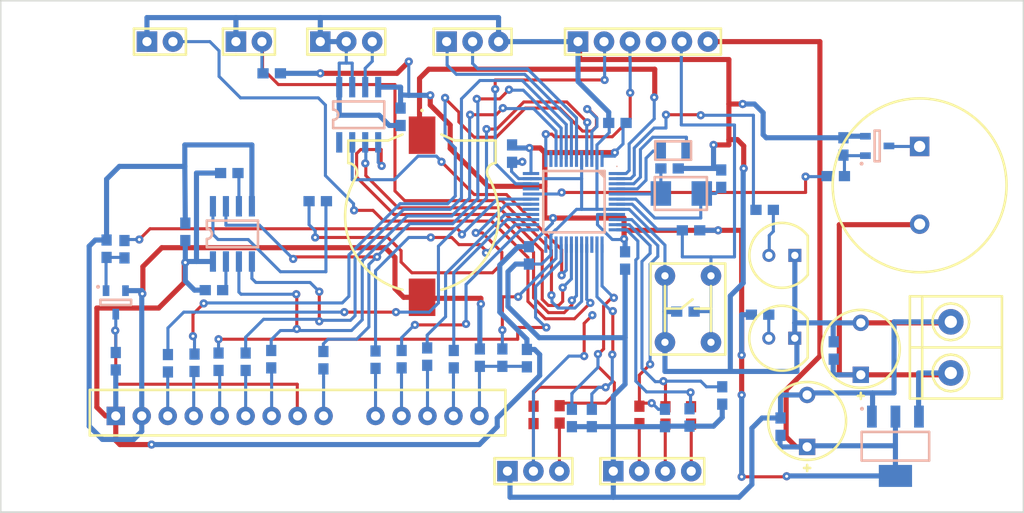
<source format=kicad_pcb>
(kicad_pcb (version 20171130) (host pcbnew 5.1.5+dfsg1-2build2)

  (general
    (thickness 1.6)
    (drawings 12)
    (tracks 872)
    (zones 0)
    (modules 74)
    (nets 87)
  )

  (page A4)
  (layers
    (0 Top signal)
    (31 Bottom signal)
    (32 B.Adhes user)
    (33 F.Adhes user)
    (34 B.Paste user)
    (35 F.Paste user)
    (36 B.SilkS user)
    (37 F.SilkS user)
    (38 B.Mask user)
    (39 F.Mask user)
    (40 Dwgs.User user)
    (41 Cmts.User user)
    (42 Eco1.User user)
    (43 Eco2.User user)
    (44 Edge.Cuts user)
    (45 Margin user)
    (46 B.CrtYd user)
    (47 F.CrtYd user)
    (48 B.Fab user)
    (49 F.Fab user)
  )

  (setup
    (last_trace_width 0.25)
    (trace_clearance 0.2)
    (zone_clearance 0.508)
    (zone_45_only no)
    (trace_min 0.2)
    (via_size 0.8)
    (via_drill 0.4)
    (via_min_size 0.4)
    (via_min_drill 0.3)
    (uvia_size 0.3)
    (uvia_drill 0.1)
    (uvias_allowed no)
    (uvia_min_size 0.2)
    (uvia_min_drill 0.1)
    (edge_width 0.05)
    (segment_width 0.2)
    (pcb_text_width 0.3)
    (pcb_text_size 1.5 1.5)
    (mod_edge_width 0.12)
    (mod_text_size 1 1)
    (mod_text_width 0.15)
    (pad_size 1.524 1.524)
    (pad_drill 0.762)
    (pad_to_mask_clearance 0.051)
    (solder_mask_min_width 0.25)
    (aux_axis_origin 0 0)
    (visible_elements FFFFFF7F)
    (pcbplotparams
      (layerselection 0x010fc_ffffffff)
      (usegerberextensions false)
      (usegerberattributes false)
      (usegerberadvancedattributes false)
      (creategerberjobfile false)
      (excludeedgelayer true)
      (linewidth 0.100000)
      (plotframeref false)
      (viasonmask false)
      (mode 1)
      (useauxorigin false)
      (hpglpennumber 1)
      (hpglpenspeed 20)
      (hpglpendiameter 15.000000)
      (psnegative false)
      (psa4output false)
      (plotreference true)
      (plotvalue true)
      (plotinvisibletext false)
      (padsonsilk false)
      (subtractmaskfromsilk false)
      (outputformat 1)
      (mirror false)
      (drillshape 1)
      (scaleselection 1)
      (outputdirectory ""))
  )

  (net 0 "")
  (net 1 GND)
  (net 2 VDD)
  (net 3 /tft_termo_1/vbat)
  (net 4 "Net-(C1-Pad1)")
  (net 5 "Net-(C2-Pad1)")
  (net 6 /tft_termo_1/nres)
  (net 7 /tft_termo_1/+5V)
  (net 8 "Net-(C6-Pad2)")
  (net 9 "Net-(C7-Pad2)")
  (net 10 "Net-(D1-Pad1)")
  (net 11 "Net-(D1-Pad2)")
  (net 12 "Net-(D2-Pad1)")
  (net 13 "Net-(D2-Pad2)")
  (net 14 /tft_termo_1/HITER)
  (net 15 "Net-(K1-Pad4)")
  (net 16 "Net-(K1-Pad3)")
  (net 17 "Net-(LS1-Pad1)")
  (net 18 /tft_termo_1/SWCLK)
  (net 19 /tft_termo_1/SWDIO)
  (net 20 "Net-(Q1-Pad1)")
  (net 21 /tft_termo_1/KEY_1)
  (net 22 "Net-(R2-Pad1)")
  (net 23 /tft_termo_1/ZERRO)
  (net 24 /tft_termo_1/BUZZER)
  (net 25 /tft_termo_1/LED)
  (net 26 /tft_termo_1/LCD_RESET)
  (net 27 /tft_termo_1/LCD_CS)
  (net 28 /tft_termo_1/RX)
  (net 29 /tft_termo_1/TX)
  (net 30 /tft_termo_1/LCD_MOSI)
  (net 31 /tft_termo_1/LCD_MISO)
  (net 32 /tft_termo_1/LCD_CLK)
  (net 33 "Net-(U1-Pad38)")
  (net 34 "Net-(U1-Pad33)")
  (net 35 /tft_termo_1/BACK_L)
  (net 36 /tft_termo_1/M_CS)
  (net 37 "Net-(U1-Pad29)")
  (net 38 /tft_termo_1/TOUCH_MOSI)
  (net 39 /tft_termo_1/TOUCH_MISO)
  (net 40 /tft_termo_1/TOUCH_SLK)
  (net 41 /tft_termo_1/TOUCH_CS)
  (net 42 /tft_termo_1/TOUCH_IRQ)
  (net 43 /tft_termo_1/LCD_DC)
  (net 44 /tft_termo_1/TEMP_IN)
  (net 45 /tft_termo_1/TEMP_SEL)
  (net 46 /tft_termo_1/TEMP_OSC)
  (net 47 "Net-(U1-Pad15)")
  (net 48 /tft_termo_1/KEY_2)
  (net 49 /tft_termo_1/KEY_ENC)
  (net 50 /tft_termo_1/ENC_B)
  (net 51 /tft_termo_1/ENC_A)
  (net 52 "Net-(U1-Pad4)")
  (net 53 "Net-(U1-Pad3)")
  (net 54 "Net-(U2-Pad8)")
  (net 55 "Net-(R10-Pad1)")
  (net 56 "Net-(R11-Pad1)")
  (net 57 "Net-(R4-Pad1)")
  (net 58 "Net-(R12-Pad1)")
  (net 59 "Net-(LCD1-Pad14)")
  (net 60 "Net-(LCD1-Pad13)")
  (net 61 "Net-(LCD1-Pad12)")
  (net 62 "Net-(LCD1-Pad11)")
  (net 63 "Net-(LCD1-Pad10)")
  (net 64 "Net-(LCD1-Pad9)")
  (net 65 /tft_termo_1/LCD_BACKLIGHT)
  (net 66 "Net-(LCD1-Pad7)")
  (net 67 "Net-(LCD1-Pad6)")
  (net 68 "Net-(LCD1-Pad5)")
  (net 69 "Net-(LCD1-Pad4)")
  (net 70 "Net-(LCD1-Pad3)")
  (net 71 VCC)
  (net 72 "Net-(R3-Pad2)")
  (net 73 "Net-(R13-Pad2)")
  (net 74 "Net-(R14-Pad2)")
  (net 75 "Net-(R15-Pad2)")
  (net 76 "Net-(R16-Pad2)")
  (net 77 "Net-(Q2-Pad1)")
  (net 78 "Net-(D3-Pad8)")
  (net 79 "Net-(D3-Pad7)")
  (net 80 "Net-(D3-Pad3)")
  (net 81 "Net-(D3-Pad2)")
  (net 82 "Net-(D3-Pad1)")
  (net 83 "Net-(R28-Pad1)")
  (net 84 "Net-(R30-Pad2)")
  (net 85 "Net-(PROGRAM1-Pad4)")
  (net 86 "Net-(TERMOCOP1-Pad3)")

  (net_class Default "Это класс цепей по умолчанию."
    (clearance 0.2)
    (trace_width 0.25)
    (via_dia 0.8)
    (via_drill 0.4)
    (uvia_dia 0.3)
    (uvia_drill 0.1)
    (add_net /tft_termo_1/+5V)
    (add_net /tft_termo_1/BACK_L)
    (add_net /tft_termo_1/BUZZER)
    (add_net /tft_termo_1/ENC_A)
    (add_net /tft_termo_1/ENC_B)
    (add_net /tft_termo_1/HITER)
    (add_net /tft_termo_1/KEY_1)
    (add_net /tft_termo_1/KEY_2)
    (add_net /tft_termo_1/KEY_ENC)
    (add_net /tft_termo_1/LCD_BACKLIGHT)
    (add_net /tft_termo_1/LCD_CLK)
    (add_net /tft_termo_1/LCD_CS)
    (add_net /tft_termo_1/LCD_DC)
    (add_net /tft_termo_1/LCD_MISO)
    (add_net /tft_termo_1/LCD_MOSI)
    (add_net /tft_termo_1/LCD_RESET)
    (add_net /tft_termo_1/LED)
    (add_net /tft_termo_1/M_CS)
    (add_net /tft_termo_1/RX)
    (add_net /tft_termo_1/SWCLK)
    (add_net /tft_termo_1/SWDIO)
    (add_net /tft_termo_1/TEMP_IN)
    (add_net /tft_termo_1/TEMP_OSC)
    (add_net /tft_termo_1/TEMP_SEL)
    (add_net /tft_termo_1/TOUCH_CS)
    (add_net /tft_termo_1/TOUCH_IRQ)
    (add_net /tft_termo_1/TOUCH_MISO)
    (add_net /tft_termo_1/TOUCH_MOSI)
    (add_net /tft_termo_1/TOUCH_SLK)
    (add_net /tft_termo_1/TX)
    (add_net /tft_termo_1/ZERRO)
    (add_net /tft_termo_1/nres)
    (add_net /tft_termo_1/vbat)
    (add_net GND)
    (add_net LCD_MISO)
    (add_net "Net-(C1-Pad1)")
    (add_net "Net-(C2-Pad1)")
    (add_net "Net-(C6-Pad2)")
    (add_net "Net-(C7-Pad2)")
    (add_net "Net-(D1-Pad1)")
    (add_net "Net-(D1-Pad2)")
    (add_net "Net-(D2-Pad1)")
    (add_net "Net-(D2-Pad2)")
    (add_net "Net-(D3-Pad1)")
    (add_net "Net-(D3-Pad2)")
    (add_net "Net-(D3-Pad3)")
    (add_net "Net-(D3-Pad7)")
    (add_net "Net-(D3-Pad8)")
    (add_net "Net-(K1-Pad3)")
    (add_net "Net-(K1-Pad4)")
    (add_net "Net-(LCD1-Pad10)")
    (add_net "Net-(LCD1-Pad11)")
    (add_net "Net-(LCD1-Pad12)")
    (add_net "Net-(LCD1-Pad13)")
    (add_net "Net-(LCD1-Pad14)")
    (add_net "Net-(LCD1-Pad3)")
    (add_net "Net-(LCD1-Pad4)")
    (add_net "Net-(LCD1-Pad5)")
    (add_net "Net-(LCD1-Pad6)")
    (add_net "Net-(LCD1-Pad7)")
    (add_net "Net-(LCD1-Pad9)")
    (add_net "Net-(LS1-Pad1)")
    (add_net "Net-(PROGRAM1-Pad4)")
    (add_net "Net-(Q1-Pad1)")
    (add_net "Net-(Q2-Pad1)")
    (add_net "Net-(R10-Pad1)")
    (add_net "Net-(R11-Pad1)")
    (add_net "Net-(R12-Pad1)")
    (add_net "Net-(R13-Pad2)")
    (add_net "Net-(R14-Pad2)")
    (add_net "Net-(R15-Pad2)")
    (add_net "Net-(R16-Pad2)")
    (add_net "Net-(R2-Pad1)")
    (add_net "Net-(R28-Pad1)")
    (add_net "Net-(R3-Pad2)")
    (add_net "Net-(R30-Pad2)")
    (add_net "Net-(R4-Pad1)")
    (add_net "Net-(TERMOCOP1-Pad3)")
    (add_net "Net-(U1-Pad15)")
    (add_net "Net-(U1-Pad29)")
    (add_net "Net-(U1-Pad3)")
    (add_net "Net-(U1-Pad33)")
    (add_net "Net-(U1-Pad38)")
    (add_net "Net-(U1-Pad4)")
    (add_net "Net-(U2-Pad8)")
    (add_net Net_43)
    (add_net Net_44)
    (add_net Net_45)
    (add_net Net_46)
    (add_net Net_47)
    (add_net Net_61)
    (add_net Net_63)
    (add_net VCC)
    (add_net VDD)
  )

  (module tft_termo:RES_0603 (layer Bottom) (tedit 0) (tstamp 5ED25BD7)
    (at 129.5011 99.6036)
    (descr 4K7)
    (path /5ED25BE8/46BB953A)
    (fp_text reference R30 (at 0 0) (layer B.SilkS) hide
      (effects (font (size 1.27 1.27) (thickness 0.15)) (justify mirror))
    )
    (fp_text value 120 (at 0 0) (layer B.SilkS) hide
      (effects (font (size 1.27 1.27) (thickness 0.15)) (justify mirror))
    )
    (pad 2 smd rect (at 0.85 0 270) (size 1 1.1) (layers Bottom B.Paste B.Mask)
      (net 84 "Net-(R30-Pad2)") (solder_paste_margin -0.1016) (zone_connect 2))
    (pad 1 smd rect (at -0.85 0 270) (size 1 1.1) (layers Bottom B.Paste B.Mask)
      (net 36 /tft_termo_1/M_CS) (solder_paste_margin -0.1016) (zone_connect 2))
  )

  (module tft_termo:CAP_0603 (layer Bottom) (tedit 0) (tstamp 5ED25BD2)
    (at 116.5511 102.6036 90)
    (descr 22p)
    (path /5ED25BE8/B2FDBA8A)
    (fp_text reference C18 (at 0 0 90) (layer B.SilkS) hide
      (effects (font (size 1.27 1.27) (thickness 0.15)) (justify mirror))
    )
    (fp_text value "0.1 uf" (at 0 0 90) (layer B.SilkS) hide
      (effects (font (size 1.27 1.27) (thickness 0.15)) (justify mirror))
    )
    (pad 2 smd rect (at 0.85 0) (size 1 1.1) (layers Bottom B.Paste B.Mask)
      (net 1 GND) (solder_paste_margin -0.1016) (zone_connect 2))
    (pad 1 smd rect (at -0.85 0) (size 1 1.1) (layers Bottom B.Paste B.Mask)
      (net 2 VDD) (solder_paste_margin -0.1016) (zone_connect 2))
  )

  (module tft_termo:RES_0603 (layer Bottom) (tedit 0) (tstamp 5ED25BCD)
    (at 120.8511 96.8536)
    (descr 4K7)
    (path /5ED25BE8/9E817A10)
    (fp_text reference R29 (at 0 0) (layer B.SilkS) hide
      (effects (font (size 1.27 1.27) (thickness 0.15)) (justify mirror))
    )
    (fp_text value 10k (at 0 0) (layer B.SilkS) hide
      (effects (font (size 1.27 1.27) (thickness 0.15)) (justify mirror))
    )
    (pad 2 smd rect (at 0.85 0 270) (size 1 1.1) (layers Bottom B.Paste B.Mask)
      (net 80 "Net-(D3-Pad3)") (solder_paste_margin -0.1016) (zone_connect 2))
    (pad 1 smd rect (at -0.85 0 270) (size 1 1.1) (layers Bottom B.Paste B.Mask)
      (net 2 VDD) (solder_paste_margin -0.1016) (zone_connect 2))
  )

  (module tft_termo:RES_0603 (layer Bottom) (tedit 0) (tstamp 5ED25BC8)
    (at 119.3511 108.3036 180)
    (descr 4K7)
    (path /5ED25BE8/211F8F6E)
    (fp_text reference R28 (at 0 0) (layer B.SilkS) hide
      (effects (font (size 1.27 1.27) (thickness 0.15)) (justify mirror))
    )
    (fp_text value 10k (at 0 0) (layer B.SilkS) hide
      (effects (font (size 1.27 1.27) (thickness 0.15)) (justify mirror))
    )
    (pad 2 smd rect (at 0.85 0 90) (size 1 1.1) (layers Bottom B.Paste B.Mask)
      (net 2 VDD) (solder_paste_margin -0.1016) (zone_connect 2))
    (pad 1 smd rect (at -0.85 0 90) (size 1 1.1) (layers Bottom B.Paste B.Mask)
      (net 83 "Net-(R28-Pad1)") (solder_paste_margin -0.1016) (zone_connect 2))
  )

  (module tft_termo:RES_0603 (layer Bottom) (tedit 0) (tstamp 5ED25BB2)
    (at 109.7511 115.2536 270)
    (descr 4K7)
    (path /5ED25BE8/88B9BB13)
    (fp_text reference R27 (at 0 0 90) (layer B.SilkS) hide
      (effects (font (size 1.27 1.27) (thickness 0.15)) (justify mirror))
    )
    (fp_text value 4k7 (at 0 0 90) (layer B.SilkS) hide
      (effects (font (size 1.27 1.27) (thickness 0.15)) (justify mirror))
    )
    (pad 2 smd rect (at 0.85 0 180) (size 1 1.1) (layers Bottom B.Paste B.Mask)
      (net 2 VDD) (solder_paste_margin -0.1016) (zone_connect 2))
    (pad 1 smd rect (at -0.85 0 180) (size 1 1.1) (layers Bottom B.Paste B.Mask)
      (net 65 /tft_termo_1/LCD_BACKLIGHT) (solder_paste_margin -0.1016) (zone_connect 2))
  )

  (module tft_termo:RES_0603 (layer Bottom) (tedit 0) (tstamp 5ED25BAD)
    (at 108.8511 104.2536 270)
    (descr 4K7)
    (path /5ED25BE8/788CEEEC)
    (fp_text reference R26 (at 0 0 90) (layer B.SilkS) hide
      (effects (font (size 1.27 1.27) (thickness 0.15)) (justify mirror))
    )
    (fp_text value 47k (at 0 0 90) (layer B.SilkS) hide
      (effects (font (size 1.27 1.27) (thickness 0.15)) (justify mirror))
    )
    (pad 2 smd rect (at 0.85 0 180) (size 1 1.1) (layers Bottom B.Paste B.Mask)
      (net 77 "Net-(Q2-Pad1)") (solder_paste_margin -0.1016) (zone_connect 2))
    (pad 1 smd rect (at -0.85 0 180) (size 1 1.1) (layers Bottom B.Paste B.Mask)
      (net 1 GND) (solder_paste_margin -0.1016) (zone_connect 2))
  )

  (module tft_termo:RES_0603 (layer Bottom) (tedit 0) (tstamp 5ED25BA8)
    (at 110.6011 104.3036 270)
    (descr 4K7)
    (path /5ED25BE8/78F58F3B)
    (fp_text reference R25 (at 0 0 90) (layer B.SilkS) hide
      (effects (font (size 1.27 1.27) (thickness 0.15)) (justify mirror))
    )
    (fp_text value 4k7 (at 0 0 90) (layer B.SilkS) hide
      (effects (font (size 1.27 1.27) (thickness 0.15)) (justify mirror))
    )
    (pad 2 smd rect (at 0.85 0 180) (size 1 1.1) (layers Bottom B.Paste B.Mask)
      (net 77 "Net-(Q2-Pad1)") (solder_paste_margin -0.1016) (zone_connect 2))
    (pad 1 smd rect (at -0.85 0 180) (size 1 1.1) (layers Bottom B.Paste B.Mask)
      (net 35 /tft_termo_1/BACK_L) (solder_paste_margin -0.1016) (zone_connect 2))
  )

  (module tft_termo:SOT23 (layer Bottom) (tedit 0) (tstamp 5ED25B9D)
    (at 109.7511 109.5036 270)
    (path /5ED25BE8/DA191B3C)
    (fp_text reference Q2 (at 0 0 90) (layer B.SilkS) hide
      (effects (font (size 1.27 1.27) (thickness 0.15)) (justify mirror))
    )
    (fp_text value BC846ALT1 (at 0 0 90) (layer B.SilkS) hide
      (effects (font (size 1.27 1.27) (thickness 0.15)) (justify mirror))
    )
    (fp_line (start 0.25 1.5) (end -0.25 1.5) (layer B.SilkS) (width 0.25))
    (fp_line (start 0.25 -1.5) (end 0.25 1.5) (layer B.SilkS) (width 0.25))
    (fp_line (start -0.25 -1.5) (end 0.25 -1.5) (layer B.SilkS) (width 0.25))
    (fp_line (start -0.25 1.5) (end -0.25 -1.5) (layer B.SilkS) (width 0.25))
    (fp_circle (center -1.524 1.734) (end -1.426 1.734) (layer B.SilkS) (width 0.196))
    (pad 3 smd rect (at 1.15 0 180) (size 0.65 1.05) (layers Bottom B.Paste B.Mask)
      (net 65 /tft_termo_1/LCD_BACKLIGHT) (solder_paste_margin -0.1016) (zone_connect 2))
    (pad 2 smd rect (at -1.15 -0.95 180) (size 0.65 1.05) (layers Bottom B.Paste B.Mask)
      (net 1 GND) (solder_paste_margin -0.1016) (zone_connect 2))
    (pad 1 smd rect (at -1.15 0.95 180) (size 0.65 1.05) (layers Bottom B.Paste B.Mask)
      (net 77 "Net-(Q2-Pad1)") (solder_paste_margin -0.1016) (zone_connect 2))
  )

  (module tft_termo:RES_0603 (layer Bottom) (tedit 0) (tstamp 5ED25B98)
    (at 145.3511 114.9036 270)
    (descr 4K7)
    (path /5ED25BE8/AE0241E3)
    (fp_text reference R24 (at 0 0 90) (layer B.SilkS) hide
      (effects (font (size 1.27 1.27) (thickness 0.15)) (justify mirror))
    )
    (fp_text value 10k (at 0 0 90) (layer B.SilkS) hide
      (effects (font (size 1.27 1.27) (thickness 0.15)) (justify mirror))
    )
    (pad 2 smd rect (at 0.85 0 180) (size 1 1.1) (layers Bottom B.Paste B.Mask)
      (net 59 "Net-(LCD1-Pad14)") (solder_paste_margin -0.1016) (zone_connect 2))
    (pad 1 smd rect (at -0.85 0 180) (size 1 1.1) (layers Bottom B.Paste B.Mask)
      (net 1 GND) (solder_paste_margin -0.1016) (zone_connect 2))
  )

  (module tft_termo:RES_0603 (layer Bottom) (tedit 0) (tstamp 5ED25B93)
    (at 149.9511 114.9536 90)
    (descr 4K7)
    (path /5ED25BE8/18259785)
    (fp_text reference R23 (at 0 0 90) (layer B.SilkS) hide
      (effects (font (size 1.27 1.27) (thickness 0.15)) (justify mirror))
    )
    (fp_text value 10k (at 0 0 90) (layer B.SilkS) hide
      (effects (font (size 1.27 1.27) (thickness 0.15)) (justify mirror))
    )
    (pad 2 smd rect (at 0.85 0) (size 1 1.1) (layers Bottom B.Paste B.Mask)
      (net 2 VDD) (solder_paste_margin -0.1016) (zone_connect 2))
    (pad 1 smd rect (at -0.85 0) (size 1 1.1) (layers Bottom B.Paste B.Mask)
      (net 59 "Net-(LCD1-Pad14)") (solder_paste_margin -0.1016) (zone_connect 2))
  )

  (module tft_termo:RES_0603 (layer Bottom) (tedit 0) (tstamp 5ED25B8E)
    (at 147.5511 114.9036 270)
    (descr 4K7)
    (path /5ED25BE8/0E7DD018)
    (fp_text reference R22 (at 0 0 90) (layer B.SilkS) hide
      (effects (font (size 1.27 1.27) (thickness 0.15)) (justify mirror))
    )
    (fp_text value 120 (at 0 0 90) (layer B.SilkS) hide
      (effects (font (size 1.27 1.27) (thickness 0.15)) (justify mirror))
    )
    (pad 2 smd rect (at 0.85 0 180) (size 1 1.1) (layers Bottom B.Paste B.Mask)
      (net 59 "Net-(LCD1-Pad14)") (solder_paste_margin -0.1016) (zone_connect 2))
    (pad 1 smd rect (at -0.85 0 180) (size 1 1.1) (layers Bottom B.Paste B.Mask)
      (net 42 /tft_termo_1/TOUCH_IRQ) (solder_paste_margin -0.1016) (zone_connect 2))
  )

  (module tft_termo:RES_0603 (layer Bottom) (tedit 0) (tstamp 5ED25B89)
    (at 142.8011 115.0536 270)
    (descr 4K7)
    (path /5ED25BE8/DA89D15E)
    (fp_text reference R21 (at 0 0 90) (layer B.SilkS) hide
      (effects (font (size 1.27 1.27) (thickness 0.15)) (justify mirror))
    )
    (fp_text value 120 (at 0 0 90) (layer B.SilkS) hide
      (effects (font (size 1.27 1.27) (thickness 0.15)) (justify mirror))
    )
    (pad 2 smd rect (at 0.85 0 180) (size 1 1.1) (layers Bottom B.Paste B.Mask)
      (net 60 "Net-(LCD1-Pad13)") (solder_paste_margin -0.1016) (zone_connect 2))
    (pad 1 smd rect (at -0.85 0 180) (size 1 1.1) (layers Bottom B.Paste B.Mask)
      (net 39 /tft_termo_1/TOUCH_MISO) (solder_paste_margin -0.1016) (zone_connect 2))
  )

  (module tft_termo:RES_0603 (layer Bottom) (tedit 0) (tstamp 5ED25B84)
    (at 140.2011 114.8036 270)
    (descr 4K7)
    (path /5ED25BE8/E2B316DC)
    (fp_text reference R20 (at 0 0 90) (layer B.SilkS) hide
      (effects (font (size 1.27 1.27) (thickness 0.15)) (justify mirror))
    )
    (fp_text value 120 (at 0 0 90) (layer B.SilkS) hide
      (effects (font (size 1.27 1.27) (thickness 0.15)) (justify mirror))
    )
    (pad 2 smd rect (at 0.85 0 180) (size 1 1.1) (layers Bottom B.Paste B.Mask)
      (net 61 "Net-(LCD1-Pad12)") (solder_paste_margin -0.1016) (zone_connect 2))
    (pad 1 smd rect (at -0.85 0 180) (size 1 1.1) (layers Bottom B.Paste B.Mask)
      (net 38 /tft_termo_1/TOUCH_MOSI) (solder_paste_margin -0.1016) (zone_connect 2))
  )

  (module tft_termo:RES_0603 (layer Bottom) (tedit 0) (tstamp 5ED25B7F)
    (at 137.7011 115.0536 270)
    (descr 4K7)
    (path /5ED25BE8/2E092891)
    (fp_text reference R19 (at 0 0 90) (layer B.SilkS) hide
      (effects (font (size 1.27 1.27) (thickness 0.15)) (justify mirror))
    )
    (fp_text value 120 (at 0 0 90) (layer B.SilkS) hide
      (effects (font (size 1.27 1.27) (thickness 0.15)) (justify mirror))
    )
    (pad 2 smd rect (at 0.85 0 180) (size 1 1.1) (layers Bottom B.Paste B.Mask)
      (net 62 "Net-(LCD1-Pad11)") (solder_paste_margin -0.1016) (zone_connect 2))
    (pad 1 smd rect (at -0.85 0 180) (size 1 1.1) (layers Bottom B.Paste B.Mask)
      (net 41 /tft_termo_1/TOUCH_CS) (solder_paste_margin -0.1016) (zone_connect 2))
  )

  (module tft_termo:RES_0603 (layer Bottom) (tedit 0) (tstamp 5ED25B7A)
    (at 135.1511 115.1036 270)
    (descr 4K7)
    (path /5ED25BE8/2D5AEDDC)
    (fp_text reference R18 (at 0 0 90) (layer B.SilkS) hide
      (effects (font (size 1.27 1.27) (thickness 0.15)) (justify mirror))
    )
    (fp_text value 120 (at 0 0 90) (layer B.SilkS) hide
      (effects (font (size 1.27 1.27) (thickness 0.15)) (justify mirror))
    )
    (pad 2 smd rect (at 0.85 0 180) (size 1 1.1) (layers Bottom B.Paste B.Mask)
      (net 63 "Net-(LCD1-Pad10)") (solder_paste_margin -0.1016) (zone_connect 2))
    (pad 1 smd rect (at -0.85 0 180) (size 1 1.1) (layers Bottom B.Paste B.Mask)
      (net 40 /tft_termo_1/TOUCH_SLK) (solder_paste_margin -0.1016) (zone_connect 2))
  )

  (module tft_termo:RES_0603 (layer Bottom) (tedit 0) (tstamp 5ED25B75)
    (at 130.0511 115.1536 270)
    (descr 4K7)
    (path /5ED25BE8/9C245681)
    (fp_text reference R17 (at 0 0 90) (layer B.SilkS) hide
      (effects (font (size 1.27 1.27) (thickness 0.15)) (justify mirror))
    )
    (fp_text value 120 (at 0 0 90) (layer B.SilkS) hide
      (effects (font (size 1.27 1.27) (thickness 0.15)) (justify mirror))
    )
    (pad 2 smd rect (at 0.85 0 180) (size 1 1.1) (layers Bottom B.Paste B.Mask)
      (net 64 "Net-(LCD1-Pad9)") (solder_paste_margin -0.1016) (zone_connect 2))
    (pad 1 smd rect (at -0.85 0 180) (size 1 1.1) (layers Bottom B.Paste B.Mask)
      (net 31 /tft_termo_1/LCD_MISO) (solder_paste_margin -0.1016) (zone_connect 2))
  )

  (module tft_termo:RES_0603 (layer Bottom) (tedit 0) (tstamp 5ED25B70)
    (at 124.9511 115.0536 270)
    (descr 4K7)
    (path /5ED25BE8/92F86450)
    (fp_text reference R16 (at 0 0 90) (layer B.SilkS) hide
      (effects (font (size 1.27 1.27) (thickness 0.15)) (justify mirror))
    )
    (fp_text value 120 (at 0 0 90) (layer B.SilkS) hide
      (effects (font (size 1.27 1.27) (thickness 0.15)) (justify mirror))
    )
    (pad 2 smd rect (at 0.85 0 180) (size 1 1.1) (layers Bottom B.Paste B.Mask)
      (net 76 "Net-(R16-Pad2)") (solder_paste_margin -0.1016) (zone_connect 2))
    (pad 1 smd rect (at -0.85 0 180) (size 1 1.1) (layers Bottom B.Paste B.Mask)
      (net 32 /tft_termo_1/LCD_CLK) (solder_paste_margin -0.1016) (zone_connect 2))
  )

  (module tft_termo:RES_0603 (layer Bottom) (tedit 0) (tstamp 5ED25B6B)
    (at 122.4511 115.3036 270)
    (descr 4K7)
    (path /5ED25BE8/C6590033)
    (fp_text reference R15 (at 0 0 90) (layer B.SilkS) hide
      (effects (font (size 1.27 1.27) (thickness 0.15)) (justify mirror))
    )
    (fp_text value 120 (at 0 0 90) (layer B.SilkS) hide
      (effects (font (size 1.27 1.27) (thickness 0.15)) (justify mirror))
    )
    (pad 2 smd rect (at 0.85 0 180) (size 1 1.1) (layers Bottom B.Paste B.Mask)
      (net 75 "Net-(R15-Pad2)") (solder_paste_margin -0.1016) (zone_connect 2))
    (pad 1 smd rect (at -0.85 0 180) (size 1 1.1) (layers Bottom B.Paste B.Mask)
      (net 30 /tft_termo_1/LCD_MOSI) (solder_paste_margin -0.1016) (zone_connect 2))
  )

  (module tft_termo:RES_0603 (layer Bottom) (tedit 0) (tstamp 5ED25B66)
    (at 119.8011 115.3036 270)
    (descr 4K7)
    (path /5ED25BE8/62F1D722)
    (fp_text reference R14 (at 0 0 90) (layer B.SilkS) hide
      (effects (font (size 1.27 1.27) (thickness 0.15)) (justify mirror))
    )
    (fp_text value 120 (at 0 0 90) (layer B.SilkS) hide
      (effects (font (size 1.27 1.27) (thickness 0.15)) (justify mirror))
    )
    (pad 2 smd rect (at 0.85 0 180) (size 1 1.1) (layers Bottom B.Paste B.Mask)
      (net 74 "Net-(R14-Pad2)") (solder_paste_margin -0.1016) (zone_connect 2))
    (pad 1 smd rect (at -0.85 0 180) (size 1 1.1) (layers Bottom B.Paste B.Mask)
      (net 43 /tft_termo_1/LCD_DC) (solder_paste_margin -0.1016) (zone_connect 2))
  )

  (module tft_termo:RES_0603 (layer Bottom) (tedit 0) (tstamp 5ED25B61)
    (at 117.4511 115.4036 270)
    (descr 4K7)
    (path /5ED25BE8/99BE9962)
    (fp_text reference R13 (at 0 0 90) (layer B.SilkS) hide
      (effects (font (size 1.27 1.27) (thickness 0.15)) (justify mirror))
    )
    (fp_text value 120 (at 0 0 90) (layer B.SilkS) hide
      (effects (font (size 1.27 1.27) (thickness 0.15)) (justify mirror))
    )
    (pad 2 smd rect (at 0.85 0 180) (size 1 1.1) (layers Bottom B.Paste B.Mask)
      (net 73 "Net-(R13-Pad2)") (solder_paste_margin -0.1016) (zone_connect 2))
    (pad 1 smd rect (at -0.85 0 180) (size 1 1.1) (layers Bottom B.Paste B.Mask)
      (net 26 /tft_termo_1/LCD_RESET) (solder_paste_margin -0.1016) (zone_connect 2))
  )

  (module tft_termo:RES_0603 (layer Bottom) (tedit 0) (tstamp 5ED25B5C)
    (at 114.8511 115.4536 270)
    (descr 4K7)
    (path /5ED25BE8/615FECB9)
    (fp_text reference R3 (at 0 0 90) (layer B.SilkS) hide
      (effects (font (size 1.27 1.27) (thickness 0.15)) (justify mirror))
    )
    (fp_text value 120 (at 0 0 90) (layer B.SilkS) hide
      (effects (font (size 1.27 1.27) (thickness 0.15)) (justify mirror))
    )
    (pad 2 smd rect (at 0.85 0 180) (size 1 1.1) (layers Bottom B.Paste B.Mask)
      (net 72 "Net-(R3-Pad2)") (solder_paste_margin -0.1016) (zone_connect 2))
    (pad 1 smd rect (at -0.85 0 180) (size 1 1.1) (layers Bottom B.Paste B.Mask)
      (net 27 /tft_termo_1/LCD_CS) (solder_paste_margin -0.1016) (zone_connect 2))
  )

  (module tft_termo:CAP_0603 (layer Bottom) (tedit 0) (tstamp 5ED25B42)
    (at 165.8511 120.7536 270)
    (descr 22p)
    (path /5ED25BE8/D879C9D7)
    (fp_text reference C17 (at 0 0 90) (layer B.SilkS) hide
      (effects (font (size 1.27 1.27) (thickness 0.15)) (justify mirror))
    )
    (fp_text value "0.1 uf" (at 0 0 90) (layer B.SilkS) hide
      (effects (font (size 1.27 1.27) (thickness 0.15)) (justify mirror))
    )
    (pad 2 smd rect (at 0.85 0 180) (size 1 1.1) (layers Bottom B.Paste B.Mask)
      (net 1 GND) (solder_paste_margin -0.1016) (zone_connect 2))
    (pad 1 smd rect (at -0.85 0 180) (size 1 1.1) (layers Bottom B.Paste B.Mask)
      (net 49 /tft_termo_1/KEY_ENC) (solder_paste_margin -0.1016) (zone_connect 2))
  )

  (module tft_termo:CAP_0603 (layer Bottom) (tedit 0) (tstamp 5ED25B3D)
    (at 156.3011 120.8036 270)
    (descr 22p)
    (path /5ED25BE8/024C2F09)
    (fp_text reference C16 (at 0 0 90) (layer B.SilkS) hide
      (effects (font (size 1.27 1.27) (thickness 0.15)) (justify mirror))
    )
    (fp_text value "0.1 uf" (at 0 0 90) (layer B.SilkS) hide
      (effects (font (size 1.27 1.27) (thickness 0.15)) (justify mirror))
    )
    (pad 2 smd rect (at 0.85 0 180) (size 1 1.1) (layers Bottom B.Paste B.Mask)
      (net 1 GND) (solder_paste_margin -0.1016) (zone_connect 2))
    (pad 1 smd rect (at -0.85 0 180) (size 1 1.1) (layers Bottom B.Paste B.Mask)
      (net 21 /tft_termo_1/KEY_1) (solder_paste_margin -0.1016) (zone_connect 2))
  )

  (module tft_termo:CAP_0603 (layer Bottom) (tedit 0) (tstamp 5ED25B38)
    (at 154.3511 120.8036 270)
    (descr 22p)
    (path /5ED25BE8/7DA4C082)
    (fp_text reference C15 (at 0 0 90) (layer B.SilkS) hide
      (effects (font (size 1.27 1.27) (thickness 0.15)) (justify mirror))
    )
    (fp_text value "0.1 uf" (at 0 0 90) (layer B.SilkS) hide
      (effects (font (size 1.27 1.27) (thickness 0.15)) (justify mirror))
    )
    (pad 2 smd rect (at 0.85 0 180) (size 1 1.1) (layers Bottom B.Paste B.Mask)
      (net 1 GND) (solder_paste_margin -0.1016) (zone_connect 2))
    (pad 1 smd rect (at -0.85 0 180) (size 1 1.1) (layers Bottom B.Paste B.Mask)
      (net 48 /tft_termo_1/KEY_2) (solder_paste_margin -0.1016) (zone_connect 2))
  )

  (module tft_termo:CAP_0603 (layer Bottom) (tedit 0) (tstamp 5ED25B33)
    (at 163.4511 120.8036 270)
    (descr 22p)
    (path /5ED25BE8/9E65A0C4)
    (fp_text reference C14 (at 0 0 90) (layer B.SilkS) hide
      (effects (font (size 1.27 1.27) (thickness 0.15)) (justify mirror))
    )
    (fp_text value "0.1 uf" (at 0 0 90) (layer B.SilkS) hide
      (effects (font (size 1.27 1.27) (thickness 0.15)) (justify mirror))
    )
    (pad 2 smd rect (at 0.85 0 180) (size 1 1.1) (layers Bottom B.Paste B.Mask)
      (net 1 GND) (solder_paste_margin -0.1016) (zone_connect 2))
    (pad 1 smd rect (at -0.85 0 180) (size 1 1.1) (layers Bottom B.Paste B.Mask)
      (net 51 /tft_termo_1/ENC_A) (solder_paste_margin -0.1016) (zone_connect 2))
  )

  (module tft_termo:CAP_0603 (layer Bottom) (tedit 0) (tstamp 5ED25B2E)
    (at 169.0511 118.6036 270)
    (descr 22p)
    (path /5ED25BE8/7AB06228)
    (fp_text reference C13 (at 0 0 90) (layer B.SilkS) hide
      (effects (font (size 1.27 1.27) (thickness 0.15)) (justify mirror))
    )
    (fp_text value "0.1 uf" (at 0 0 90) (layer B.SilkS) hide
      (effects (font (size 1.27 1.27) (thickness 0.15)) (justify mirror))
    )
    (pad 2 smd rect (at 0.85 0 180) (size 1 1.1) (layers Bottom B.Paste B.Mask)
      (net 1 GND) (solder_paste_margin -0.1016) (zone_connect 2))
    (pad 1 smd rect (at -0.85 0 180) (size 1 1.1) (layers Bottom B.Paste B.Mask)
      (net 50 /tft_termo_1/ENC_B) (solder_paste_margin -0.1016) (zone_connect 2))
  )

  (module tft_termo:RES_0603 (layer Top) (tedit 0) (tstamp 5ED25B29)
    (at 153.1511 120.4536 90)
    (descr 4K7)
    (path /5ED25BE8/49D0E30E)
    (fp_text reference R12 (at 0 0 90) (layer F.SilkS) hide
      (effects (font (size 1.27 1.27) (thickness 0.15)))
    )
    (fp_text value 120 (at 0 0 90) (layer F.SilkS) hide
      (effects (font (size 1.27 1.27) (thickness 0.15)))
    )
    (pad 2 smd rect (at 0.85 0 180) (size 1 1.1) (layers Top F.Paste F.Mask)
      (net 48 /tft_termo_1/KEY_2) (solder_paste_margin -0.1016) (zone_connect 2))
    (pad 1 smd rect (at -0.85 0 180) (size 1 1.1) (layers Top F.Paste F.Mask)
      (net 58 "Net-(R12-Pad1)") (solder_paste_margin -0.1016) (zone_connect 2))
  )

  (module tft_termo:RES_0603 (layer Top) (tedit 0) (tstamp 5ED25B24)
    (at 163.5011 120.5536 90)
    (descr 4K7)
    (path /5ED25BE8/FB79D226)
    (fp_text reference R11 (at 0 0 90) (layer F.SilkS) hide
      (effects (font (size 1.27 1.27) (thickness 0.15)))
    )
    (fp_text value 120 (at 0 0 90) (layer F.SilkS) hide
      (effects (font (size 1.27 1.27) (thickness 0.15)))
    )
    (pad 2 smd rect (at 0.85 0 180) (size 1 1.1) (layers Top F.Paste F.Mask)
      (net 50 /tft_termo_1/ENC_B) (solder_paste_margin -0.1016) (zone_connect 2))
    (pad 1 smd rect (at -0.85 0 180) (size 1 1.1) (layers Top F.Paste F.Mask)
      (net 56 "Net-(R11-Pad1)") (solder_paste_margin -0.1016) (zone_connect 2))
  )

  (module tft_termo:RES_0603 (layer Top) (tedit 0) (tstamp 5ED25B1F)
    (at 166.0011 120.5536 90)
    (descr 4K7)
    (path /5ED25BE8/4D5B9245)
    (fp_text reference R10 (at 0 0 90) (layer F.SilkS) hide
      (effects (font (size 1.27 1.27) (thickness 0.15)))
    )
    (fp_text value 120 (at 0 0 90) (layer F.SilkS) hide
      (effects (font (size 1.27 1.27) (thickness 0.15)))
    )
    (pad 2 smd rect (at 0.85 0 180) (size 1 1.1) (layers Top F.Paste F.Mask)
      (net 49 /tft_termo_1/KEY_ENC) (solder_paste_margin -0.1016) (zone_connect 2))
    (pad 1 smd rect (at -0.85 0 180) (size 1 1.1) (layers Top F.Paste F.Mask)
      (net 55 "Net-(R10-Pad1)") (solder_paste_margin -0.1016) (zone_connect 2))
  )

  (module tft_termo:RES_0603 (layer Top) (tedit 0) (tstamp 5ED25B1A)
    (at 160.9511 120.5036 90)
    (descr 4K7)
    (path /5ED25BE8/DF81EF60)
    (fp_text reference R4 (at 0 0 90) (layer F.SilkS) hide
      (effects (font (size 1.27 1.27) (thickness 0.15)))
    )
    (fp_text value 120 (at 0 0 90) (layer F.SilkS) hide
      (effects (font (size 1.27 1.27) (thickness 0.15)))
    )
    (pad 2 smd rect (at 0.85 0 180) (size 1 1.1) (layers Top F.Paste F.Mask)
      (net 51 /tft_termo_1/ENC_A) (solder_paste_margin -0.1016) (zone_connect 2))
    (pad 1 smd rect (at -0.85 0 180) (size 1 1.1) (layers Top F.Paste F.Mask)
      (net 57 "Net-(R4-Pad1)") (solder_paste_margin -0.1016) (zone_connect 2))
  )

  (module tft_termo:PBS_2 (layer Top) (tedit 0) (tstamp 5ED25B0D)
    (at 122.7711 84.0036)
    (descr "HITING\nauthor: Даньковский В.И.\nmail: dvi534538@mail/ru\nweb: http://vinratel.at.ua/")
    (path /5ED25BE8/12570C6B)
    (fp_text reference ZERRO1 (at 0 0) (layer F.SilkS) hide
      (effects (font (size 1.27 1.27) (thickness 0.15)))
    )
    (fp_text value ZERRO (at 0 0) (layer F.SilkS) hide
      (effects (font (size 1.27 1.27) (thickness 0.15)))
    )
    (fp_line (start -2.54 -1.27) (end 2.54 -1.27) (layer F.SilkS) (width 0.25))
    (fp_line (start -2.54 -1.27) (end -2.54 -1.27) (layer F.SilkS) (width 0.25))
    (fp_line (start 2.54 1.27) (end 2.54 -1.27) (layer F.SilkS) (width 0.25))
    (fp_line (start 1.27 1.27) (end 2.54 1.27) (layer F.SilkS) (width 0.25))
    (fp_line (start 1.27 1.27) (end 0 1.27) (layer F.SilkS) (width 0.25))
    (fp_line (start -1.27 1.27) (end 0 1.27) (layer F.SilkS) (width 0.25))
    (fp_line (start -1.27 1.27) (end -2.54 1.27) (layer F.SilkS) (width 0.25))
    (fp_line (start -2.54 -1.27) (end -2.54 1.27) (layer F.SilkS) (width 0.25))
    (pad 2 thru_hole circle (at 1.27 0) (size 2 2) (drill 0.9) (layers *.Cu *.Mask)
      (net 23 /tft_termo_1/ZERRO) (zone_connect 2))
    (pad 1 thru_hole rect (at -1.27 0) (size 2 2) (drill 0.9) (layers *.Cu *.Mask)
      (net 1 GND) (zone_connect 2))
  )

  (module tft_termo:PBS_3 (layer Top) (tedit 0) (tstamp 5ED25AF1)
    (at 150.5911 126.0036)
    (descr "TERMOCOP\nauthor: Даньковский В.И.\nmail: dvi534538@mail/ru\nweb: http://vinratel.at.ua/")
    (path /5ED25BE8/172CB747)
    (fp_text reference XS2 (at 0 0) (layer F.SilkS) hide
      (effects (font (size 1.27 1.27) (thickness 0.15)))
    )
    (fp_text value PBS_3_15 (at 0 0) (layer F.SilkS) hide
      (effects (font (size 1.27 1.27) (thickness 0.15)))
    )
    (fp_line (start -3.81 1.27) (end 3.81 1.27) (layer F.SilkS) (width 0.25))
    (fp_line (start 3.81 1.27) (end 3.81 -1.27) (layer F.SilkS) (width 0.25))
    (fp_line (start -3.81 -1.27) (end 3.81 -1.27) (layer F.SilkS) (width 0.25))
    (fp_line (start -3.81 1.27) (end -3.81 -1.27) (layer F.SilkS) (width 0.25))
    (pad 3 thru_hole circle (at 2.54 0) (size 2 2) (drill 0.9) (layers *.Cu *.Mask)
      (net 58 "Net-(R12-Pad1)") (zone_connect 2))
    (pad 2 thru_hole circle (at 0 0) (size 2 2) (drill 0.9) (layers *.Cu *.Mask)
      (net 22 "Net-(R2-Pad1)") (zone_connect 2))
    (pad 1 thru_hole rect (at -2.54 0) (size 2 2) (drill 0.9) (layers *.Cu *.Mask)
      (net 1 GND) (zone_connect 2))
  )

  (module tft_termo:PBS_3 (layer Top) (tedit 0) (tstamp 5ED25ADC)
    (at 144.6411 84.0036)
    (descr "TERMOCOP\nauthor: Даньковский В.И.\nmail: dvi534538@mail/ru\nweb: http://vinratel.at.ua/")
    (path /5ED25BE8/4A5B13D6)
    (fp_text reference UART1 (at 0 0) (layer F.SilkS) hide
      (effects (font (size 1.27 1.27) (thickness 0.15)))
    )
    (fp_text value USART (at 0 0) (layer F.SilkS) hide
      (effects (font (size 1.27 1.27) (thickness 0.15)))
    )
    (fp_line (start -3.81 1.27) (end 3.81 1.27) (layer F.SilkS) (width 0.25))
    (fp_line (start 3.81 1.27) (end 3.81 -1.27) (layer F.SilkS) (width 0.25))
    (fp_line (start -3.81 -1.27) (end 3.81 -1.27) (layer F.SilkS) (width 0.25))
    (fp_line (start -3.81 1.27) (end -3.81 -1.27) (layer F.SilkS) (width 0.25))
    (pad 3 thru_hole circle (at 2.54 0) (size 2 2) (drill 0.9) (layers *.Cu *.Mask)
      (net 1 GND) (zone_connect 2))
    (pad 2 thru_hole circle (at 0 0) (size 2 2) (drill 0.9) (layers *.Cu *.Mask)
      (net 28 /tft_termo_1/RX) (zone_connect 2))
    (pad 1 thru_hole rect (at -2.54 0) (size 2 2) (drill 0.9) (layers *.Cu *.Mask)
      (net 29 /tft_termo_1/TX) (zone_connect 2))
  )

  (module tft_termo:RES_0603 (layer Bottom) (tedit 0) (tstamp 5ED25A77)
    (at 173.2011 100.4536 180)
    (descr 4K7)
    (path /5ED25BE8/3CB1307B)
    (fp_text reference R9 (at 0 0) (layer B.SilkS) hide
      (effects (font (size 1.27 1.27) (thickness 0.15)) (justify mirror))
    )
    (fp_text value 330 (at 0 0) (layer B.SilkS) hide
      (effects (font (size 1.27 1.27) (thickness 0.15)) (justify mirror))
    )
    (pad 2 smd rect (at 0.85 0 90) (size 1 1.1) (layers Bottom B.Paste B.Mask)
      (net 25 /tft_termo_1/LED) (solder_paste_margin -0.1016) (zone_connect 2))
    (pad 1 smd rect (at -0.85 0 90) (size 1 1.1) (layers Bottom B.Paste B.Mask)
      (net 13 "Net-(D2-Pad2)") (solder_paste_margin -0.1016) (zone_connect 2))
  )

  (module tft_termo:RES_0603 (layer Bottom) (tedit 0) (tstamp 5ED25A72)
    (at 172.7511 110.7036 180)
    (descr 4K7)
    (path /5ED25BE8/20832B66)
    (fp_text reference R8 (at 0 0) (layer B.SilkS) hide
      (effects (font (size 1.27 1.27) (thickness 0.15)) (justify mirror))
    )
    (fp_text value 330 (at 0 0) (layer B.SilkS) hide
      (effects (font (size 1.27 1.27) (thickness 0.15)) (justify mirror))
    )
    (pad 2 smd rect (at 0.85 0 90) (size 1 1.1) (layers Bottom B.Paste B.Mask)
      (net 2 VDD) (solder_paste_margin -0.1016) (zone_connect 2))
    (pad 1 smd rect (at -0.85 0 90) (size 1 1.1) (layers Bottom B.Paste B.Mask)
      (net 11 "Net-(D1-Pad2)") (solder_paste_margin -0.1016) (zone_connect 2))
  )

  (module tft_termo:RES_0603 (layer Bottom) (tedit 0) (tstamp 5ED25A6D)
    (at 180.9011 94.2536 270)
    (descr 4K7)
    (path /5ED25BE8/5D6377AE)
    (fp_text reference R7 (at 0 0 90) (layer B.SilkS) hide
      (effects (font (size 1.27 1.27) (thickness 0.15)) (justify mirror))
    )
    (fp_text value 47k (at 0 0 90) (layer B.SilkS) hide
      (effects (font (size 1.27 1.27) (thickness 0.15)) (justify mirror))
    )
    (pad 2 smd rect (at 0.85 0 180) (size 1 1.1) (layers Bottom B.Paste B.Mask)
      (net 20 "Net-(Q1-Pad1)") (solder_paste_margin -0.1016) (zone_connect 2))
    (pad 1 smd rect (at -0.85 0 180) (size 1 1.1) (layers Bottom B.Paste B.Mask)
      (net 1 GND) (solder_paste_margin -0.1016) (zone_connect 2))
  )

  (module tft_termo:RES_0603 (layer Bottom) (tedit 0) (tstamp 5ED25A68)
    (at 180.1511 97.1536)
    (descr 4K7)
    (path /5ED25BE8/5F990599)
    (fp_text reference R6 (at 0 0) (layer B.SilkS) hide
      (effects (font (size 1.27 1.27) (thickness 0.15)) (justify mirror))
    )
    (fp_text value 4K7 (at 0 0) (layer B.SilkS) hide
      (effects (font (size 1.27 1.27) (thickness 0.15)) (justify mirror))
    )
    (pad 2 smd rect (at 0.85 0 270) (size 1 1.1) (layers Bottom B.Paste B.Mask)
      (net 20 "Net-(Q1-Pad1)") (solder_paste_margin -0.1016) (zone_connect 2))
    (pad 1 smd rect (at -0.85 0 270) (size 1 1.1) (layers Bottom B.Paste B.Mask)
      (net 24 /tft_termo_1/BUZZER) (solder_paste_margin -0.1016) (zone_connect 2))
  )

  (module tft_termo:RES_0603 (layer Bottom) (tedit 0) (tstamp 5ED25A63)
    (at 125.0011 87.1036)
    (descr 4K7)
    (path /5ED25BE8/CE1A07C4)
    (fp_text reference R5 (at 0 0) (layer B.SilkS) hide
      (effects (font (size 1.27 1.27) (thickness 0.15)) (justify mirror))
    )
    (fp_text value 4K7 (at 0 0) (layer B.SilkS) hide
      (effects (font (size 1.27 1.27) (thickness 0.15)) (justify mirror))
    )
    (pad 2 smd rect (at 0.85 0 270) (size 1 1.1) (layers Bottom B.Paste B.Mask)
      (net 2 VDD) (solder_paste_margin -0.1016) (zone_connect 2))
    (pad 1 smd rect (at -0.85 0 270) (size 1 1.1) (layers Bottom B.Paste B.Mask)
      (net 23 /tft_termo_1/ZERRO) (solder_paste_margin -0.1016) (zone_connect 2))
  )

  (module tft_termo:RES_0603 (layer Top) (tedit 0) (tstamp 5ED25A5E)
    (at 150.6011 120.5036 90)
    (descr 4K7)
    (path /5ED25BE8/C6E12B72)
    (fp_text reference R2 (at 0 0 90) (layer F.SilkS) hide
      (effects (font (size 1.27 1.27) (thickness 0.15)))
    )
    (fp_text value 120 (at 0 0 90) (layer F.SilkS) hide
      (effects (font (size 1.27 1.27) (thickness 0.15)))
    )
    (pad 2 smd rect (at 0.85 0 180) (size 1 1.1) (layers Top F.Paste F.Mask)
      (net 21 /tft_termo_1/KEY_1) (solder_paste_margin -0.1016) (zone_connect 2))
    (pad 1 smd rect (at -0.85 0 180) (size 1 1.1) (layers Top F.Paste F.Mask)
      (net 22 "Net-(R2-Pad1)") (solder_paste_margin -0.1016) (zone_connect 2))
  )

  (module tft_termo:LED100 (layer Top) (tedit 0) (tstamp 5ED259E4)
    (at 174.8811 104.9036 180)
    (path /5ED25BE8/20478EC3)
    (fp_text reference D2 (at 0 0) (layer F.SilkS) hide
      (effects (font (size 1.27 1.27) (thickness 0.15)) (justify left top))
    )
    (fp_text value LED (at 0 0) (layer F.SilkS) hide
      (effects (font (size 1.27 1.27) (thickness 0.15)) (justify left top))
    )
    (fp_arc (start 0.000754 0) (end -2.534 1.911) (angle -285.973325) (layer F.SilkS) (width 0.25))
    (fp_line (start -2.54 1.903) (end -2.54 -1.903) (layer F.SilkS) (width 0.25))
    (pad 1 thru_hole rect (at -1.27 0 270) (size 1.27 1.27) (drill 0.711) (layers *.Cu *.Mask)
      (net 12 "Net-(D2-Pad1)") (zone_connect 2))
    (pad 2 thru_hole circle (at 1.27 0 180) (size 1.27 1.27) (drill 0.711) (layers *.Cu *.Mask)
      (net 13 "Net-(D2-Pad2)") (zone_connect 2))
  )

  (module tft_termo:CAP_0603 (layer Bottom) (tedit 0) (tstamp 5ED259D8)
    (at 137.6011 91.3536 270)
    (descr 22p)
    (path /5ED25BE8/B26E7E3F)
    (fp_text reference C12 (at 0 0 90) (layer B.SilkS) hide
      (effects (font (size 1.27 1.27) (thickness 0.15)) (justify mirror))
    )
    (fp_text value "0.1 uf" (at 0 0 90) (layer B.SilkS) hide
      (effects (font (size 1.27 1.27) (thickness 0.15)) (justify mirror))
    )
    (pad 2 smd rect (at 0.85 0 180) (size 1 1.1) (layers Bottom B.Paste B.Mask)
      (net 1 GND) (solder_paste_margin -0.1016) (zone_connect 2))
    (pad 1 smd rect (at -0.85 0 180) (size 1 1.1) (layers Bottom B.Paste B.Mask)
      (net 2 VDD) (solder_paste_margin -0.1016) (zone_connect 2))
  )

  (module tft_termo:CAP_0603 (layer Bottom) (tedit 0) (tstamp 5ED259D3)
    (at 150.1511 104.9036 270)
    (descr 22p)
    (path /5ED25BE8/B92DD762)
    (fp_text reference C11 (at 0 0 90) (layer B.SilkS) hide
      (effects (font (size 1.27 1.27) (thickness 0.15)) (justify mirror))
    )
    (fp_text value "0.1 uf" (at 0 0 90) (layer B.SilkS) hide
      (effects (font (size 1.27 1.27) (thickness 0.15)) (justify mirror))
    )
    (pad 2 smd rect (at 0.85 0 180) (size 1 1.1) (layers Bottom B.Paste B.Mask)
      (net 1 GND) (solder_paste_margin -0.1016) (zone_connect 2))
    (pad 1 smd rect (at -0.85 0 180) (size 1 1.1) (layers Bottom B.Paste B.Mask)
      (net 2 VDD) (solder_paste_margin -0.1016) (zone_connect 2))
  )

  (module tft_termo:CAP_0603 (layer Bottom) (tedit 0) (tstamp 5ED259CE)
    (at 158.8011 91.9536 180)
    (descr 22p)
    (path /5ED25BE8/5FD308F1)
    (fp_text reference C10 (at 0 0) (layer B.SilkS) hide
      (effects (font (size 1.27 1.27) (thickness 0.15)) (justify mirror))
    )
    (fp_text value "0.1 uf" (at 0 0) (layer B.SilkS) hide
      (effects (font (size 1.27 1.27) (thickness 0.15)) (justify mirror))
    )
    (pad 2 smd rect (at 0.85 0 90) (size 1 1.1) (layers Bottom B.Paste B.Mask)
      (net 1 GND) (solder_paste_margin -0.1016) (zone_connect 2))
    (pad 1 smd rect (at -0.85 0 90) (size 1 1.1) (layers Bottom B.Paste B.Mask)
      (net 2 VDD) (solder_paste_margin -0.1016) (zone_connect 2))
  )

  (module tft_termo:CAP_0603 (layer Bottom) (tedit 0) (tstamp 5ED259C9)
    (at 148.5011 94.9536 270)
    (descr 22p)
    (path /5ED25BE8/C7A08DFE)
    (fp_text reference C9 (at 0 0 90) (layer B.SilkS) hide
      (effects (font (size 1.27 1.27) (thickness 0.15)) (justify mirror))
    )
    (fp_text value "0.1 uf" (at 0 0 90) (layer B.SilkS) hide
      (effects (font (size 1.27 1.27) (thickness 0.15)) (justify mirror))
    )
    (pad 2 smd rect (at 0.85 0 180) (size 1 1.1) (layers Bottom B.Paste B.Mask)
      (net 1 GND) (solder_paste_margin -0.1016) (zone_connect 2))
    (pad 1 smd rect (at -0.85 0 180) (size 1 1.1) (layers Bottom B.Paste B.Mask)
      (net 2 VDD) (solder_paste_margin -0.1016) (zone_connect 2))
  )

  (module tft_termo:CAP_0603 (layer Bottom) (tedit 0) (tstamp 5ED259C4)
    (at 159.5511 105.4036 270)
    (descr 22p)
    (path /5ED25BE8/8257DE2A)
    (fp_text reference C8 (at 0 0 90) (layer B.SilkS) hide
      (effects (font (size 1.27 1.27) (thickness 0.15)) (justify mirror))
    )
    (fp_text value "0.1 uf" (at 0 0 90) (layer B.SilkS) hide
      (effects (font (size 1.27 1.27) (thickness 0.15)) (justify mirror))
    )
    (pad 2 smd rect (at 0.85 0 180) (size 1 1.1) (layers Bottom B.Paste B.Mask)
      (net 1 GND) (solder_paste_margin -0.1016) (zone_connect 2))
    (pad 1 smd rect (at -0.85 0 180) (size 1 1.1) (layers Bottom B.Paste B.Mask)
      (net 2 VDD) (solder_paste_margin -0.1016) (zone_connect 2))
  )

  (module tft_termo:CAPPR-5.08_7.62 (layer Top) (tedit 0) (tstamp 5ED259BC)
    (at 177.3511 121.0936 90)
    (descr "47 uf")
    (path /5ED25BE8/9680DA35)
    (fp_text reference C7 (at 0 0 90) (layer F.SilkS) hide
      (effects (font (size 1.27 1.27) (thickness 0.15)))
    )
    (fp_text value "47 uf" (at 0 0 90) (layer F.SilkS) hide
      (effects (font (size 1.27 1.27) (thickness 0.15)))
    )
    (fp_circle (center 0 0) (end 3.81 0) (layer F.SilkS) (width 0.25))
    (fp_line (start -4.9 0) (end -4.3 0) (layer F.SilkS) (width 0.25))
    (fp_line (start -4.6 0.3) (end -4.6 -0.3) (layer F.SilkS) (width 0.25))
    (pad 1 thru_hole rect (at -2.54 0 90) (size 1.6 1.6) (drill 0.9) (layers *.Cu *.Mask)
      (net 2 VDD) (zone_connect 2))
    (pad 2 thru_hole circle (at 2.54 0 90) (size 1.6 1.6) (drill 0.9) (layers *.Cu *.Mask)
      (net 9 "Net-(C7-Pad2)") (zone_connect 2))
  )

  (module tft_termo:CAP_0603 (layer Bottom) (tedit 0) (tstamp 5ED259AF)
    (at 174.7511 121.6536 90)
    (descr 22p)
    (path /5ED25BE8/195B6278)
    (fp_text reference C5 (at 0 0 90) (layer B.SilkS) hide
      (effects (font (size 1.27 1.27) (thickness 0.15)) (justify mirror))
    )
    (fp_text value "0.1 uf" (at 0 0 90) (layer B.SilkS) hide
      (effects (font (size 1.27 1.27) (thickness 0.15)) (justify mirror))
    )
    (pad 2 smd rect (at 0.85 0) (size 1 1.1) (layers Bottom B.Paste B.Mask)
      (net 1 GND) (solder_paste_margin -0.1016) (zone_connect 2))
    (pad 1 smd rect (at -0.85 0) (size 1 1.1) (layers Bottom B.Paste B.Mask)
      (net 2 VDD) (solder_paste_margin -0.1016) (zone_connect 2))
  )

  (module tft_termo:CAP_0603 (layer Bottom) (tedit 0) (tstamp 5ED259AA)
    (at 179.9511 114.2036 90)
    (descr 22p)
    (path /5ED25BE8/C80548DD)
    (fp_text reference C4 (at 0 0 90) (layer B.SilkS) hide
      (effects (font (size 1.27 1.27) (thickness 0.15)) (justify mirror))
    )
    (fp_text value "0.1 uf" (at 0 0 90) (layer B.SilkS) hide
      (effects (font (size 1.27 1.27) (thickness 0.15)) (justify mirror))
    )
    (pad 2 smd rect (at 0.85 0) (size 1 1.1) (layers Bottom B.Paste B.Mask)
      (net 1 GND) (solder_paste_margin -0.1016) (zone_connect 2))
    (pad 1 smd rect (at -0.85 0) (size 1 1.1) (layers Bottom B.Paste B.Mask)
      (net 7 /tft_termo_1/+5V) (solder_paste_margin -0.1016) (zone_connect 2))
  )

  (module tft_termo:CAP_0603 (layer Bottom) (tedit 0) (tstamp 5ED259A5)
    (at 165.4511 110.4036 180)
    (descr 22p)
    (path /5ED25BE8/EAADFB67)
    (fp_text reference C3 (at 0 0) (layer B.SilkS) hide
      (effects (font (size 1.27 1.27) (thickness 0.15)) (justify mirror))
    )
    (fp_text value "0.1 uf" (at 0 0) (layer B.SilkS) hide
      (effects (font (size 1.27 1.27) (thickness 0.15)) (justify mirror))
    )
    (pad 2 smd rect (at 0.85 0 90) (size 1 1.1) (layers Bottom B.Paste B.Mask)
      (net 1 GND) (solder_paste_margin -0.1016) (zone_connect 2))
    (pad 1 smd rect (at -0.85 0 90) (size 1 1.1) (layers Bottom B.Paste B.Mask)
      (net 6 /tft_termo_1/nres) (solder_paste_margin -0.1016) (zone_connect 2))
  )

  (module tft_termo:CAP_0603 (layer Bottom) (tedit 0) (tstamp 5ED259A0)
    (at 163.9011 96.4036)
    (descr 22p)
    (path /5ED25BE8/BC7DD4B5)
    (fp_text reference C2 (at 0 0) (layer B.SilkS) hide
      (effects (font (size 1.27 1.27) (thickness 0.15)) (justify mirror))
    )
    (fp_text value 22p (at 0 0) (layer B.SilkS) hide
      (effects (font (size 1.27 1.27) (thickness 0.15)) (justify mirror))
    )
    (pad 2 smd rect (at 0.85 0 270) (size 1 1.1) (layers Bottom B.Paste B.Mask)
      (net 1 GND) (solder_paste_margin -0.1016) (zone_connect 2))
    (pad 1 smd rect (at -0.85 0 270) (size 1 1.1) (layers Bottom B.Paste B.Mask)
      (net 5 "Net-(C2-Pad1)") (solder_paste_margin -0.1016) (zone_connect 2))
  )

  (module "" (layer Top) (tedit 0) (tstamp 0)
    (at 103.5011 85.0036)
    (fp_text reference @HOLE0 (at 0 0) (layer F.SilkS) hide
      (effects (font (size 1.27 1.27) (thickness 0.15)))
    )
    (fp_text value "" (at 0 0) (layer F.SilkS)
      (effects (font (size 1.27 1.27) (thickness 0.15)))
    )
    (pad "" np_thru_hole circle (at 0 0) (size 3.2 3.2) (drill 3.2) (layers *.Cu *.Mask))
  )

  (module "" (layer Top) (tedit 0) (tstamp 0)
    (at 103.5011 125.0036)
    (fp_text reference @HOLE1 (at 0 0) (layer F.SilkS) hide
      (effects (font (size 1.27 1.27) (thickness 0.15)))
    )
    (fp_text value "" (at 0 0) (layer F.SilkS)
      (effects (font (size 1.27 1.27) (thickness 0.15)))
    )
    (pad "" np_thru_hole circle (at 0 0) (size 3.2 3.2) (drill 3.2) (layers *.Cu *.Mask))
  )

  (module "" (layer Top) (tedit 0) (tstamp 0)
    (at 193.5011 125.0036)
    (fp_text reference @HOLE2 (at 0 0) (layer F.SilkS) hide
      (effects (font (size 1.27 1.27) (thickness 0.15)))
    )
    (fp_text value "" (at 0 0) (layer F.SilkS)
      (effects (font (size 1.27 1.27) (thickness 0.15)))
    )
    (pad "" np_thru_hole circle (at 0 0) (size 3.2 3.2) (drill 3.2) (layers *.Cu *.Mask))
  )

  (module "" (layer Top) (tedit 0) (tstamp 0)
    (at 193.5011 85.6536)
    (fp_text reference @HOLE3 (at 0 0) (layer F.SilkS) hide
      (effects (font (size 1.27 1.27) (thickness 0.15)))
    )
    (fp_text value "" (at 0 0) (layer F.SilkS)
      (effects (font (size 1.27 1.27) (thickness 0.15)))
    )
    (pad "" np_thru_hole circle (at 0 0) (size 3.2 3.2) (drill 3.2) (layers *.Cu *.Mask))
  )

  (module tft_termo:1056 (layer Top) (tedit 0) (tstamp 5ED25989)
    (at 139.701314 101.0786 270)
    (path /5ED25BE8/99FB3BEE)
    (fp_text reference B1 (at 0 0 270) (layer F.SilkS) hide
      (effects (font (size 1.27 1.27) (thickness 0.15)) (justify right top))
    )
    (fp_text value 1056 (at 0 0 270) (layer F.SilkS) hide
      (effects (font (size 1.27 1.27) (thickness 0.15)) (justify right top))
    )
    (fp_line (start -7.403 -3.189) (end -7.403 -7.192) (layer F.SilkS) (width 0.25))
    (fp_line (start -8.001 -1.888) (end -7.403 -3.189) (layer F.SilkS) (width 0.25))
    (fp_arc (start -0.07803 0.024137) (end 7.194 -1.888) (angle -106.724884) (layer F.SilkS) (width 0.25))
    (fp_arc (start -0.00083 0.106488) (end -3.902 6.416) (angle -107.633774) (layer F.SilkS) (width 0.25))
    (fp_arc (start -4.307862 -7.246275) (end -5.208 -7.192) (angle -113.297752) (layer F.SilkS) (width 0.25))
    (fp_arc (start -4.257499 7.301668) (end -3.902 6.416) (angle -106.719929) (layer F.SilkS) (width 0.25))
    (fp_line (start -5.208 -7.192) (end -7.403 -7.192) (layer F.SilkS) (width 0.25))
    (fp_line (start -5.208 7.216) (end -7.403 7.216) (layer F.SilkS) (width 0.25))
    (fp_line (start -7.403 3.314) (end -7.403 7.216) (layer F.SilkS) (width 0.25))
    (fp_line (start -8.001 1.913) (end -7.403 3.314) (layer F.SilkS) (width 0.25))
    (fp_poly (pts (xy -10.173 0.012) (xy -10.181 -0.042) (xy -10.206 -0.09) (xy -10.245 -0.129)
      (xy -10.294 -0.154) (xy -10.349 -0.162) (xy -10.403 -0.154) (xy -10.452 -0.129)
      (xy -10.491 -0.09) (xy -10.516 -0.042) (xy -10.525 0.012) (xy -10.516 0.066)
      (xy -10.491 0.115) (xy -10.452 0.154) (xy -10.403 0.178) (xy -10.349 0.187)
      (xy -10.294 0.178) (xy -10.245 0.154) (xy -10.206 0.115) (xy -10.181 0.066)) (layer F.SilkS) (width 0))
    (pad "" np_thru_hole circle (at 3.865 0 270) (size 1.1 1.1) (drill 1.1) (layers *.Cu *.Mask))
    (pad "" np_thru_hole circle (at -3.625 0 270) (size 1.4 1.4) (drill 1.4) (layers *.Cu *.Mask))
    (pad 1 smd rect (at -7.925 0) (size 2.6 3.66) (layers Top F.Paste F.Mask)
      (net 3 /tft_termo_1/vbat) (solder_paste_margin -0.1016) (zone_connect 2))
    (pad 2 smd rect (at 7.925 0) (size 2.6 3.66) (layers Top F.Paste F.Mask)
      (net 1 GND) (solder_paste_margin -0.1016) (zone_connect 2))
  )

  (module tft_termo:CAP_0603 (layer Bottom) (tedit 0) (tstamp 5ED2599B)
    (at 168.9511 97.4036 90)
    (descr 22p)
    (path /5ED25BE8/F4F8EA96)
    (fp_text reference C1 (at 0 0 90) (layer B.SilkS) hide
      (effects (font (size 1.27 1.27) (thickness 0.15)) (justify mirror))
    )
    (fp_text value 22p (at 0 0 90) (layer B.SilkS) hide
      (effects (font (size 1.27 1.27) (thickness 0.15)) (justify mirror))
    )
    (pad 2 smd rect (at 0.85 0) (size 1 1.1) (layers Bottom B.Paste B.Mask)
      (net 1 GND) (solder_paste_margin -0.1016) (zone_connect 2))
    (pad 1 smd rect (at -0.85 0) (size 1 1.1) (layers Bottom B.Paste B.Mask)
      (net 4 "Net-(C1-Pad1)") (solder_paste_margin -0.1016) (zone_connect 2))
  )

  (module tft_termo:CAPPR-5.08_7.62 (layer Top) (tedit 0) (tstamp 5ED259B4)
    (at 182.6011 114.0436 90)
    (descr "47 uf")
    (path /5ED25BE8/D104CCE2)
    (fp_text reference C6 (at 0 0 90) (layer F.SilkS) hide
      (effects (font (size 1.27 1.27) (thickness 0.15)))
    )
    (fp_text value "47 uf" (at 0 0 90) (layer F.SilkS) hide
      (effects (font (size 1.27 1.27) (thickness 0.15)))
    )
    (fp_circle (center 0 0) (end 3.81 0) (layer F.SilkS) (width 0.25))
    (fp_line (start -4.9 0) (end -4.3 0) (layer F.SilkS) (width 0.25))
    (fp_line (start -4.6 0.3) (end -4.6 -0.3) (layer F.SilkS) (width 0.25))
    (pad 1 thru_hole rect (at -2.54 0 90) (size 1.6 1.6) (drill 0.9) (layers *.Cu *.Mask)
      (net 7 /tft_termo_1/+5V) (zone_connect 2))
    (pad 2 thru_hole circle (at 2.54 0 90) (size 1.6 1.6) (drill 0.9) (layers *.Cu *.Mask)
      (net 8 "Net-(C6-Pad2)") (zone_connect 2))
  )

  (module tft_termo:LED100 (layer Top) (tedit 0) (tstamp 5ED259DD)
    (at 174.8711 113.0036 180)
    (path /5ED25BE8/8D141E84)
    (fp_text reference D1 (at 0 0 180) (layer F.SilkS) hide
      (effects (font (size 1.27 1.27) (thickness 0.15)) (justify right top))
    )
    (fp_text value LED (at 0 0 180) (layer F.SilkS) hide
      (effects (font (size 1.27 1.27) (thickness 0.15)) (justify right top))
    )
    (fp_arc (start 0.000754 0) (end -2.534 1.911) (angle -285.973325) (layer F.SilkS) (width 0.25))
    (fp_line (start -2.54 1.903) (end -2.54 -1.903) (layer F.SilkS) (width 0.25))
    (pad 1 thru_hole rect (at -1.27 0 270) (size 1.27 1.27) (drill 0.711) (layers *.Cu *.Mask)
      (net 10 "Net-(D1-Pad1)") (zone_connect 2))
    (pad 2 thru_hole circle (at 1.27 0 180) (size 1.27 1.27) (drill 0.711) (layers *.Cu *.Mask)
      (net 11 "Net-(D1-Pad2)") (zone_connect 2))
  )

  (module tft_termo:PBS_2 (layer Top) (tedit 0) (tstamp 5ED259EB)
    (at 114.0711 84.0036)
    (descr "HITING\nauthor: Даньковский В.И.\nmail: dvi534538@mail/ru\nweb: http://vinratel.at.ua/")
    (path /5ED25BE8/164164FE)
    (fp_text reference HITING1 (at 0 0) (layer F.SilkS) hide
      (effects (font (size 1.27 1.27) (thickness 0.15)))
    )
    (fp_text value HITING (at 0 0) (layer F.SilkS) hide
      (effects (font (size 1.27 1.27) (thickness 0.15)))
    )
    (fp_line (start -2.54 -1.27) (end 2.54 -1.27) (layer F.SilkS) (width 0.25))
    (fp_line (start -2.54 -1.27) (end -2.54 -1.27) (layer F.SilkS) (width 0.25))
    (fp_line (start 2.54 1.27) (end 2.54 -1.27) (layer F.SilkS) (width 0.25))
    (fp_line (start 1.27 1.27) (end 2.54 1.27) (layer F.SilkS) (width 0.25))
    (fp_line (start 1.27 1.27) (end 0 1.27) (layer F.SilkS) (width 0.25))
    (fp_line (start -1.27 1.27) (end 0 1.27) (layer F.SilkS) (width 0.25))
    (fp_line (start -1.27 1.27) (end -2.54 1.27) (layer F.SilkS) (width 0.25))
    (fp_line (start -2.54 -1.27) (end -2.54 1.27) (layer F.SilkS) (width 0.25))
    (pad 2 thru_hole circle (at 1.27 0) (size 2 2) (drill 0.9) (layers *.Cu *.Mask)
      (net 14 /tft_termo_1/HITER) (zone_connect 2))
    (pad 1 thru_hole rect (at -1.27 0) (size 2 2) (drill 0.9) (layers *.Cu *.Mask)
      (net 1 GND) (zone_connect 2))
  )

  (module tft_termo:KEY_6x6 (layer Top) (tedit 0) (tstamp 5ED259F8)
    (at 163.4511 113.4036)
    (path /5ED25BE8/46E35674)
    (fp_text reference K1 (at 0 0) (layer F.SilkS) hide
      (effects (font (size 1.27 1.27) (thickness 0.15)))
    )
    (fp_text value KEY_6X6 (at 0 0) (layer F.SilkS) hide
      (effects (font (size 1.27 1.27) (thickness 0.15)))
    )
    (fp_line (start 2.9 -3.3) (end 4.5 -3.3) (layer F.SilkS) (width 0.25))
    (fp_line (start 1.6 -3.3) (end 2.7 -4.2) (layer F.SilkS) (width 0.25))
    (fp_line (start 0 -3.3) (end 1.5 -3.3) (layer F.SilkS) (width 0.25))
    (fp_line (start 4.5 -5.5) (end 4.5 -1.1) (layer F.SilkS) (width 0.25))
    (fp_line (start 0 -5.5) (end 0 -1.1) (layer F.SilkS) (width 0.25))
    (fp_line (start -1.4 1.2) (end -1.4 -7.7) (layer F.SilkS) (width 0.25))
    (fp_line (start 5.9 1.2) (end -1.4 1.2) (layer F.SilkS) (width 0.25))
    (fp_line (start 5.9 -7.7) (end 5.9 1.2) (layer F.SilkS) (width 0.25))
    (fp_line (start -1.4 -7.7) (end 5.9 -7.7) (layer F.SilkS) (width 0.25))
    (pad 4 thru_hole circle (at 0 0) (size 2 2) (drill 0.711) (layers *.Cu *.Mask)
      (net 15 "Net-(K1-Pad4)") (zone_connect 2))
    (pad 2 thru_hole circle (at 4.5 0) (size 2 2) (drill 0.711) (layers *.Cu *.Mask)
      (net 6 /tft_termo_1/nres) (zone_connect 2))
    (pad 1 thru_hole circle (at 4.5 -6.5) (size 2 2) (drill 0.711) (layers *.Cu *.Mask)
      (net 6 /tft_termo_1/nres) (zone_connect 2))
    (pad 3 thru_hole circle (at 0 -6.5) (size 2 2) (drill 0.711) (layers *.Cu *.Mask)
      (net 16 "Net-(K1-Pad3)") (zone_connect 2))
  )

  (module tft_termo:AST-01708 (layer Top) (tedit 0) (tstamp 5ED25A08)
    (at 188.3511 98.0536 270)
    (path /5ED25BE8/CB84500A)
    (fp_text reference LS1 (at 0 0 270) (layer F.SilkS) hide
      (effects (font (size 1.27 1.27) (thickness 0.15)) (justify right top))
    )
    (fp_text value AST-1732MR-R (at 0 0 270) (layer F.SilkS) hide
      (effects (font (size 1.27 1.27) (thickness 0.15)) (justify right top))
    )
    (fp_circle (center 0 0) (end 8.5 0) (layer F.SilkS) (width 0.25))
    (pad 2 thru_hole circle (at 3.8 0 270) (size 1.9 1.9) (drill 1.1) (layers *.Cu *.Mask)
      (net 7 /tft_termo_1/+5V) (zone_connect 2))
    (pad 1 thru_hole rect (at -3.8 0 270) (size 1.9 1.9) (drill 1.1) (layers *.Cu *.Mask)
      (net 17 "Net-(LS1-Pad1)") (zone_connect 2))
  )

  (module tft_termo:300_2_5 (layer Top) (tedit 0) (tstamp 5ED25A0E)
    (at 191.4011 113.9036 90)
    (descr "POWER\nweb: <a href=\"http://vinratel.at.ua/\">http://vinratel.at.ua/</a>\nauthor: Даньковский В.И.\nmail: dvi534538@mail/ru")
    (path /5ED25BE8/C373A6C2)
    (fp_text reference POWER1 (at 0 0 90) (layer F.SilkS) hide
      (effects (font (size 1.27 1.27) (thickness 0.15)))
    )
    (fp_text value POWER (at 0 0 90) (layer F.SilkS) hide
      (effects (font (size 1.27 1.27) (thickness 0.15)))
    )
    (fp_line (start 4.218 0.556) (end 4.306 0) (layer F.SilkS) (width 0.25))
    (fp_line (start 3.962 1.058) (end 4.218 0.556) (layer F.SilkS) (width 0.25))
    (fp_line (start 3.563 1.456) (end 3.962 1.058) (layer F.SilkS) (width 0.25))
    (fp_line (start 3.06 1.712) (end 3.563 1.456) (layer F.SilkS) (width 0.25))
    (fp_line (start 2.503 1.8) (end 3.06 1.712) (layer F.SilkS) (width 0.25))
    (fp_line (start 1.946 1.712) (end 2.503 1.8) (layer F.SilkS) (width 0.25))
    (fp_line (start 1.443 1.456) (end 1.946 1.712) (layer F.SilkS) (width 0.25))
    (fp_line (start 1.044 1.058) (end 1.443 1.456) (layer F.SilkS) (width 0.25))
    (fp_line (start 0.788 0.556) (end 1.044 1.058) (layer F.SilkS) (width 0.25))
    (fp_line (start 0.7 0) (end 0.788 0.556) (layer F.SilkS) (width 0.25))
    (fp_line (start 0.788 -0.557) (end 0.7 0) (layer F.SilkS) (width 0.25))
    (fp_line (start 1.044 -1.058) (end 0.788 -0.557) (layer F.SilkS) (width 0.25))
    (fp_line (start 1.443 -1.457) (end 1.044 -1.058) (layer F.SilkS) (width 0.25))
    (fp_line (start 1.946 -1.712) (end 1.443 -1.457) (layer F.SilkS) (width 0.25))
    (fp_line (start 2.503 -1.8) (end 1.946 -1.712) (layer F.SilkS) (width 0.25))
    (fp_line (start 3.06 -1.712) (end 2.503 -1.8) (layer F.SilkS) (width 0.25))
    (fp_line (start 3.563 -1.457) (end 3.06 -1.712) (layer F.SilkS) (width 0.25))
    (fp_line (start 3.962 -1.058) (end 3.563 -1.457) (layer F.SilkS) (width 0.25))
    (fp_line (start 4.218 -0.557) (end 3.962 -1.058) (layer F.SilkS) (width 0.25))
    (fp_line (start 4.306 0) (end 4.218 -0.557) (layer F.SilkS) (width 0.25))
    (fp_line (start -0.782 0.556) (end -0.694 0) (layer F.SilkS) (width 0.25))
    (fp_line (start -1.038 1.058) (end -0.782 0.556) (layer F.SilkS) (width 0.25))
    (fp_line (start -1.437 1.456) (end -1.038 1.058) (layer F.SilkS) (width 0.25))
    (fp_line (start -1.94 1.712) (end -1.437 1.456) (layer F.SilkS) (width 0.25))
    (fp_line (start -2.497 1.8) (end -1.94 1.712) (layer F.SilkS) (width 0.25))
    (fp_line (start -3.054 1.712) (end -2.497 1.8) (layer F.SilkS) (width 0.25))
    (fp_line (start -3.557 1.456) (end -3.054 1.712) (layer F.SilkS) (width 0.25))
    (fp_line (start -3.956 1.058) (end -3.557 1.456) (layer F.SilkS) (width 0.25))
    (fp_line (start -4.212 0.556) (end -3.956 1.058) (layer F.SilkS) (width 0.25))
    (fp_line (start -4.3 0) (end -4.212 0.556) (layer F.SilkS) (width 0.25))
    (fp_line (start -4.212 -0.557) (end -4.3 0) (layer F.SilkS) (width 0.25))
    (fp_line (start -3.956 -1.058) (end -4.212 -0.557) (layer F.SilkS) (width 0.25))
    (fp_line (start -3.557 -1.457) (end -3.956 -1.058) (layer F.SilkS) (width 0.25))
    (fp_line (start -3.054 -1.712) (end -3.557 -1.457) (layer F.SilkS) (width 0.25))
    (fp_line (start -2.497 -1.8) (end -3.054 -1.712) (layer F.SilkS) (width 0.25))
    (fp_line (start -1.94 -1.712) (end -2.497 -1.8) (layer F.SilkS) (width 0.25))
    (fp_line (start -1.437 -1.457) (end -1.94 -1.712) (layer F.SilkS) (width 0.25))
    (fp_line (start -1.038 -1.058) (end -1.437 -1.457) (layer F.SilkS) (width 0.25))
    (fp_line (start -0.782 -0.557) (end -1.038 -1.058) (layer F.SilkS) (width 0.25))
    (fp_line (start -0.694 0) (end -0.782 -0.557) (layer F.SilkS) (width 0.25))
    (fp_line (start 0 -3.9) (end 0 4.9) (layer F.SilkS) (width 0.25))
    (fp_line (start -5 -2.8) (end 4.9 -2.8) (layer F.SilkS) (width 0.25))
    (fp_line (start -5 5) (end -5 -4) (layer F.SilkS) (width 0.25))
    (fp_line (start 5 5) (end -5 5) (layer F.SilkS) (width 0.25))
    (fp_line (start 5 -4) (end 5 5) (layer F.SilkS) (width 0.25))
    (fp_line (start -5 -4) (end 5 -4) (layer F.SilkS) (width 0.25))
    (pad 2 thru_hole circle (at 2.5 0 90) (size 2.5 2.5) (drill 1.2) (layers *.Cu *.Mask)
      (net 1 GND) (zone_connect 2))
    (pad 1 thru_hole circle (at -2.5 0 90) (size 2.5 2.5) (drill 1.2) (layers *.Cu *.Mask)
      (net 7 /tft_termo_1/+5V) (zone_connect 2))
  )

  (module tft_termo:PBS_6 (layer Top) (tedit 0) (tstamp 5ED25A41)
    (at 161.3011 84.0036)
    (descr "PROGRAM\nauthor: Даньковский В.И.\nmail: dvi534538@mail/ru\nweb: http://vinratel.at.ua/")
    (path /5ED25BE8/BF1C5972)
    (fp_text reference PROGRAM1 (at 0 0) (layer F.SilkS) hide
      (effects (font (size 1.27 1.27) (thickness 0.15)))
    )
    (fp_text value PROGRAM (at 0 0) (layer F.SilkS) hide
      (effects (font (size 1.27 1.27) (thickness 0.15)))
    )
    (fp_line (start 7.62 1.27) (end 7.62 -1.27) (layer F.SilkS) (width 0.25))
    (fp_line (start -7.62 1.27) (end -7.62 -1.27) (layer F.SilkS) (width 0.25))
    (fp_line (start -7.62 -1.27) (end 7.62 -1.27) (layer F.SilkS) (width 0.25))
    (fp_line (start -7.62 1.27) (end 7.62 1.27) (layer F.SilkS) (width 0.25))
    (pad 6 thru_hole circle (at 6.35 0) (size 2 2) (drill 0.9) (layers *.Cu *.Mask)
      (net 2 VDD) (zone_connect 2))
    (pad 5 thru_hole circle (at 3.81 0) (size 2 2) (drill 0.9) (layers *.Cu *.Mask)
      (net 6 /tft_termo_1/nres) (zone_connect 2))
    (pad 4 thru_hole circle (at 1.27 0) (size 2 2) (drill 0.9) (layers *.Cu *.Mask)
      (net 85 "Net-(PROGRAM1-Pad4)") (zone_connect 2))
    (pad 3 thru_hole circle (at -1.27 0) (size 2 2) (drill 0.9) (layers *.Cu *.Mask)
      (net 18 /tft_termo_1/SWCLK) (zone_connect 2))
    (pad 2 thru_hole circle (at -3.81 0) (size 2 2) (drill 0.9) (layers *.Cu *.Mask)
      (net 19 /tft_termo_1/SWDIO) (zone_connect 2))
    (pad 1 thru_hole rect (at -6.35 0) (size 2 2) (drill 0.9) (layers *.Cu *.Mask)
      (net 1 GND) (zone_connect 2))
  )

  (module tft_termo:SOT23 (layer Bottom) (tedit 0) (tstamp 5ED25A4E)
    (at 184.2011 94.2036)
    (path /5ED25BE8/7A211019)
    (fp_text reference Q1 (at 0 0) (layer B.SilkS) hide
      (effects (font (size 1.27 1.27) (thickness 0.15)) (justify mirror))
    )
    (fp_text value BC846ALT1 (at 0 0) (layer B.SilkS) hide
      (effects (font (size 1.27 1.27) (thickness 0.15)) (justify mirror))
    )
    (fp_line (start 0.25 1.5) (end -0.25 1.5) (layer B.SilkS) (width 0.25))
    (fp_line (start 0.25 -1.5) (end 0.25 1.5) (layer B.SilkS) (width 0.25))
    (fp_line (start -0.25 -1.5) (end 0.25 -1.5) (layer B.SilkS) (width 0.25))
    (fp_line (start -0.25 1.5) (end -0.25 -1.5) (layer B.SilkS) (width 0.25))
    (fp_circle (center -1.524 1.734) (end -1.426 1.734) (layer B.SilkS) (width 0.196))
    (pad 3 smd rect (at 1.15 0 270) (size 0.65 1.05) (layers Bottom B.Paste B.Mask)
      (net 17 "Net-(LS1-Pad1)") (solder_paste_margin -0.1016) (zone_connect 2))
    (pad 2 smd rect (at -1.15 -0.95 270) (size 0.65 1.05) (layers Bottom B.Paste B.Mask)
      (net 1 GND) (solder_paste_margin -0.1016) (zone_connect 2))
    (pad 1 smd rect (at -1.15 0.95 270) (size 0.65 1.05) (layers Bottom B.Paste B.Mask)
      (net 20 "Net-(Q1-Pad1)") (solder_paste_margin -0.1016) (zone_connect 2))
  )

  (module tft_termo:RES_0603 (layer Bottom) (tedit 0) (tstamp 5ED25A59)
    (at 166.0011 102.4536)
    (descr 4K7)
    (path /5ED25BE8/70C418DB)
    (fp_text reference R1 (at 0 0) (layer B.SilkS) hide
      (effects (font (size 1.27 1.27) (thickness 0.15)) (justify mirror))
    )
    (fp_text value 4K7 (at 0 0) (layer B.SilkS) hide
      (effects (font (size 1.27 1.27) (thickness 0.15)) (justify mirror))
    )
    (pad 2 smd rect (at 0.85 0 270) (size 1 1.1) (layers Bottom B.Paste B.Mask)
      (net 2 VDD) (solder_paste_margin -0.1016) (zone_connect 2))
    (pad 1 smd rect (at -0.85 0 270) (size 1 1.1) (layers Bottom B.Paste B.Mask)
      (net 6 /tft_termo_1/nres) (solder_paste_margin -0.1016) (zone_connect 2))
  )

  (module tft_termo:PBS_3 (layer Top) (tedit 0) (tstamp 5ED25A7C)
    (at 132.2911 84.0036)
    (descr "TERMOCOP\nauthor: Даньковский В.И.\nmail: dvi534538@mail/ru\nweb: http://vinratel.at.ua/")
    (path /5ED25BE8/A04C7E8B)
    (fp_text reference TERMOCOP1 (at 0 0) (layer F.SilkS) hide
      (effects (font (size 1.27 1.27) (thickness 0.15)))
    )
    (fp_text value TERMOCOP (at 0 0) (layer F.SilkS) hide
      (effects (font (size 1.27 1.27) (thickness 0.15)))
    )
    (fp_line (start -3.81 1.27) (end 3.81 1.27) (layer F.SilkS) (width 0.25))
    (fp_line (start 3.81 1.27) (end 3.81 -1.27) (layer F.SilkS) (width 0.25))
    (fp_line (start -3.81 -1.27) (end 3.81 -1.27) (layer F.SilkS) (width 0.25))
    (fp_line (start -3.81 1.27) (end -3.81 -1.27) (layer F.SilkS) (width 0.25))
    (pad 3 thru_hole circle (at 2.54 0) (size 2 2) (drill 0.9) (layers *.Cu *.Mask)
      (net 86 "Net-(TERMOCOP1-Pad3)") (zone_connect 2))
    (pad 2 thru_hole circle (at 0 0) (size 2 2) (drill 0.9) (layers *.Cu *.Mask)
      (net 1 GND) (zone_connect 2))
    (pad 1 thru_hole rect (at -2.54 0) (size 2 2) (drill 0.9) (layers *.Cu *.Mask)
      (net 1 GND) (zone_connect 2))
  )

  (module tft_termo:QFP-48_9x9x0.5 (layer Bottom) (tedit 0) (tstamp 5ED25A86)
    (at 154.5511 99.6536 180)
    (path /5ED25BE8/F9562130)
    (fp_text reference U1 (at 0 0 180) (layer B.SilkS) hide
      (effects (font (size 1.27 1.27) (thickness 0.15)) (justify mirror))
    )
    (fp_text value STM32F302CBT6 (at 0 0 180) (layer B.SilkS) hide
      (effects (font (size 1.27 1.27) (thickness 0.15)) (justify mirror))
    )
    (fp_poly (pts (xy -4.125 3.451) (xy -4.129 3.474) (xy -4.139 3.494) (xy -4.156 3.511)
      (xy -4.177 3.521) (xy -4.201 3.525) (xy -4.224 3.521) (xy -4.245 3.511)
      (xy -4.262 3.494) (xy -4.272 3.474) (xy -4.276 3.451) (xy -4.272 3.427)
      (xy -4.262 3.407) (xy -4.245 3.39) (xy -4.224 3.38) (xy -4.201 3.376)
      (xy -4.177 3.38) (xy -4.156 3.39) (xy -4.139 3.407) (xy -4.129 3.427)) (layer B.SilkS) (width 0))
    (fp_poly (pts (xy -3.001 3) (xy -3.001 2.2) (xy -2.2 3)) (layer B.SilkS) (width 0))
    (fp_line (start -3.001 -3) (end -3.001 3) (layer B.SilkS) (width 0.25))
    (fp_line (start 3.001 -3) (end -3.001 -3) (layer B.SilkS) (width 0.25))
    (fp_line (start 3.001 3) (end 3.001 -3) (layer B.SilkS) (width 0.25))
    (fp_line (start -3.001 3) (end 3.001 3) (layer B.SilkS) (width 0.25))
    (pad 48 smd rect (at -2.75 4.2 180) (size 0.3 1.6) (layers Bottom B.Paste B.Mask)
      (net 2 VDD) (solder_paste_margin -0.1016) (zone_connect 2))
    (pad 47 smd rect (at -2.25 4.2 180) (size 0.3 1.6) (layers Bottom B.Paste B.Mask)
      (net 1 GND) (solder_paste_margin -0.1016) (zone_connect 2))
    (pad 46 smd rect (at -1.75 4.2 180) (size 0.3 1.6) (layers Bottom B.Paste B.Mask)
      (net 26 /tft_termo_1/LCD_RESET) (solder_paste_margin -0.1016) (zone_connect 2))
    (pad 45 smd rect (at -1.25 4.2 180) (size 0.3 1.6) (layers Bottom B.Paste B.Mask)
      (net 27 /tft_termo_1/LCD_CS) (solder_paste_margin -0.1016) (zone_connect 2))
    (pad 44 smd rect (at -0.75 4.2 180) (size 0.3 1.6) (layers Bottom B.Paste B.Mask)
      (net 1 GND) (solder_paste_margin -0.1016) (zone_connect 2))
    (pad 43 smd rect (at -0.25 4.2 180) (size 0.3 1.6) (layers Bottom B.Paste B.Mask)
      (net 28 /tft_termo_1/RX) (solder_paste_margin -0.1016) (zone_connect 2))
    (pad 42 smd rect (at 0.25 4.2 180) (size 0.3 1.6) (layers Bottom B.Paste B.Mask)
      (net 29 /tft_termo_1/TX) (solder_paste_margin -0.1016) (zone_connect 2))
    (pad 41 smd rect (at 0.75 4.2 180) (size 0.3 1.6) (layers Bottom B.Paste B.Mask)
      (net 30 /tft_termo_1/LCD_MOSI) (solder_paste_margin -0.1016) (zone_connect 2))
    (pad 40 smd rect (at 1.25 4.2 180) (size 0.3 1.6) (layers Bottom B.Paste B.Mask)
      (net 31 /tft_termo_1/LCD_MISO) (solder_paste_margin -0.1016) (zone_connect 2))
    (pad 39 smd rect (at 1.75 4.2 180) (size 0.3 1.6) (layers Bottom B.Paste B.Mask)
      (net 32 /tft_termo_1/LCD_CLK) (solder_paste_margin -0.1016) (zone_connect 2))
    (pad 38 smd rect (at 2.25 4.2 180) (size 0.3 1.6) (layers Bottom B.Paste B.Mask)
      (net 33 "Net-(U1-Pad38)") (solder_paste_margin -0.1016) (zone_connect 2))
    (pad 37 smd rect (at 2.75 4.2 180) (size 0.3 1.6) (layers Bottom B.Paste B.Mask)
      (net 18 /tft_termo_1/SWCLK) (solder_paste_margin -0.1016) (zone_connect 2))
    (pad 36 smd rect (at 4.2 2.75 90) (size 0.3 1.6) (layers Bottom B.Paste B.Mask)
      (net 2 VDD) (solder_paste_margin -0.1016) (zone_connect 2))
    (pad 35 smd rect (at 4.2 2.25 90) (size 0.3 1.6) (layers Bottom B.Paste B.Mask)
      (net 1 GND) (solder_paste_margin -0.1016) (zone_connect 2))
    (pad 34 smd rect (at 4.2 1.75 90) (size 0.3 1.6) (layers Bottom B.Paste B.Mask)
      (net 19 /tft_termo_1/SWDIO) (solder_paste_margin -0.1016) (zone_connect 2))
    (pad 33 smd rect (at 4.2 1.25 90) (size 0.3 1.6) (layers Bottom B.Paste B.Mask)
      (net 34 "Net-(U1-Pad33)") (solder_paste_margin -0.1016) (zone_connect 2))
    (pad 32 smd rect (at 4.2 0.75 90) (size 0.3 1.6) (layers Bottom B.Paste B.Mask)
      (net 24 /tft_termo_1/BUZZER) (solder_paste_margin -0.1016) (zone_connect 2))
    (pad 31 smd rect (at 4.2 0.25 90) (size 0.3 1.6) (layers Bottom B.Paste B.Mask)
      (net 35 /tft_termo_1/BACK_L) (solder_paste_margin -0.1016) (zone_connect 2))
    (pad 30 smd rect (at 4.2 -0.25 90) (size 0.3 1.6) (layers Bottom B.Paste B.Mask)
      (net 36 /tft_termo_1/M_CS) (solder_paste_margin -0.1016) (zone_connect 2))
    (pad 29 smd rect (at 4.2 -0.75 90) (size 0.3 1.6) (layers Bottom B.Paste B.Mask)
      (net 37 "Net-(U1-Pad29)") (solder_paste_margin -0.1016) (zone_connect 2))
    (pad 28 smd rect (at 4.2 -1.25 90) (size 0.3 1.6) (layers Bottom B.Paste B.Mask)
      (net 38 /tft_termo_1/TOUCH_MOSI) (solder_paste_margin -0.1016) (zone_connect 2))
    (pad 27 smd rect (at 4.2 -1.75 90) (size 0.3 1.6) (layers Bottom B.Paste B.Mask)
      (net 39 /tft_termo_1/TOUCH_MISO) (solder_paste_margin -0.1016) (zone_connect 2))
    (pad 26 smd rect (at 4.2 -2.25 90) (size 0.3 1.6) (layers Bottom B.Paste B.Mask)
      (net 40 /tft_termo_1/TOUCH_SLK) (solder_paste_margin -0.1016) (zone_connect 2))
    (pad 25 smd rect (at 4.2 -2.75 90) (size 0.3 1.6) (layers Bottom B.Paste B.Mask)
      (net 41 /tft_termo_1/TOUCH_CS) (solder_paste_margin -0.1016) (zone_connect 2))
    (pad 24 smd rect (at 2.75 -4.2 180) (size 0.3 1.6) (layers Bottom B.Paste B.Mask)
      (net 2 VDD) (solder_paste_margin -0.1016) (zone_connect 2))
    (pad 23 smd rect (at 2.25 -4.2 180) (size 0.3 1.6) (layers Bottom B.Paste B.Mask)
      (net 1 GND) (solder_paste_margin -0.1016) (zone_connect 2))
    (pad 22 smd rect (at 1.75 -4.2 180) (size 0.3 1.6) (layers Bottom B.Paste B.Mask)
      (net 42 /tft_termo_1/TOUCH_IRQ) (solder_paste_margin -0.1016) (zone_connect 2))
    (pad 21 smd rect (at 1.25 -4.2 180) (size 0.3 1.6) (layers Bottom B.Paste B.Mask)
      (net 43 /tft_termo_1/LCD_DC) (solder_paste_margin -0.1016) (zone_connect 2))
    (pad 20 smd rect (at 0.75 -4.2 180) (size 0.3 1.6) (layers Bottom B.Paste B.Mask)
      (net 44 /tft_termo_1/TEMP_IN) (solder_paste_margin -0.1016) (zone_connect 2))
    (pad 19 smd rect (at 0.25 -4.2 180) (size 0.3 1.6) (layers Bottom B.Paste B.Mask)
      (net 45 /tft_termo_1/TEMP_SEL) (solder_paste_margin -0.1016) (zone_connect 2))
    (pad 18 smd rect (at -0.25 -4.2 180) (size 0.3 1.6) (layers Bottom B.Paste B.Mask)
      (net 46 /tft_termo_1/TEMP_OSC) (solder_paste_margin -0.1016) (zone_connect 2))
    (pad 17 smd rect (at -0.75 -4.2 180) (size 0.3 1.6) (layers Bottom B.Paste B.Mask)
      (net 23 /tft_termo_1/ZERRO) (solder_paste_margin -0.1016) (zone_connect 2))
    (pad 16 smd rect (at -1.25 -4.2 180) (size 0.3 1.6) (layers Bottom B.Paste B.Mask)
      (net 14 /tft_termo_1/HITER) (solder_paste_margin -0.1016) (zone_connect 2))
    (pad 15 smd rect (at -1.75 -4.2 180) (size 0.3 1.6) (layers Bottom B.Paste B.Mask)
      (net 47 "Net-(U1-Pad15)") (solder_paste_margin -0.1016) (zone_connect 2))
    (pad 14 smd rect (at -2.25 -4.2 180) (size 0.3 1.6) (layers Bottom B.Paste B.Mask)
      (net 21 /tft_termo_1/KEY_1) (solder_paste_margin -0.1016) (zone_connect 2))
    (pad 13 smd rect (at -2.75 -4.2 180) (size 0.3 1.6) (layers Bottom B.Paste B.Mask)
      (net 48 /tft_termo_1/KEY_2) (solder_paste_margin -0.1016) (zone_connect 2))
    (pad 12 smd rect (at -4.2 -2.75 90) (size 0.3 1.6) (layers Bottom B.Paste B.Mask)
      (net 49 /tft_termo_1/KEY_ENC) (solder_paste_margin -0.1016) (zone_connect 2))
    (pad 11 smd rect (at -4.2 -2.25 90) (size 0.3 1.6) (layers Bottom B.Paste B.Mask)
      (net 50 /tft_termo_1/ENC_B) (solder_paste_margin -0.1016) (zone_connect 2))
    (pad 10 smd rect (at -4.2 -1.75 90) (size 0.3 1.6) (layers Bottom B.Paste B.Mask)
      (net 51 /tft_termo_1/ENC_A) (solder_paste_margin -0.1016) (zone_connect 2))
    (pad 9 smd rect (at -4.2 -1.25 90) (size 0.3 1.6) (layers Bottom B.Paste B.Mask)
      (net 2 VDD) (solder_paste_margin -0.1016) (zone_connect 2))
    (pad 8 smd rect (at -4.2 -0.75 90) (size 0.3 1.6) (layers Bottom B.Paste B.Mask)
      (net 1 GND) (solder_paste_margin -0.1016) (zone_connect 2))
    (pad 7 smd rect (at -4.2 -0.25 90) (size 0.3 1.6) (layers Bottom B.Paste B.Mask)
      (net 6 /tft_termo_1/nres) (solder_paste_margin -0.1016) (zone_connect 2))
    (pad 6 smd rect (at -4.2 0.25 90) (size 0.3 1.6) (layers Bottom B.Paste B.Mask)
      (net 4 "Net-(C1-Pad1)") (solder_paste_margin -0.1016) (zone_connect 2))
    (pad 5 smd rect (at -4.2 0.75 90) (size 0.3 1.6) (layers Bottom B.Paste B.Mask)
      (net 5 "Net-(C2-Pad1)") (solder_paste_margin -0.1016) (zone_connect 2))
    (pad 4 smd rect (at -4.2 1.25 90) (size 0.3 1.6) (layers Bottom B.Paste B.Mask)
      (net 52 "Net-(U1-Pad4)") (solder_paste_margin -0.1016) (zone_connect 2))
    (pad 3 smd rect (at -4.2 1.75 90) (size 0.3 1.6) (layers Bottom B.Paste B.Mask)
      (net 53 "Net-(U1-Pad3)") (solder_paste_margin -0.1016) (zone_connect 2))
    (pad 2 smd rect (at -4.2 2.25 90) (size 0.3 1.6) (layers Bottom B.Paste B.Mask)
      (net 25 /tft_termo_1/LED) (solder_paste_margin -0.1016) (zone_connect 2))
    (pad 1 smd rect (at -4.2 2.75 90) (size 0.3 1.6) (layers Bottom B.Paste B.Mask)
      (net 3 /tft_termo_1/vbat) (solder_paste_margin -0.1016) (zone_connect 2))
  )

  (module tft_termo:SOIC-8_150mil (layer Bottom) (tedit 0) (tstamp 5ED25ABF)
    (at 133.5061 91.1536 270)
    (path /5ED25BE8/C2DEB937)
    (fp_text reference U2 (at 0 0 270) (layer B.SilkS) hide
      (effects (font (size 1.27 1.27) (thickness 0.15)) (justify mirror))
    )
    (fp_text value MAX6675ISA (at 0 0 270) (layer B.SilkS) hide
      (effects (font (size 1.27 1.27) (thickness 0.15)) (justify mirror))
    )
    (fp_arc (start 0 2.500229) (end -0.5 2.5) (angle 179.947301) (layer B.SilkS) (width 0.25))
    (fp_line (start 0.5 2.5) (end 1.3 2.5) (layer B.SilkS) (width 0.25))
    (fp_line (start -0.5 2.5) (end -1.3 2.5) (layer B.SilkS) (width 0.25))
    (fp_line (start -1.3 -2.5) (end 1.3 -2.5) (layer B.SilkS) (width 0.25))
    (fp_line (start 1.3 2.5) (end 1.3 -2.5) (layer B.SilkS) (width 0.25))
    (fp_line (start -1.3 2.5) (end -1.3 -2.5) (layer B.SilkS) (width 0.25))
    (pad 8 smd rect (at 2.7 1.905 180) (size 0.6 2) (layers Bottom B.Paste B.Mask)
      (net 54 "Net-(U2-Pad8)") (solder_paste_margin -0.1016) (zone_connect 2))
    (pad 7 smd rect (at 2.7 0.635 180) (size 0.6 2) (layers Bottom B.Paste B.Mask)
      (net 44 /tft_termo_1/TEMP_IN) (solder_paste_margin -0.1016) (zone_connect 2))
    (pad 6 smd rect (at 2.7 -0.635 180) (size 0.6 2) (layers Bottom B.Paste B.Mask)
      (net 45 /tft_termo_1/TEMP_SEL) (solder_paste_margin -0.1016) (zone_connect 2))
    (pad 5 smd rect (at 2.7 -1.905 180) (size 0.6 2) (layers Bottom B.Paste B.Mask)
      (net 46 /tft_termo_1/TEMP_OSC) (solder_paste_margin -0.1016) (zone_connect 2))
    (pad 4 smd rect (at -2.7 -1.905 180) (size 0.6 2) (layers Bottom B.Paste B.Mask)
      (net 2 VDD) (solder_paste_margin -0.1016) (zone_connect 2))
    (pad 3 smd rect (at -2.7 -0.635 180) (size 0.6 2) (layers Bottom B.Paste B.Mask)
      (net 86 "Net-(TERMOCOP1-Pad3)") (solder_paste_margin -0.1016) (zone_connect 2))
    (pad 2 smd rect (at -2.7 0.635 180) (size 0.6 2) (layers Bottom B.Paste B.Mask)
      (net 1 GND) (solder_paste_margin -0.1016) (zone_connect 2))
    (pad 1 smd rect (at -2.7 1.905 180) (size 0.6 2) (layers Bottom B.Paste B.Mask)
      (net 1 GND) (solder_paste_margin -0.1016) (zone_connect 2))
  )

  (module tft_termo:SOT-223 (layer Bottom) (tedit 0) (tstamp 5ED25AD0)
    (at 185.9011 123.568867 270)
    (path /5ED25BE8/9A04CEE8)
    (fp_text reference U3 (at 0 0 270) (layer B.SilkS) hide
      (effects (font (size 1.27 1.27) (thickness 0.15)) (justify mirror))
    )
    (fp_text value NCP1117 (at 0 0 270) (layer B.SilkS) hide
      (effects (font (size 1.27 1.27) (thickness 0.15)) (justify mirror))
    )
    (fp_line (start -1.4 3.215) (end 1.4 3.215) (layer B.SilkS) (width 0.25))
    (fp_line (start -1.4 -3.384) (end 1.4 -3.384) (layer B.SilkS) (width 0.25))
    (fp_line (start 1.4 3.215) (end 1.4 -3.384) (layer B.SilkS) (width 0.25))
    (fp_line (start -1.4 3.215) (end -1.4 -3.384) (layer B.SilkS) (width 0.25))
    (fp_circle (center -3.667 3.189) (end -3.569 3.189) (layer B.SilkS) (width 0.196))
    (pad 4 smd rect (at 2.9 -0.085 180) (size 3.25 2.15) (layers Bottom B.Paste B.Mask)
      (net 2 VDD) (solder_paste_margin -0.1016) (zone_connect 2))
    (pad 3 smd rect (at -2.9 -2.385 180) (size 0.95 2.15) (layers Bottom B.Paste B.Mask)
      (net 7 /tft_termo_1/+5V) (solder_paste_margin -0.1016) (zone_connect 2))
    (pad 2 smd rect (at -2.9 -0.085 180) (size 0.95 2.15) (layers Bottom B.Paste B.Mask)
      (net 2 VDD) (solder_paste_margin -0.1016) (zone_connect 2))
    (pad 1 smd rect (at -2.9 2.215 180) (size 0.95 2.15) (layers Bottom B.Paste B.Mask)
      (net 1 GND) (solder_paste_margin -0.1016) (zone_connect 2))
  )

  (module tft_termo:PBS_4 (layer Top) (tedit 0) (tstamp 5ED25AE6)
    (at 162.2111 126.0036)
    (descr "author: Даньковский В.И.\nmail: dvi534538@mail/ru\nweb: http://vinratel.at.ua/")
    (path /5ED25BE8/F204F755)
    (fp_text reference XS1 (at 0 0) (layer F.SilkS) hide
      (effects (font (size 1.27 1.27) (thickness 0.15)))
    )
    (fp_text value PBS_4 (at 0 0) (layer F.SilkS) hide
      (effects (font (size 1.27 1.27) (thickness 0.15)))
    )
    (fp_line (start -5.08 1.27) (end -5.08 -1.27) (layer F.SilkS) (width 0.25))
    (fp_line (start -5.08 -1.27) (end 5.08 -1.27) (layer F.SilkS) (width 0.25))
    (fp_line (start -5.08 1.27) (end 5.08 1.27) (layer F.SilkS) (width 0.25))
    (fp_line (start 5.08 1.27) (end 5.08 -1.27) (layer F.SilkS) (width 0.25))
    (pad 4 thru_hole circle (at 3.81 0) (size 2 2) (drill 0.9) (layers *.Cu *.Mask)
      (net 55 "Net-(R10-Pad1)") (zone_connect 2))
    (pad 3 thru_hole circle (at 1.27 0) (size 2 2) (drill 0.9) (layers *.Cu *.Mask)
      (net 56 "Net-(R11-Pad1)") (zone_connect 2))
    (pad 2 thru_hole circle (at -1.27 0) (size 2 2) (drill 0.9) (layers *.Cu *.Mask)
      (net 57 "Net-(R4-Pad1)") (zone_connect 2))
    (pad 1 thru_hole rect (at -3.81 0) (size 2 2) (drill 0.9) (layers *.Cu *.Mask)
      (net 1 GND) (zone_connect 2))
  )

  (module tft_termo:NX5032GA (layer Bottom) (tedit 0) (tstamp 5ED25AFB)
    (at 165.0511 98.8536)
    (descr 8MHz)
    (path /5ED25BE8/78E54D96)
    (fp_text reference Y1 (at 0 0) (layer B.SilkS) hide
      (effects (font (size 1.27 1.27) (thickness 0.15)) (justify mirror))
    )
    (fp_text value 8MHz (at 0 0) (layer B.SilkS) hide
      (effects (font (size 1.27 1.27) (thickness 0.15)) (justify mirror))
    )
    (fp_line (start -2.6 -1.6) (end -2.6 1.6) (layer B.SilkS) (width 0.25))
    (fp_line (start 2.5 -1.6) (end -2.6 -1.6) (layer B.SilkS) (width 0.25))
    (fp_line (start 2.5 1.6) (end 2.5 -1.6) (layer B.SilkS) (width 0.25))
    (fp_line (start -2.6 1.6) (end 2.5 1.6) (layer B.SilkS) (width 0.25))
    (pad 1 smd rect (at -2 0) (size 2 2.4) (layers Bottom B.Paste B.Mask)
      (net 5 "Net-(C2-Pad1)") (solder_paste_margin -0.1016) (zone_connect 2))
    (pad 2 smd rect (at 2 0) (size 2 2.4) (layers Bottom B.Paste B.Mask)
      (net 4 "Net-(C1-Pad1)") (solder_paste_margin -0.1016) (zone_connect 2))
  )

  (module tft_termo:NX3215SA-32.768K (layer Bottom) (tedit 0) (tstamp 5ED25B04)
    (at 164.2511 94.6536)
    (descr NX3215SA-32.768K)
    (path /5ED25BE8/F39F5038)
    (fp_text reference Y2 (at 0 0) (layer B.SilkS) hide
      (effects (font (size 1.27 1.27) (thickness 0.15)) (justify mirror))
    )
    (fp_text value NX3215SA-32.768K (at 0 0) (layer B.SilkS) hide
      (effects (font (size 1.27 1.27) (thickness 0.15)) (justify mirror))
    )
    (fp_line (start -1.75 -0.9) (end -1.75 0.9) (layer B.SilkS) (width 0.25))
    (fp_line (start 1.75 -0.9) (end -1.75 -0.9) (layer B.SilkS) (width 0.25))
    (fp_line (start 1.75 0.9) (end 1.75 -0.9) (layer B.SilkS) (width 0.25))
    (fp_line (start -1.75 0.9) (end 1.75 0.9) (layer B.SilkS) (width 0.25))
    (pad 1 smd rect (at -1.2 0) (size 1 1.8) (layers Bottom B.Paste B.Mask)
      (net 52 "Net-(U1-Pad4)") (solder_paste_margin -0.1016) (zone_connect 2))
    (pad 2 smd rect (at 1.3 0) (size 1 1.8) (layers Bottom B.Paste B.Mask)
      (net 53 "Net-(U1-Pad3)") (solder_paste_margin -0.1016) (zone_connect 2))
  )

  (module tft_termo:TFT_LCD_2_4 (layer Top) (tedit 0) (tstamp 5ED25B47)
    (at 109.7511 120.6036 90)
    (path /5ED25BE8/2F0A2ED2)
    (fp_text reference LCD1 (at 0 0 90) (layer F.SilkS) hide
      (effects (font (size 1.27 1.27) (thickness 0.15)))
    )
    (fp_text value TFT_2.4 (at 0 0 90) (layer F.SilkS) hide
      (effects (font (size 1.27 1.27) (thickness 0.15)))
    )
    (fp_line (start -1.905 38.1) (end -1.905 -2.54) (layer F.SilkS) (width 0.25))
    (fp_line (start 2.54 38.1) (end -1.905 38.1) (layer F.SilkS) (width 0.25))
    (fp_line (start 2.54 -2.54) (end 2.54 38.1) (layer F.SilkS) (width 0.25))
    (fp_line (start -1.905 -2.54) (end 2.54 -2.54) (layer F.SilkS) (width 0.25))
    (pad 14 thru_hole circle (at 0 35.56 90) (size 1.8 1.8) (drill 0.9) (layers *.Cu *.Mask)
      (net 59 "Net-(LCD1-Pad14)") (zone_connect 2))
    (pad 13 thru_hole circle (at 0 33.02 90) (size 1.8 1.8) (drill 0.9) (layers *.Cu *.Mask)
      (net 60 "Net-(LCD1-Pad13)") (zone_connect 2))
    (pad 12 thru_hole circle (at 0 30.48 90) (size 1.8 1.8) (drill 0.9) (layers *.Cu *.Mask)
      (net 61 "Net-(LCD1-Pad12)") (zone_connect 2))
    (pad 11 thru_hole circle (at 0 27.94 90) (size 1.8 1.8) (drill 0.9) (layers *.Cu *.Mask)
      (net 62 "Net-(LCD1-Pad11)") (zone_connect 2))
    (pad 10 thru_hole circle (at 0 25.4 90) (size 1.8 1.8) (drill 0.9) (layers *.Cu *.Mask)
      (net 63 "Net-(LCD1-Pad10)") (zone_connect 2))
    (pad 9 thru_hole circle (at 0 20.32 90) (size 1.8 1.8) (drill 0.9) (layers *.Cu *.Mask)
      (net 64 "Net-(LCD1-Pad9)") (zone_connect 2))
    (pad 8 thru_hole circle (at 0 17.78 90) (size 1.8 1.8) (drill 0.9) (layers *.Cu *.Mask)
      (net 65 /tft_termo_1/LCD_BACKLIGHT) (zone_connect 2))
    (pad 7 thru_hole circle (at 0 15.24 90) (size 1.8 1.8) (drill 0.9) (layers *.Cu *.Mask)
      (net 66 "Net-(LCD1-Pad7)") (zone_connect 2))
    (pad 6 thru_hole circle (at 0 12.7 90) (size 1.8 1.8) (drill 0.9) (layers *.Cu *.Mask)
      (net 67 "Net-(LCD1-Pad6)") (zone_connect 2))
    (pad 5 thru_hole circle (at 0 10.16 90) (size 1.8 1.8) (drill 0.9) (layers *.Cu *.Mask)
      (net 68 "Net-(LCD1-Pad5)") (zone_connect 2))
    (pad 4 thru_hole circle (at 0 7.62 90) (size 1.8 1.8) (drill 0.9) (layers *.Cu *.Mask)
      (net 69 "Net-(LCD1-Pad4)") (zone_connect 2))
    (pad 3 thru_hole circle (at 0 5.08 90) (size 1.8 1.8) (drill 0.9) (layers *.Cu *.Mask)
      (net 70 "Net-(LCD1-Pad3)") (zone_connect 2))
    (pad 2 thru_hole circle (at 0 2.54 90) (size 1.8 1.8) (drill 0.9) (layers *.Cu *.Mask)
      (net 1 GND) (zone_connect 2))
    (pad 1 thru_hole rect (at 0 0 180) (size 1.8 1.8) (drill 0.9) (layers *.Cu *.Mask)
      (net 71 VCC) (zone_connect 2))
  )

  (module tft_termo:W25Q32 (layer Bottom) (tedit 0) (tstamp 5ED25BB7)
    (at 116.0761 97.7236 270)
    (path /5ED25BE8/39967F7A)
    (fp_text reference D3 (at 0 0 270) (layer B.SilkS) hide
      (effects (font (size 1.27 1.27) (thickness 0.15)) (justify mirror))
    )
    (fp_text value W25Q32 (at 0 0 270) (layer B.SilkS) hide
      (effects (font (size 1.27 1.27) (thickness 0.15)) (justify mirror))
    )
    (fp_arc (start 5.08 -2.57977) (end 4.58 -2.58) (angle 179.947301) (layer B.SilkS) (width 0.25))
    (fp_line (start 5.58 -2.58) (end 6.38 -2.58) (layer B.SilkS) (width 0.25))
    (fp_line (start 4.58 -2.58) (end 3.78 -2.58) (layer B.SilkS) (width 0.25))
    (fp_line (start 3.78 -7.58) (end 6.38 -7.58) (layer B.SilkS) (width 0.25))
    (fp_line (start 6.38 -2.58) (end 6.38 -7.58) (layer B.SilkS) (width 0.25))
    (fp_line (start 3.78 -2.58) (end 3.78 -7.58) (layer B.SilkS) (width 0.25))
    (pad 8 smd rect (at 7.78 -3.175 180) (size 0.6 2) (layers Bottom B.Paste B.Mask)
      (net 78 "Net-(D3-Pad8)") (solder_paste_margin -0.1016) (zone_connect 2))
    (pad 7 smd rect (at 7.78 -4.445 180) (size 0.6 2) (layers Bottom B.Paste B.Mask)
      (net 79 "Net-(D3-Pad7)") (solder_paste_margin -0.1016) (zone_connect 2))
    (pad 6 smd rect (at 7.78 -5.715 180) (size 0.6 2) (layers Bottom B.Paste B.Mask)
      (net 32 /tft_termo_1/LCD_CLK) (solder_paste_margin -0.1016) (zone_connect 2))
    (pad 5 smd rect (at 7.78 -6.985 180) (size 0.6 2) (layers Bottom B.Paste B.Mask)
      (net 30 /tft_termo_1/LCD_MOSI) (solder_paste_margin -0.1016) (zone_connect 2))
    (pad 4 smd rect (at 2.38 -6.985 180) (size 0.6 2) (layers Bottom B.Paste B.Mask)
      (net 1 GND) (solder_paste_margin -0.1016) (zone_connect 2))
    (pad 3 smd rect (at 2.38 -5.715 180) (size 0.6 2) (layers Bottom B.Paste B.Mask)
      (net 80 "Net-(D3-Pad3)") (solder_paste_margin -0.1016) (zone_connect 2))
    (pad 2 smd rect (at 2.38 -4.445 180) (size 0.6 2) (layers Bottom B.Paste B.Mask)
      (net 81 "Net-(D3-Pad2)") (solder_paste_margin -0.1016) (zone_connect 2))
    (pad 1 smd rect (at 2.38 -3.175 180) (size 0.6 2) (layers Bottom B.Paste B.Mask)
      (net 82 "Net-(D3-Pad1)") (solder_paste_margin -0.1016) (zone_connect 2))
  )

  (gr_line (start 98.5011 80.0036) (end 198.5011 80.0036) (layer Edge.Cuts) (width 0.14) (tstamp D71DBEB0))
  (gr_line (start 198.5011 80.0036) (end 198.5011 130.0036) (layer Edge.Cuts) (width 0.14) (tstamp D7186390))
  (gr_line (start 198.5011 130.0036) (end 98.5011 130.0036) (layer Edge.Cuts) (width 0.14) (tstamp D71867B0))
  (gr_line (start 98.5011 130.0036) (end 98.5011 80.0036) (layer Edge.Cuts) (width 0.14) (tstamp D7186BD0))
  (gr_line (start 131.1511 89.8036) (end 136.7011 89.8036) (layer Dwgs.User) (width 0.033) (tstamp D7151000))
  (gr_line (start 136.7011 89.8036) (end 136.7011 92.4536) (layer Dwgs.User) (width 0.033) (tstamp D71514A0))
  (gr_line (start 136.7011 92.4536) (end 131.1511 92.4536) (layer Dwgs.User) (width 0.033) (tstamp D7151920))
  (gr_line (start 131.1511 92.4536) (end 131.1511 89.8036) (layer Dwgs.User) (width 0.033) (tstamp D7151DB0))
  (gr_line (start 162.7011 97.4036) (end 168.0011 97.4036) (layer Dwgs.User) (width 0.033) (tstamp D7225280))
  (gr_line (start 168.0011 97.4036) (end 168.0011 100.6536) (layer Dwgs.User) (width 0.033) (tstamp D7225720))
  (gr_line (start 168.0011 100.6536) (end 162.7011 100.6536) (layer Dwgs.User) (width 0.033) (tstamp D7225BA0))
  (gr_line (start 162.7011 100.6536) (end 162.7011 97.4036) (layer Dwgs.User) (width 0.033) (tstamp D7166080))

  (segment (start 188.285833 120.668867) (end 188.2511 120.668867) (width 0.5) (layer Bottom) (net 7) (tstamp D70499E0))
  (segment (start 188.2511 120.668867) (end 188.2511 116.4036) (width 0.5) (layer Bottom) (net 7) (tstamp D7049EE0))
  (segment (start 188.2511 116.4036) (end 191.4011 116.4036) (width 0.5) (layer Bottom) (net 7) (tstamp D704A380))
  (segment (start 182.6011 116.5836) (end 179.9011 116.5836) (width 0.5) (layer Bottom) (net 7) (tstamp D704A800))
  (segment (start 179.9011 116.5836) (end 179.9011 115.0536) (width 0.5) (layer Bottom) (net 7) (tstamp D704AC70))
  (segment (start 179.9011 115.0536) (end 179.9511 115.0536) (width 0.5) (layer Bottom) (net 7) (tstamp D704B110))
  (segment (start 182.6011 116.5836) (end 191.4011 116.5836) (width 0.5) (layer Top) (net 7) (tstamp D704B5B0))
  (segment (start 191.4011 116.5836) (end 191.4011 116.4036) (width 0.5) (layer Top) (net 7) (tstamp D704BA50))
  (segment (start 182.6011 116.5836) (end 180.5011 116.5836) (width 0.5) (layer Top) (net 7) (tstamp D704BF10))
  (segment (start 180.5011 116.5836) (end 180.5011 101.9036) (width 0.5) (layer Top) (net 7) (tstamp D704C360))
  (segment (start 180.5011 101.9036) (end 188.3511 101.9036) (width 0.5) (layer Top) (net 7) (tstamp D704C7E0))
  (segment (start 188.3511 101.9036) (end 188.3511 101.8536) (width 0.5) (layer Top) (net 7) (tstamp D704CC40))
  (via (at 143.6011 102.8536) (size 0.8) (drill 0.3) (layers Top Bottom) (net 35) (tstamp D704D6A0))
  (via (at 112.0511 103.3536) (size 0.8) (drill 0.3) (layers Top Bottom) (net 35) (tstamp D704DCC0))
  (segment (start 143.6011 102.8536) (end 147.0511 99.4036) (width 0.3) (layer Bottom) (net 35) (tstamp D704E250))
  (segment (start 147.0511 99.4036) (end 150.3511 99.4036) (width 0.3) (layer Bottom) (net 35) (tstamp D704E6B0))
  (segment (start 112.0511 103.3536) (end 110.7011 103.3536) (width 0.3) (layer Bottom) (net 35) (tstamp D704EB30))
  (segment (start 110.7011 103.3536) (end 110.6011 103.4536) (width 0.3) (layer Bottom) (net 35) (tstamp D704EFA0))
  (segment (start 143.6011 102.8536) (end 143.6011 102.7536) (width 0.3) (layer Top) (net 35) (tstamp D704F440))
  (segment (start 143.6011 102.7536) (end 143.1511 102.3036) (width 0.3) (layer Top) (net 35) (tstamp D704F8E0))
  (segment (start 143.1511 102.3036) (end 113.1011 102.3036) (width 0.3) (layer Top) (net 35) (tstamp D704FDA0))
  (segment (start 113.1011 102.3036) (end 112.0511 103.3536) (width 0.3) (layer Top) (net 35) (tstamp D7050220))
  (via (at 153.3511 98.7536) (size 0.8) (drill 0.3) (layers Top Bottom) (net 24) (tstamp D7050C40))
  (via (at 177.2011 97.2036) (size 0.8) (drill 0.3) (layers Top Bottom) (net 24) (tstamp D7051230))
  (segment (start 150.3511 98.9036) (end 153.3511 98.9036) (width 0.3) (layer Bottom) (net 24) (tstamp D70517B0))
  (segment (start 153.3511 98.9036) (end 153.3511 98.7536) (width 0.3) (layer Bottom) (net 24) (tstamp D7051C30))
  (segment (start 177.2011 97.2036) (end 179.3011 97.2036) (width 0.3) (layer Bottom) (net 24) (tstamp D7052090))
  (segment (start 179.3011 97.2036) (end 179.3011 97.1536) (width 0.3) (layer Bottom) (net 24) (tstamp D7052510))
  (segment (start 153.3511 98.7536) (end 177.2011 98.7536) (width 0.3) (layer Top) (net 24) (tstamp D7052970))
  (segment (start 177.2011 98.7536) (end 177.2011 97.2036) (width 0.3) (layer Top) (net 24) (tstamp D7052E10))
  (via (at 162.0011 115.5536) (size 0.8) (drill 0.3) (layers Top Bottom) (net 51) (tstamp D7053A60))
  (via (at 162.1511 119.3536) (size 0.8) (drill 0.3) (layers Top Bottom) (net 51) (tstamp D7054050))
  (segment (start 158.7511 101.4036) (end 160.2011 101.4036) (width 0.3) (layer Bottom) (net 51) (tstamp D70545E0))
  (segment (start 160.2011 101.4036) (end 162.7511 103.9536) (width 0.3) (layer Bottom) (net 51) (tstamp D7054A60))
  (segment (start 162.7511 103.9536) (end 162.7511 105.0036) (width 0.3) (layer Bottom) (net 51) (tstamp D7054EC0))
  (segment (start 162.7511 105.0036) (end 162.0011 105.7536) (width 0.3) (layer Bottom) (net 51) (tstamp D7055330))
  (segment (start 162.0011 105.7536) (end 162.0011 115.5536) (width 0.3) (layer Bottom) (net 51) (tstamp D7055770))
  (segment (start 162.1511 119.3536) (end 162.2011 119.3536) (width 0.3) (layer Bottom) (net 51) (tstamp D7055C10))
  (segment (start 162.2011 119.3536) (end 162.8011 119.9536) (width 0.3) (layer Bottom) (net 51) (tstamp D70560B0))
  (segment (start 162.8011 119.9536) (end 163.4511 119.9536) (width 0.3) (layer Bottom) (net 51) (tstamp D7056550))
  (segment (start 160.9511 119.6536) (end 160.9511 116.6036) (width 0.3) (layer Top) (net 51) (tstamp D70569F0))
  (segment (start 160.9511 116.6036) (end 162.0011 115.5536) (width 0.3) (layer Top) (net 51) (tstamp D7056EB0))
  (segment (start 162.1511 119.3536) (end 161.2511 119.3536) (width 0.3) (layer Top) (net 51) (tstamp D7057310))
  (segment (start 161.2511 119.3536) (end 160.9511 119.6536) (width 0.3) (layer Top) (net 51) (tstamp D70577B0))
  (via (at 163.3011 117.2036) (size 0.8) (drill 0.3) (layers Top Bottom) (net 50) (tstamp D7058410))
  (segment (start 158.7511 101.9036) (end 159.9511 101.9036) (width 0.3) (layer Bottom) (net 50) (tstamp D70589F0))
  (segment (start 159.9511 101.9036) (end 162.0011 103.9536) (width 0.3) (layer Bottom) (net 50) (tstamp D7058E70))
  (segment (start 162.0011 103.9536) (end 162.0011 104.7036) (width 0.3) (layer Bottom) (net 50) (tstamp D70592D0))
  (segment (start 162.0011 104.7036) (end 161.2011 105.5036) (width 0.3) (layer Bottom) (net 50) (tstamp D7059760))
  (segment (start 161.2011 105.5036) (end 161.2011 115.9536) (width 0.3) (layer Bottom) (net 50) (tstamp D7059BE0))
  (segment (start 161.2011 115.9536) (end 162.5011 117.2536) (width 0.3) (layer Bottom) (net 50) (tstamp D705A040))
  (segment (start 162.5011 117.2536) (end 163.4011 117.2536) (width 0.3) (layer Bottom) (net 50) (tstamp D705A4C0))
  (segment (start 163.4011 117.2536) (end 163.3011 117.2036) (width 0.3) (layer Bottom) (net 50) (tstamp D705A940))
  (segment (start 163.3011 117.2036) (end 166.9511 117.2036) (width 0.3) (layer Bottom) (net 50) (tstamp D705AE00))
  (segment (start 166.9511 117.2036) (end 167.5011 117.7536) (width 0.3) (layer Bottom) (net 50) (tstamp D705B280))
  (segment (start 167.5011 117.7536) (end 169.0511 117.7536) (width 0.3) (layer Bottom) (net 50) (tstamp D705B6C0))
  (segment (start 163.5011 119.7036) (end 163.5011 117.4036) (width 0.3) (layer Top) (net 50) (tstamp D705BB40))
  (segment (start 163.5011 117.4036) (end 163.3011 117.2036) (width 0.3) (layer Top) (net 50) (tstamp D705BFB0))
  (via (at 149.5011 95.7536) (size 0.8) (drill 0.3) (layers Top Bottom) (net 16) (tstamp D7062820))
  (via (at 168.2011 94.1036) (size 0.8) (drill 0.3) (layers Top Bottom) (net 16) (tstamp D7062DF0))
  (via (at 145.4511 109.6536) (size 0.8) (drill 0.3) (layers Top Bottom) (net 16) (tstamp D7063370))
  (via (at 112.3511 108.6536) (size 0.8) (drill 0.3) (layers Top Bottom) (net 16) (tstamp D7063900))
  (via (at 171.1511 96.4036) (size 0.8) (drill 0.3) (layers Top Bottom) (net 16) (tstamp D7063E90))
  (via (at 171.0511 90.1036) (size 0.8) (drill 0.3) (layers Top Bottom) (net 16) (tstamp D7064410))
  (via (at 171.0511 90.1036) (size 0.8) (drill 0.3) (layers Top Bottom) (net 16) (tstamp D7064990))
  (segment (start 183.685833 120.668867) (end 183.7511 120.668867) (width 0.5) (layer Bottom) (net 16) (tstamp D7064F10))
  (segment (start 183.7511 120.668867) (end 183.7511 118.3536) (width 0.5) (layer Bottom) (net 16) (tstamp D70653B0))
  (segment (start 183.7511 118.3536) (end 185.8511 118.3536) (width 0.5) (layer Bottom) (net 16) (tstamp D7065830))
  (segment (start 185.8511 118.3536) (end 185.8511 111.4036) (width 0.5) (layer Bottom) (net 16) (tstamp D7065CD0))
  (segment (start 185.8511 111.4036) (end 191.4011 111.4036) (width 0.5) (layer Bottom) (net 16) (tstamp D7066190))
  (segment (start 183.7511 118.3536) (end 177.3511 118.3536) (width 0.5) (layer Bottom) (net 16) (tstamp D7066610))
  (segment (start 177.3511 118.3536) (end 177.3511 118.5536) (width 0.5) (layer Bottom) (net 16) (tstamp D7066A80))
  (segment (start 148.0511 126.0036) (end 148.3011 126.0036) (width 0.5) (layer Bottom) (net 16) (tstamp D7066F20))
  (segment (start 148.3011 126.0036) (end 148.3011 128.5536) (width 0.5) (layer Bottom) (net 16) (tstamp D7067390))
  (segment (start 148.3011 128.5536) (end 158.4011 128.5536) (width 0.5) (layer Bottom) (net 16) (tstamp D70677D0))
  (segment (start 158.4011 128.5536) (end 158.4011 126.0036) (width 0.5) (layer Bottom) (net 16) (tstamp D7067C70))
  (segment (start 158.4011 128.5536) (end 170.7011 128.5536) (width 0.5) (layer Bottom) (net 16) (tstamp D70680E0))
  (segment (start 170.7011 128.5536) (end 171.9511 127.3036) (width 0.5) (layer Bottom) (net 16) (tstamp D7068580))
  (segment (start 171.9511 127.3036) (end 171.9511 121.8036) (width 0.5) (layer Bottom) (net 16) (tstamp D7068A40))
  (segment (start 171.9511 121.8036) (end 172.9511 120.8036) (width 0.5) (layer Bottom) (net 16) (tstamp D7068EC0))
  (segment (start 172.9511 120.8036) (end 174.7511 120.8036) (width 0.5) (layer Bottom) (net 16) (tstamp D7069340))
  (segment (start 174.7511 120.8036) (end 174.7511 118.5536) (width 0.5) (layer Bottom) (net 16) (tstamp D70697C0))
  (segment (start 174.7511 118.5536) (end 177.3511 118.5536) (width 0.5) (layer Bottom) (net 16) (tstamp D7069C20))
  (segment (start 132.8711 88.4536) (end 132.8711 86.103967) (width 0.3) (layer Bottom) (net 16) (tstamp D706A0C0))
  (segment (start 132.8711 86.103967) (end 132.2911 86.103967) (width 0.3) (layer Bottom) (net 16) (tstamp D706A550))
  (segment (start 132.2911 86.103967) (end 132.2911 84.0036) (width 0.3) (layer Bottom) (net 16) (tstamp D706A9F0))
  (segment (start 131.6011 88.4536) (end 131.6011 86.103967) (width 0.3) (layer Bottom) (net 16) (tstamp D706AE90))
  (segment (start 131.6011 86.103967) (end 132.2911 86.103967) (width 0.3) (layer Bottom) (net 16) (tstamp D706B2F0))
  (segment (start 182.6011 111.5036) (end 179.9011 111.5036) (width 0.5) (layer Bottom) (net 16) (tstamp D706B790))
  (segment (start 179.9011 111.5036) (end 179.9011 113.3536) (width 0.5) (layer Bottom) (net 16) (tstamp D706BC40))
  (segment (start 179.9011 113.3536) (end 179.9511 113.3536) (width 0.5) (layer Bottom) (net 16) (tstamp D706C0A0))
  (segment (start 174.7511 120.8036) (end 174.7511 120.8036) (width 0.5) (layer Bottom) (net 16) (tstamp D706C540))
  (segment (start 158.7511 100.4036) (end 156.8011 100.4036) (width 0.3) (layer Bottom) (net 16) (tstamp D706C9F0))
  (segment (start 156.8011 100.4036) (end 156.8011 95.4536) (width 0.3) (layer Bottom) (net 16) (tstamp D706CE70))
  (segment (start 155.3011 95.4536) (end 155.3011 97.4036) (width 0.3) (layer Bottom) (net 16) (tstamp D706D2D0))
  (segment (start 155.3011 97.4036) (end 155.3011 100.4036) (width 0.3) (layer Bottom) (net 16) (tstamp D706D790))
  (segment (start 155.3011 100.4036) (end 156.8011 100.4036) (width 0.3) (layer Bottom) (net 16) (tstamp D706DC10))
  (segment (start 152.3011 103.8536) (end 152.3011 102.8536) (width 0.3) (layer Bottom) (net 16) (tstamp D706E090))
  (segment (start 152.3011 102.8536) (end 152.7511 102.4036) (width 0.3) (layer Bottom) (net 16) (tstamp D706E500))
  (segment (start 152.7511 102.4036) (end 152.8011 102.4036) (width 0.3) (layer Bottom) (net 16) (tstamp D706E9C0))
  (segment (start 152.8011 102.4036) (end 154.8011 100.4036) (width 0.3) (layer Bottom) (net 16) (tstamp D706EE40))
  (segment (start 154.8011 100.4036) (end 155.3011 100.4036) (width 0.3) (layer Bottom) (net 16) (tstamp D706F2C0))
  (segment (start 150.3511 97.4036) (end 155.3011 97.4036) (width 0.3) (layer Bottom) (net 16) (tstamp D706F740))
  (segment (start 164.7511 96.4036) (end 168.2011 96.4036) (width 0.5) (layer Bottom) (net 16) (tstamp D706FBC0))
  (segment (start 168.2011 96.4036) (end 168.9511 96.4036) (width 0.5) (layer Bottom) (net 16) (tstamp D7070040))
  (segment (start 168.9511 96.4036) (end 168.9511 96.5536) (width 0.5) (layer Bottom) (net 16) (tstamp D70704C0))
  (segment (start 176.1411 113.0036) (end 176.1411 111.5036) (width 0.5) (layer Bottom) (net 16) (tstamp D7070920))
  (segment (start 176.1411 111.5036) (end 176.1511 111.5036) (width 0.5) (layer Bottom) (net 16) (tstamp D7070DB0))
  (segment (start 176.1511 111.5036) (end 176.1511 104.9036) (width 0.5) (layer Bottom) (net 16) (tstamp D7071230))
  (segment (start 179.9011 111.5036) (end 176.1511 111.5036) (width 0.5) (layer Bottom) (net 16) (tstamp D70716B0))
  (segment (start 183.0511 93.2536) (end 180.9011 93.2536) (width 0.5) (layer Bottom) (net 16) (tstamp D7071B30))
  (segment (start 180.9011 93.2536) (end 180.9011 93.4036) (width 0.5) (layer Bottom) (net 16) (tstamp D7071FA0))
  (segment (start 163.4511 106.9036) (end 163.4511 110.4036) (width 0.5) (layer Bottom) (net 16) (tstamp D7072460))
  (segment (start 163.4511 110.4036) (end 163.4511 113.4036) (width 0.5) (layer Bottom) (net 16) (tstamp D70728E0))
  (segment (start 176.1411 113.0036) (end 176.3511 113.0036) (width 0.5) (layer Bottom) (net 16) (tstamp D7072D60))
  (segment (start 176.3511 113.0036) (end 176.3511 116.2536) (width 0.5) (layer Bottom) (net 16) (tstamp D70731A0))
  (segment (start 176.3511 116.2536) (end 169.8427 116.2536) (width 0.5) (layer Bottom) (net 16) (tstamp D70735E0))
  (segment (start 169.8427 116.2536) (end 163.4511 116.2536) (width 0.5) (layer Bottom) (net 16) (tstamp D7073A90))
  (segment (start 163.4511 116.2536) (end 163.4511 113.4036) (width 0.5) (layer Bottom) (net 16) (tstamp D7073F40))
  (segment (start 147.1811 84.0036) (end 154.9511 84.0036) (width 0.5) (layer Bottom) (net 16) (tstamp D7074400))
  (segment (start 129.7511 84.0036) (end 132.2911 84.0036) (width 0.5) (layer Bottom) (net 16) (tstamp D7074840))
  (segment (start 132.2911 84.0036) (end 132.2911 84.0036) (width 0.5) (layer Bottom) (net 16) (tstamp D7074C80))
  (segment (start 131.6011 88.4536) (end 131.6011 91.2036) (width 0.5) (layer Bottom) (net 16) (tstamp D70750C0))
  (segment (start 131.6011 91.2036) (end 135.5011 91.2036) (width 0.5) (layer Bottom) (net 16) (tstamp D7075540))
  (segment (start 135.5011 91.2036) (end 136.5011 92.2036) (width 0.5) (layer Bottom) (net 16) (tstamp D70759A0))
  (segment (start 136.5011 92.2036) (end 137.6011 92.2036) (width 0.5) (layer Bottom) (net 16) (tstamp D7075DE0))
  (segment (start 129.7511 84.0036) (end 129.7511 81.6536) (width 0.5) (layer Bottom) (net 16) (tstamp D7076240))
  (segment (start 129.7511 81.6536) (end 147.1811 81.6536) (width 0.5) (layer Bottom) (net 16) (tstamp D70766A0))
  (segment (start 147.1811 81.6536) (end 147.1811 84.0036) (width 0.5) (layer Bottom) (net 16) (tstamp D7076B20))
  (segment (start 158.7511 100.4036) (end 159.9511 100.4036) (width 0.3) (layer Bottom) (net 16) (tstamp D7076F80))
  (segment (start 159.9511 100.4036) (end 163.4511 103.9036) (width 0.3) (layer Bottom) (net 16) (tstamp D7077400))
  (segment (start 163.4511 103.9036) (end 163.4511 106.9036) (width 0.3) (layer Bottom) (net 16) (tstamp D7077880))
  (segment (start 150.3511 97.4036) (end 150.3511 97.4036) (width 0.3) (layer Bottom) (net 16) (tstamp D7077D00))
  (segment (start 150.3511 97.4036) (end 149.1511 97.4036) (width 0.3) (layer Bottom) (net 16) (tstamp D7078180))
  (segment (start 149.1511 97.4036) (end 148.4511 96.7036) (width 0.3) (layer Bottom) (net 16) (tstamp D7078600))
  (segment (start 148.4511 96.7036) (end 148.4511 95.7536) (width 0.3) (layer Bottom) (net 16) (tstamp D7078A80))
  (segment (start 148.4511 95.7536) (end 149.5011 95.7536) (width 0.3) (layer Bottom) (net 16) (tstamp D7078EE0))
  (segment (start 156.8011 95.4536) (end 156.8011 94.1036) (width 0.3) (layer Bottom) (net 16) (tstamp D7079360))
  (segment (start 156.8011 94.1036) (end 158.0011 92.9036) (width 0.3) (layer Bottom) (net 16) (tstamp D7079820))
  (segment (start 158.0011 92.9036) (end 158.0011 91.9536) (width 0.3) (layer Bottom) (net 16) (tstamp D7079CA0))
  (segment (start 158.0011 91.9536) (end 157.9511 91.9536) (width 0.3) (layer Bottom) (net 16) (tstamp D707A100))
  (segment (start 152.3011 103.8536) (end 152.3011 104.8536) (width 0.3) (layer Bottom) (net 16) (tstamp D707A5A0))
  (segment (start 152.3011 104.8536) (end 151.4011 105.7536) (width 0.3) (layer Bottom) (net 16) (tstamp D707AA40))
  (segment (start 151.4011 105.7536) (end 150.1511 105.7536) (width 0.3) (layer Bottom) (net 16) (tstamp D707AEE0))
  (segment (start 150.1511 105.7536) (end 148.8511 105.7536) (width 0.5) (layer Bottom) (net 16) (tstamp D707B380))
  (segment (start 148.8511 105.7536) (end 148.1011 106.5036) (width 0.5) (layer Bottom) (net 16) (tstamp D707B820))
  (segment (start 148.1011 106.5036) (end 148.1011 109.9036) (width 0.5) (layer Bottom) (net 16) (tstamp D707BCE0))
  (segment (start 148.1011 109.9036) (end 151.1511 112.9536) (width 0.5) (layer Bottom) (net 16) (tstamp D707C160))
  (segment (start 151.1511 112.9536) (end 159.5511 112.9536) (width 0.5) (layer Bottom) (net 16) (tstamp D707C5C0))
  (segment (start 159.5511 112.9536) (end 159.5511 117.5036) (width 0.5) (layer Bottom) (net 16) (tstamp D707CA60))
  (segment (start 159.5511 117.5036) (end 158.4011 118.6536) (width 0.5) (layer Bottom) (net 16) (tstamp D707CF20))
  (segment (start 158.4011 118.6536) (end 158.4011 121.6536) (width 0.5) (layer Bottom) (net 16) (tstamp D707D380))
  (segment (start 158.4011 121.6536) (end 158.4011 126.0036) (width 0.5) (layer Bottom) (net 16) (tstamp D707D820))
  (segment (start 159.5511 106.2536) (end 159.5511 112.9536) (width 0.5) (layer Bottom) (net 16) (tstamp D707DC90))
  (segment (start 159.5511 106.2536) (end 159.5511 112.9536) (width 0.5) (layer Bottom) (net 16) (tstamp D707E130))
  (segment (start 150.3511 97.4036) (end 150.3511 97.4036) (width 0.3) (layer Bottom) (net 16) (tstamp D707E5D0))
  (segment (start 148.5011 95.8036) (end 149.5011 95.8036) (width 0.5) (layer Bottom) (net 16) (tstamp D707EA80))
  (segment (start 149.5011 95.8036) (end 149.5011 95.7536) (width 0.5) (layer Bottom) (net 16) (tstamp D707EEC0))
  (segment (start 164.6011 110.4036) (end 163.4511 110.4036) (width 0.5) (layer Bottom) (net 16) (tstamp D707F2E0))
  (segment (start 165.8511 121.6036) (end 168.2011 121.6036) (width 0.5) (layer Bottom) (net 16) (tstamp D707F790))
  (segment (start 168.2011 121.6036) (end 169.0511 120.7536) (width 0.5) (layer Bottom) (net 16) (tstamp D707FC10))
  (segment (start 169.0511 120.7536) (end 169.0511 119.4536) (width 0.5) (layer Bottom) (net 16) (tstamp D7080070))
  (segment (start 156.3011 121.6536) (end 158.4011 121.6536) (width 0.5) (layer Bottom) (net 16) (tstamp D7080510))
  (segment (start 165.8511 121.6036) (end 163.5011 121.6036) (width 0.5) (layer Bottom) (net 16) (tstamp D70809B0))
  (segment (start 163.5011 121.6036) (end 163.4511 121.6536) (width 0.5) (layer Bottom) (net 16) (tstamp D7080E40))
  (segment (start 154.3511 121.6536) (end 156.3011 121.6536) (width 0.5) (layer Bottom) (net 16) (tstamp D7081280))
  (segment (start 156.3011 121.6536) (end 156.3011 121.6536) (width 0.5) (layer Bottom) (net 16) (tstamp D7081720))
  (segment (start 157.9511 91.9536) (end 157.9511 90.9036) (width 0.5) (layer Bottom) (net 16) (tstamp D7081BC0))
  (segment (start 157.9511 90.9036) (end 154.9511 87.9036) (width 0.5) (layer Bottom) (net 16) (tstamp D7082080))
  (segment (start 154.9511 87.9036) (end 154.9511 84.0036) (width 0.5) (layer Bottom) (net 16) (tstamp D7082500))
  (segment (start 110.7011 108.3536) (end 112.2911 108.3536) (width 0.5) (layer Bottom) (net 16) (tstamp D7082960))
  (segment (start 112.2911 108.3536) (end 112.2911 120.6036) (width 0.5) (layer Bottom) (net 16) (tstamp D7082DD0))
  (segment (start 112.2911 120.6036) (end 112.2911 122.1136) (width 0.5) (layer Bottom) (net 16) (tstamp D7083290))
  (segment (start 112.2911 122.1136) (end 111.5011 122.9036) (width 0.5) (layer Bottom) (net 16) (tstamp D70836F0))
  (segment (start 111.5011 122.9036) (end 108.4511 122.9036) (width 0.5) (layer Bottom) (net 16) (tstamp D7083B90))
  (segment (start 108.4511 122.9036) (end 107.1511 121.6036) (width 0.5) (layer Bottom) (net 16) (tstamp D7083FF0))
  (segment (start 107.1511 121.6036) (end 107.1511 104.0036) (width 0.5) (layer Bottom) (net 16) (tstamp D7084470))
  (segment (start 107.1511 104.0036) (end 107.7511 103.4036) (width 0.5) (layer Bottom) (net 16) (tstamp D70848D0))
  (segment (start 107.7511 103.4036) (end 108.8511 103.4036) (width 0.5) (layer Bottom) (net 16) (tstamp D7084D30))
  (segment (start 129.7511 81.6536) (end 121.5011 81.6536) (width 0.5) (layer Bottom) (net 16) (tstamp D70851B0))
  (segment (start 121.5011 81.6536) (end 112.8011 81.6536) (width 0.5) (layer Bottom) (net 16) (tstamp D7085610))
  (segment (start 112.8011 81.6536) (end 112.8011 84.0036) (width 0.5) (layer Bottom) (net 16) (tstamp D7085A70))
  (segment (start 121.5011 84.0036) (end 121.5011 81.6536) (width 0.5) (layer Bottom) (net 16) (tstamp D7085ED0))
  (segment (start 163.4511 121.6536) (end 158.4011 121.6536) (width 0.5) (layer Bottom) (net 16) (tstamp D70862F0))
  (segment (start 145.3511 114.0536) (end 145.3511 109.6036) (width 0.5) (layer Bottom) (net 16) (tstamp D7086760))
  (segment (start 145.3511 109.6036) (end 145.4511 109.6536) (width 0.5) (layer Bottom) (net 16) (tstamp D7086C20))
  (segment (start 112.3511 108.6536) (end 112.3511 108.6536) (width 0.5) (layer Bottom) (net 16) (tstamp D7087080))
  (segment (start 112.3511 108.6536) (end 112.2911 108.3536) (width 0.5) (layer Bottom) (net 16) (tstamp D7087520))
  (segment (start 112.3511 108.6536) (end 112.3511 108.477367) (width 0.5) (layer Bottom) (net 16) (tstamp D70879C0))
  (segment (start 112.3511 108.477367) (end 112.2911 108.3536) (width 0.5) (layer Bottom) (net 16) (tstamp D7087EA0))
  (segment (start 169.8427 116.2536) (end 169.8427 108.862) (width 0.5) (layer Bottom) (net 16) (tstamp D7088320))
  (segment (start 169.8427 108.862) (end 171.1011 107.6036) (width 0.5) (layer Bottom) (net 16) (tstamp D70887E0))
  (segment (start 171.1011 107.6036) (end 171.1011 96.3536) (width 0.5) (layer Bottom) (net 16) (tstamp D7088CB0))
  (segment (start 171.1011 96.3536) (end 171.1511 96.4036) (width 0.5) (layer Bottom) (net 16) (tstamp D7089110))
  (segment (start 168.2011 94.1036) (end 168.2011 96.4036) (width 0.5) (layer Bottom) (net 16) (tstamp D70895D0))
  (segment (start 180.9011 93.4036) (end 173.3511 93.4036) (width 0.5) (layer Bottom) (net 16) (tstamp D7089A50))
  (segment (start 173.3511 93.4036) (end 173.0511 93.1036) (width 0.5) (layer Bottom) (net 16) (tstamp D7089ED0))
  (segment (start 173.0511 93.1036) (end 173.0511 90.9536) (width 0.5) (layer Bottom) (net 16) (tstamp D708A350))
  (segment (start 173.0511 90.9536) (end 172.2011 90.1036) (width 0.5) (layer Bottom) (net 16) (tstamp D708A7B0))
  (segment (start 172.2011 90.1036) (end 171.0511 90.1036) (width 0.5) (layer Bottom) (net 16) (tstamp D708AC70))
  (segment (start 171.0511 90.1036) (end 171.0511 90.1036) (width 0.5) (layer Bottom) (net 16) (tstamp D708B0F0))
  (segment (start 123.0611 100.1036) (end 123.0611 94.1036) (width 0.5) (layer Bottom) (net 16) (tstamp D708B570))
  (segment (start 123.0611 94.1036) (end 116.5011 94.1036) (width 0.5) (layer Bottom) (net 16) (tstamp D708B9F0))
  (segment (start 116.5011 94.1036) (end 116.5011 96.2036) (width 0.5) (layer Bottom) (net 16) (tstamp D708BE50))
  (segment (start 116.5011 96.2036) (end 110.1011 96.2036) (width 0.5) (layer Bottom) (net 16) (tstamp D708C290))
  (segment (start 110.1011 96.2036) (end 108.8511 97.4536) (width 0.5) (layer Bottom) (net 16) (tstamp D708C6F0))
  (segment (start 108.8511 97.4536) (end 108.8511 103.4036) (width 0.5) (layer Bottom) (net 16) (tstamp D708CB50))
  (segment (start 116.5511 101.7536) (end 116.5011 96.2036) (width 0.5) (layer Bottom) (net 16) (tstamp D708D010))
  (segment (start 182.6011 111.5036) (end 191.4011 111.5036) (width 0.5) (layer Top) (net 16) (tstamp D708D480))
  (segment (start 191.4011 111.5036) (end 191.4011 111.4036) (width 0.5) (layer Top) (net 16) (tstamp D708D900))
  (segment (start 168.2011 94.1036) (end 169.7011 94.1036) (width 0.5) (layer Top) (net 16) (tstamp D708DD80))
  (segment (start 169.7011 94.1036) (end 169.7011 93.5847) (width 0.5) (layer Top) (net 16) (tstamp D708E200))
  (segment (start 169.7011 93.5847) (end 169.7011 90.1036) (width 0.5) (layer Top) (net 16) (tstamp D708E660))
  (segment (start 169.7011 90.1036) (end 169.7011 85.7536) (width 0.5) (layer Top) (net 16) (tstamp D708EB20))
  (segment (start 169.7011 85.7536) (end 155.1011 85.7536) (width 0.5) (layer Top) (net 16) (tstamp D708EFA0))
  (segment (start 155.1011 85.7536) (end 155.1011 84.0036) (width 0.5) (layer Top) (net 16) (tstamp D708F420))
  (segment (start 155.1011 84.0036) (end 154.9511 84.0036) (width 0.5) (layer Top) (net 16) (tstamp D708F880))
  (segment (start 145.4511 109.6536) (end 145.4511 109.1036) (width 0.5) (layer Top) (net 16) (tstamp D708FCC0))
  (segment (start 145.4511 109.1036) (end 139.8011 109.1036) (width 0.5) (layer Top) (net 16) (tstamp D7090150))
  (segment (start 139.8011 109.1036) (end 139.7011 109.0036) (width 0.5) (layer Top) (net 16) (tstamp D70905D0))
  (segment (start 139.7011 109.0036) (end 137.9011 109.0036) (width 0.5) (layer Top) (net 16) (tstamp D7090A30))
  (segment (start 137.9011 109.0036) (end 137.0511 108.1536) (width 0.5) (layer Top) (net 16) (tstamp D7090E70))
  (segment (start 137.0511 108.1536) (end 137.0511 105.1036) (width 0.5) (layer Top) (net 16) (tstamp D70912B0))
  (segment (start 137.0511 105.1036) (end 136.1011 104.1536) (width 0.5) (layer Top) (net 16) (tstamp D7091770))
  (segment (start 136.1011 104.1536) (end 114.2511 104.1536) (width 0.5) (layer Top) (net 16) (tstamp D7091BD0))
  (segment (start 114.2511 104.1536) (end 112.4011 106.0036) (width 0.5) (layer Top) (net 16) (tstamp D7092070))
  (segment (start 112.4011 106.0036) (end 112.4011 108.6536) (width 0.5) (layer Top) (net 16) (tstamp D70924E0))
  (segment (start 112.4011 108.6536) (end 112.2511 108.5036) (width 0.5) (layer Top) (net 16) (tstamp D7092950))
  (segment (start 112.2511 108.5036) (end 112.3511 108.6536) (width 0.5) (layer Top) (net 16) (tstamp D7092E10))
  (segment (start 171.1511 96.4036) (end 171.1511 94.2036) (width 0.5) (layer Top) (net 16) (tstamp D7093270))
  (segment (start 171.1511 94.2036) (end 170.5322 93.5847) (width 0.5) (layer Top) (net 16) (tstamp D7093720))
  (segment (start 170.5322 93.5847) (end 169.7011 93.5847) (width 0.5) (layer Top) (net 16) (tstamp D7093B90))
  (segment (start 171.0511 90.1036) (end 169.7011 90.1036) (width 0.5) (layer Top) (net 16) (tstamp D7094040))
  (via (at 156.1511 109.5536) (size 0.8) (drill 0.3) (layers Top Bottom) (net 14) (tstamp D7095840))
  (via (at 133.0511 100.5036) (size 0.8) (drill 0.3) (layers Top Bottom) (net 14) (tstamp D7095E30))
  (segment (start 155.8011 103.8536) (end 155.8011 109.2036) (width 0.3) (layer Bottom) (net 14) (tstamp D70963B0))
  (segment (start 155.8011 109.2036) (end 156.1511 109.5536) (width 0.3) (layer Bottom) (net 14) (tstamp D7096810))
  (segment (start 115.3411 84.0036) (end 118.9511 84.0036) (width 0.3) (layer Bottom) (net 14) (tstamp D7096C70))
  (segment (start 118.9511 84.0036) (end 119.8511 84.9036) (width 0.3) (layer Bottom) (net 14) (tstamp D70970E0))
  (segment (start 119.8511 84.9036) (end 119.8511 87.4036) (width 0.3) (layer Bottom) (net 14) (tstamp D7097540))
  (segment (start 119.8511 87.4036) (end 121.9511 89.5036) (width 0.3) (layer Bottom) (net 14) (tstamp D70979C0))
  (segment (start 121.9511 89.5036) (end 129.5511 89.5036) (width 0.3) (layer Bottom) (net 14) (tstamp D7097E40))
  (segment (start 129.5511 89.5036) (end 130.2511 90.2036) (width 0.3) (layer Bottom) (net 14) (tstamp D70982C0))
  (segment (start 130.2511 90.2036) (end 130.2511 97.1036) (width 0.3) (layer Bottom) (net 14) (tstamp D7098740))
  (segment (start 130.2511 97.1036) (end 133.0011 99.8536) (width 0.3) (layer Bottom) (net 14) (tstamp D7098BC0))
  (segment (start 133.0011 99.8536) (end 133.0011 100.6036) (width 0.3) (layer Bottom) (net 14) (tstamp D7099020))
  (segment (start 133.0011 100.6036) (end 133.1511 100.6036) (width 0.3) (layer Bottom) (net 14) (tstamp D70994E0))
  (segment (start 133.1511 100.6036) (end 133.0511 100.5036) (width 0.3) (layer Bottom) (net 14) (tstamp D7099960))
  (segment (start 133.0511 100.5036) (end 134.9011 100.5036) (width 0.3) (layer Top) (net 14) (tstamp D7099DE0))
  (segment (start 134.9011 100.5036) (end 135.9511 101.5536) (width 0.3) (layer Top) (net 14) (tstamp D709A260))
  (segment (start 135.9511 101.5536) (end 146.5011 101.5536) (width 0.3) (layer Top) (net 14) (tstamp D709A6C0))
  (segment (start 146.5011 101.5536) (end 150.0511 105.1036) (width 0.3) (layer Top) (net 14) (tstamp D709AB40))
  (segment (start 150.0511 105.1036) (end 150.0511 109.4036) (width 0.3) (layer Top) (net 14) (tstamp D709AFE0))
  (segment (start 150.0511 109.4036) (end 151.7511 111.1036) (width 0.3) (layer Top) (net 14) (tstamp D709B460))
  (segment (start 151.7511 111.1036) (end 154.6011 111.1036) (width 0.3) (layer Top) (net 14) (tstamp D709B8E0))
  (segment (start 154.6011 111.1036) (end 156.1511 109.5536) (width 0.3) (layer Top) (net 14) (tstamp D709BD60))
  (via (at 158.3511 110.3536) (size 0.8) (drill 0.3) (layers Top Bottom) (net 21) (tstamp D709C980))
  (via (at 157.6511 117.8036) (size 0.8) (drill 0.3) (layers Top Bottom) (net 21) (tstamp D709CF70))
  (via (at 158.3011 114.6036) (size 0.8) (drill 0.3) (layers Top Bottom) (net 21) (tstamp D709D4F0))
  (segment (start 156.8011 103.8536) (end 156.8011 108.9536) (width 0.3) (layer Bottom) (net 21) (tstamp D709DA70))
  (segment (start 156.8011 108.9536) (end 158.3511 110.5036) (width 0.3) (layer Bottom) (net 21) (tstamp D709DEB0))
  (segment (start 158.3511 110.5036) (end 158.3511 110.3536) (width 0.3) (layer Bottom) (net 21) (tstamp D709E370))
  (segment (start 158.3011 114.6036) (end 158.3011 117.2536) (width 0.3) (layer Bottom) (net 21) (tstamp D709E7D0))
  (segment (start 158.3011 117.2536) (end 157.6511 117.9036) (width 0.3) (layer Bottom) (net 21) (tstamp D709EC60))
  (segment (start 157.6511 117.9036) (end 157.6511 117.8036) (width 0.3) (layer Bottom) (net 21) (tstamp D709F120))
  (segment (start 157.6511 117.8036) (end 156.9511 117.8036) (width 0.3) (layer Bottom) (net 21) (tstamp D709F5A0))
  (segment (start 156.9511 117.8036) (end 156.3011 118.4536) (width 0.3) (layer Bottom) (net 21) (tstamp D709FA20))
  (segment (start 156.3011 118.4536) (end 156.3011 119.9536) (width 0.3) (layer Bottom) (net 21) (tstamp D709FE80))
  (segment (start 158.3011 114.6036) (end 158.3511 114.6036) (width 0.3) (layer Top) (net 21) (tstamp D70A0320))
  (segment (start 158.3511 114.6036) (end 158.3511 110.3536) (width 0.3) (layer Top) (net 21) (tstamp D70A07D0))
  (segment (start 150.6011 119.6536) (end 150.6011 118.3536) (width 0.3) (layer Top) (net 21) (tstamp D70A0C30))
  (segment (start 150.6011 118.3536) (end 151.1511 117.8036) (width 0.3) (layer Top) (net 21) (tstamp D70A10D0))
  (segment (start 151.1511 117.8036) (end 157.6511 117.8036) (width 0.3) (layer Top) (net 21) (tstamp D70A1590))
  (via (at 156.9011 114.5536) (size 0.8) (drill 0.3) (layers Top Bottom) (net 48) (tstamp D70A21A0))
  (via (at 158.4511 109.0536) (size 0.8) (drill 0.3) (layers Top Bottom) (net 48) (tstamp D70A2790))
  (segment (start 158.4511 109.0536) (end 157.3011 107.9036) (width 0.3) (layer Bottom) (net 48) (tstamp D70A2D20))
  (segment (start 157.3011 107.9036) (end 157.3011 103.8536) (width 0.3) (layer Bottom) (net 48) (tstamp D70A3180))
  (segment (start 156.9011 114.5536) (end 156.9011 115.8536) (width 0.3) (layer Bottom) (net 48) (tstamp D70A35E0))
  (segment (start 156.9011 115.8536) (end 154.3511 118.4036) (width 0.3) (layer Bottom) (net 48) (tstamp D70A3A80))
  (segment (start 154.3511 118.4036) (end 154.4011 118.4036) (width 0.3) (layer Bottom) (net 48) (tstamp D70A3F40))
  (segment (start 154.4011 118.4036) (end 154.3511 118.4536) (width 0.3) (layer Bottom) (net 48) (tstamp D70A43C0))
  (segment (start 154.3511 118.4536) (end 154.3511 119.9536) (width 0.3) (layer Bottom) (net 48) (tstamp D70A4820))
  (segment (start 156.9011 114.5536) (end 156.9511 114.5536) (width 0.3) (layer Top) (net 48) (tstamp D70A4CC0))
  (segment (start 156.9511 114.5536) (end 157.4511 114.0536) (width 0.3) (layer Top) (net 48) (tstamp D70A5160))
  (segment (start 157.4511 114.0536) (end 157.4511 109.8536) (width 0.3) (layer Top) (net 48) (tstamp D70A5600))
  (segment (start 157.4511 109.8536) (end 158.2511 109.0536) (width 0.3) (layer Top) (net 48) (tstamp D70A5AA0))
  (segment (start 158.2511 109.0536) (end 158.4511 109.0536) (width 0.3) (layer Top) (net 48) (tstamp D70A5F40))
  (segment (start 153.1511 119.6036) (end 153.3011 119.6036) (width 0.3) (layer Top) (net 48) (tstamp D70A63E0))
  (segment (start 153.3011 119.6036) (end 153.5511 119.3536) (width 0.3) (layer Top) (net 48) (tstamp D70A6890))
  (segment (start 153.5511 119.3536) (end 157.6511 119.3536) (width 0.3) (layer Top) (net 48) (tstamp D70A6CF0))
  (segment (start 157.6511 119.3536) (end 158.5011 118.5036) (width 0.3) (layer Top) (net 48) (tstamp D70A7190))
  (segment (start 158.5011 118.5036) (end 158.5011 117.3536) (width 0.3) (layer Top) (net 48) (tstamp D70A7630))
  (segment (start 158.5011 117.3536) (end 156.9011 115.7536) (width 0.3) (layer Top) (net 48) (tstamp D70A7A50))
  (segment (start 156.9011 115.7536) (end 156.9011 114.5536) (width 0.3) (layer Top) (net 48) (tstamp D70A7ED0))
  (via (at 165.9511 118.3036) (size 0.8) (drill 0.3) (layers Top Bottom) (net 49) (tstamp D70A8B40))
  (segment (start 158.7511 102.4036) (end 159.7011 102.4036) (width 0.3) (layer Bottom) (net 49) (tstamp D70A9120))
  (segment (start 159.7011 102.4036) (end 160.8011 103.5036) (width 0.3) (layer Bottom) (net 49) (tstamp D70A95A0))
  (segment (start 160.8011 103.5036) (end 160.8011 105.1536) (width 0.3) (layer Bottom) (net 49) (tstamp D70A9A20))
  (segment (start 160.8011 105.1536) (end 160.6011 105.3536) (width 0.3) (layer Bottom) (net 49) (tstamp D70A9E80))
  (segment (start 160.6011 105.3536) (end 160.6011 117.2036) (width 0.3) (layer Bottom) (net 49) (tstamp D70AA2F0))
  (segment (start 160.6011 117.2036) (end 161.6511 118.2536) (width 0.3) (layer Bottom) (net 49) (tstamp D70AA7B0))
  (segment (start 161.6511 118.2536) (end 165.9011 118.2536) (width 0.3) (layer Bottom) (net 49) (tstamp D70AAC10))
  (segment (start 165.9011 118.2536) (end 165.9511 118.3036) (width 0.3) (layer Bottom) (net 49) (tstamp D70AB0B0))
  (segment (start 165.9511 118.3036) (end 165.9511 119.8036) (width 0.3) (layer Bottom) (net 49) (tstamp D70AB570))
  (segment (start 165.9511 119.8036) (end 165.8511 119.9036) (width 0.3) (layer Bottom) (net 49) (tstamp D70AB9F0))
  (segment (start 165.9511 118.3036) (end 165.9511 119.6536) (width 0.3) (layer Top) (net 49) (tstamp D70ABE70))
  (segment (start 165.9511 119.6536) (end 166.0011 119.7036) (width 0.3) (layer Top) (net 49) (tstamp D70AC2D0))
  (via (at 109.7011 112.2536) (size 0.8) (drill 0.3) (layers Top Bottom) (net 65) (tstamp D70ACF60))
  (segment (start 109.7511 110.6536) (end 109.7511 112.2536) (width 0.3) (layer Bottom) (net 65) (tstamp D70AD550))
  (segment (start 109.7511 112.2536) (end 109.7511 114.4036) (width 0.3) (layer Bottom) (net 65) (tstamp D70AD990))
  (segment (start 109.7011 112.2536) (end 109.7511 112.2536) (width 0.3) (layer Bottom) (net 65) (tstamp D70ADE50))
  (segment (start 127.5311 120.6036) (end 127.7011 120.6036) (width 0.3) (layer Top) (net 65) (tstamp D70AE2C0))
  (segment (start 127.7011 120.6036) (end 127.7011 120.5536) (width 0.3) (layer Top) (net 65) (tstamp D70AE770))
  (segment (start 127.7011 120.5536) (end 127.5011 120.5536) (width 0.3) (layer Top) (net 65) (tstamp D70AEBD0))
  (segment (start 127.5011 120.5536) (end 127.5011 117.5036) (width 0.3) (layer Top) (net 65) (tstamp D70AF050))
  (segment (start 127.5011 117.5036) (end 109.7511 117.5036) (width 0.3) (layer Top) (net 65) (tstamp D70AF4D0))
  (segment (start 109.7511 117.5036) (end 109.7511 112.2536) (width 0.3) (layer Top) (net 65) (tstamp D70AF930))
  (segment (start 109.7511 112.2536) (end 109.7011 112.2536) (width 0.3) (layer Top) (net 65) (tstamp D70AFD90))
  (via (at 144.4011 91.1536) (size 0.8) (drill 0.3) (layers Top Bottom) (net 32) (tstamp D70B0A00))
  (via (at 147.6011 90.5036) (size 0.8) (drill 0.3) (layers Top Bottom) (net 32) (tstamp D70B0FF0))
  (via (at 127.4511 112.1036) (size 0.8) (drill 0.3) (layers Top Bottom) (net 32) (tstamp D70B1570))
  (via (at 127.4011 108.7036) (size 0.8) (drill 0.3) (layers Top Bottom) (net 32) (tstamp D70B1AF0))
  (segment (start 124.9511 114.2036) (end 124.9511 113.1536) (width 0.3) (layer Bottom) (net 32) (tstamp D70B2070))
  (segment (start 124.9511 113.1536) (end 125.8511 112.2536) (width 0.3) (layer Bottom) (net 32) (tstamp D70B24D0))
  (segment (start 125.8511 112.2536) (end 127.4511 112.2536) (width 0.3) (layer Bottom) (net 32) (tstamp D70B2940))
  (segment (start 127.4511 112.2536) (end 132.8011 112.2536) (width 0.3) (layer Bottom) (net 32) (tstamp D70B2DE0))
  (segment (start 132.8011 112.2536) (end 133.8511 111.2036) (width 0.3) (layer Bottom) (net 32) (tstamp D70B3280))
  (segment (start 133.8511 111.2036) (end 133.8511 105.4536) (width 0.3) (layer Bottom) (net 32) (tstamp D70B3740))
  (segment (start 133.8511 105.4536) (end 138.2511 101.0536) (width 0.3) (layer Bottom) (net 32) (tstamp D70B3BA0))
  (segment (start 138.2511 101.0536) (end 142.6011 101.0536) (width 0.3) (layer Bottom) (net 32) (tstamp D70B4040))
  (segment (start 142.6011 101.0536) (end 144.3511 99.3036) (width 0.3) (layer Bottom) (net 32) (tstamp D70B44E0))
  (segment (start 144.3511 99.3036) (end 144.3511 91.0536) (width 0.3) (layer Bottom) (net 32) (tstamp D70B49A0))
  (segment (start 144.3511 91.0536) (end 144.4011 91.1536) (width 0.3) (layer Bottom) (net 32) (tstamp D70B4E00))
  (segment (start 152.8011 95.4536) (end 152.8011 92.7536) (width 0.3) (layer Bottom) (net 32) (tstamp D70B52A0))
  (segment (start 152.8011 92.7536) (end 150.6011 90.5536) (width 0.3) (layer Bottom) (net 32) (tstamp D70B5740))
  (segment (start 150.6011 90.5536) (end 147.5511 90.5536) (width 0.3) (layer Bottom) (net 32) (tstamp D70B5BE0))
  (segment (start 147.5511 90.5536) (end 147.6011 90.5036) (width 0.3) (layer Bottom) (net 32) (tstamp D70B6080))
  (segment (start 127.4511 112.1036) (end 127.4511 112.2536) (width 0.3) (layer Bottom) (net 32) (tstamp D70B6540))
  (segment (start 121.7911 105.5036) (end 121.7911 108.4936) (width 0.3) (layer Bottom) (net 32) (tstamp D70B69A0))
  (segment (start 121.7911 108.4936) (end 122.0011 108.7036) (width 0.3) (layer Bottom) (net 32) (tstamp D70B6E30))
  (segment (start 122.0011 108.7036) (end 127.4011 108.7036) (width 0.3) (layer Bottom) (net 32) (tstamp D70B72F0))
  (segment (start 144.4011 91.1536) (end 146.9511 91.1536) (width 0.3) (layer Top) (net 32) (tstamp D70B7770))
  (segment (start 146.9511 91.1536) (end 147.6011 90.5036) (width 0.3) (layer Top) (net 32) (tstamp D70B7BE0))
  (segment (start 127.4511 112.1036) (end 127.4511 108.7536) (width 0.3) (layer Top) (net 32) (tstamp D70B80A0))
  (segment (start 127.4511 108.7536) (end 127.4011 108.7036) (width 0.3) (layer Top) (net 32) (tstamp D70B8500))
  (via (at 155.8511 91.9036) (size 0.8) (drill 0.3) (layers Top Bottom) (net 27) (tstamp D70B8F50))
  (via (at 146.0011 92.5536) (size 0.8) (drill 0.3) (layers Top Bottom) (net 27) (tstamp D70B9530))
  (via (at 137.1511 110.4536) (size 0.8) (drill 0.3) (layers Top Bottom) (net 27) (tstamp D70B9AC0))
  (via (at 132.1011 110.4536) (size 0.8) (drill 0.3) (layers Top Bottom) (net 27) (tstamp D70BA050))
  (segment (start 155.8011 95.4536) (end 155.8011 91.7536) (width 0.3) (layer Bottom) (net 27) (tstamp D70BA5E0))
  (segment (start 155.8011 91.7536) (end 155.8511 91.9036) (width 0.3) (layer Bottom) (net 27) (tstamp D70BAA20))
  (segment (start 146.0011 92.5536) (end 146.0011 99.3036) (width 0.3) (layer Bottom) (net 27) (tstamp D70BAEE0))
  (segment (start 146.0011 99.3036) (end 141.3011 104.0036) (width 0.3) (layer Bottom) (net 27) (tstamp D70BB370))
  (segment (start 141.3011 104.0036) (end 141.3011 109.5536) (width 0.3) (layer Bottom) (net 27) (tstamp D70BB7D0))
  (segment (start 141.3011 109.5536) (end 140.4011 110.4536) (width 0.3) (layer Bottom) (net 27) (tstamp D70BBC10))
  (segment (start 140.4011 110.4536) (end 137.1511 110.4536) (width 0.3) (layer Bottom) (net 27) (tstamp D70BC0B0))
  (segment (start 132.1011 110.4536) (end 116.4011 110.4536) (width 0.3) (layer Bottom) (net 27) (tstamp D70BC550))
  (segment (start 116.4011 110.4536) (end 114.8511 112.0036) (width 0.3) (layer Bottom) (net 27) (tstamp D70BC9F0))
  (segment (start 114.8511 112.0036) (end 114.8511 114.6036) (width 0.3) (layer Bottom) (net 27) (tstamp D70BCE90))
  (segment (start 155.8511 91.9036) (end 153.8511 89.9036) (width 0.3) (layer Top) (net 27) (tstamp D70BD2F0))
  (segment (start 153.8511 89.9036) (end 149.6511 89.9036) (width 0.3) (layer Top) (net 27) (tstamp D70BD770))
  (segment (start 149.6511 89.9036) (end 147.0011 92.5536) (width 0.3) (layer Top) (net 27) (tstamp D70BDBF0))
  (segment (start 147.0011 92.5536) (end 146.0011 92.5536) (width 0.3) (layer Top) (net 27) (tstamp D70BE050))
  (segment (start 137.1511 110.4536) (end 132.1011 110.4536) (width 0.3) (layer Top) (net 27) (tstamp D70BE4F0))
  (via (at 151.8511 111.9536) (size 0.8) (drill 0.3) (layers Top Bottom) (net 43) (tstamp D70BEF50))
  (via (at 119.8011 113.1036) (size 0.8) (drill 0.3) (layers Top Bottom) (net 43) (tstamp D70BF540))
  (segment (start 153.3011 103.8536) (end 153.3011 105.4536) (width 0.3) (layer Bottom) (net 43) (tstamp D70BFAC0))
  (segment (start 153.3011 105.4536) (end 150.8011 107.9536) (width 0.3) (layer Bottom) (net 43) (tstamp D70BFF00))
  (segment (start 150.8011 107.9536) (end 150.8011 110.9536) (width 0.3) (layer Bottom) (net 43) (tstamp D70C03A0))
  (segment (start 150.8011 110.9536) (end 151.8011 111.9536) (width 0.3) (layer Bottom) (net 43) (tstamp D70C0840))
  (segment (start 151.8011 111.9536) (end 151.8511 111.9536) (width 0.3) (layer Bottom) (net 43) (tstamp D70C0CE0))
  (segment (start 119.8011 114.4536) (end 119.8011 113.1036) (width 0.3) (layer Bottom) (net 43) (tstamp D70C1180))
  (segment (start 119.8011 113.1036) (end 149.0511 113.1036) (width 0.3) (layer Top) (net 43) (tstamp D70C1640))
  (segment (start 149.0511 113.1036) (end 149.0511 112.0036) (width 0.3) (layer Top) (net 43) (tstamp D70C1AC0))
  (segment (start 149.0511 112.0036) (end 149.1011 111.9536) (width 0.3) (layer Top) (net 43) (tstamp D70C1F20))
  (segment (start 149.1011 111.9536) (end 151.8511 111.9536) (width 0.3) (layer Top) (net 43) (tstamp D70C2360))
  (via (at 148.2011 88.7036) (size 0.8) (drill 0.3) (layers Top Bottom) (net 81) (tstamp D70C2FD0))
  (via (at 145.0511 89.6036) (size 0.8) (drill 0.3) (layers Top Bottom) (net 81) (tstamp D70C35B0))
  (via (at 135.3011 105.0536) (size 0.8) (drill 0.3) (layers Top Bottom) (net 81) (tstamp D70C3B30))
  (via (at 127.1011 105.2536) (size 0.8) (drill 0.3) (layers Top Bottom) (net 81) (tstamp D70C40C0))
  (segment (start 130.0511 114.3036) (end 130.0511 113.5536) (width 0.3) (layer Bottom) (net 81) (tstamp D70C4650))
  (segment (start 130.0511 113.5536) (end 130.5011 113.1036) (width 0.3) (layer Bottom) (net 81) (tstamp D70C4AB0))
  (segment (start 130.5011 113.1036) (end 133.3011 113.1036) (width 0.3) (layer Bottom) (net 81) (tstamp D70C4F20))
  (segment (start 133.3011 113.1036) (end 134.5011 111.9036) (width 0.3) (layer Bottom) (net 81) (tstamp D70C5380))
  (segment (start 134.5011 111.9036) (end 134.5011 105.8036) (width 0.3) (layer Bottom) (net 81) (tstamp D70C57E0))
  (segment (start 134.5011 105.8036) (end 135.2761 105.0286) (width 0.3) (layer Bottom) (net 81) (tstamp D70C5C20))
  (segment (start 135.2761 105.0286) (end 138.5011 101.8036) (width 0.3) (layer Bottom) (net 81) (tstamp D70C6070))
  (segment (start 138.5011 101.8036) (end 142.7011 101.8036) (width 0.3) (layer Bottom) (net 81) (tstamp D70C6520))
  (segment (start 142.7011 101.8036) (end 145.1511 99.3536) (width 0.3) (layer Bottom) (net 81) (tstamp D70C6980))
  (segment (start 145.1511 99.3536) (end 145.1511 89.6036) (width 0.3) (layer Bottom) (net 81) (tstamp D70C6DE0))
  (segment (start 145.1511 89.6036) (end 145.0511 89.6036) (width 0.3) (layer Bottom) (net 81) (tstamp D70C72A0))
  (segment (start 153.3011 95.4536) (end 153.3011 92.4536) (width 0.3) (layer Bottom) (net 81) (tstamp D70C7720))
  (segment (start 153.3011 92.4536) (end 149.6011 88.7536) (width 0.3) (layer Bottom) (net 81) (tstamp D70C7B90))
  (segment (start 149.6011 88.7536) (end 148.2011 88.7536) (width 0.3) (layer Bottom) (net 81) (tstamp D70C8050))
  (segment (start 148.2011 88.7536) (end 148.2011 88.7036) (width 0.3) (layer Bottom) (net 81) (tstamp D70C84D0))
  (segment (start 135.3011 105.0536) (end 135.2761 105.0286) (width 0.3) (layer Bottom) (net 81) (tstamp D70C8950))
  (segment (start 120.5211 100.1036) (end 120.5211 101.9536) (width 0.3) (layer Bottom) (net 81) (tstamp D70C8DD0))
  (segment (start 120.5211 101.9536) (end 123.8011 101.9536) (width 0.3) (layer Bottom) (net 81) (tstamp D70C9260))
  (segment (start 123.8011 101.9536) (end 127.1011 105.2536) (width 0.3) (layer Bottom) (net 81) (tstamp D70C9700))
  (segment (start 145.0511 89.6036) (end 147.3011 89.6036) (width 0.3) (layer Top) (net 81) (tstamp D70C9BA0))
  (segment (start 147.3011 89.6036) (end 148.2011 88.7036) (width 0.3) (layer Top) (net 81) (tstamp D70CA050))
  (segment (start 135.3011 105.0536) (end 127.3011 105.0536) (width 0.3) (layer Top) (net 81) (tstamp D70CA4D0))
  (segment (start 127.3011 105.0536) (end 127.1011 105.2536) (width 0.3) (layer Top) (net 81) (tstamp D70CA940))
  (via (at 129.6511 111.3536) (size 0.8) (drill 0.3) (layers Top Bottom) (net 30) (tstamp D70CB5B0))
  (via (at 129.6511 108.4536) (size 0.8) (drill 0.3) (layers Top Bottom) (net 30) (tstamp D70CBBA0))
  (segment (start 153.8011 95.4536) (end 153.8011 92.1036) (width 0.3) (layer Bottom) (net 30) (tstamp D70CC130))
  (segment (start 153.8011 92.1036) (end 149.5011 87.8036) (width 0.3) (layer Bottom) (net 30) (tstamp D70CC590))
  (segment (start 149.5011 87.8036) (end 145.3511 87.8036) (width 0.3) (layer Bottom) (net 30) (tstamp D70CC9F0))
  (segment (start 145.3511 87.8036) (end 143.5511 89.6036) (width 0.3) (layer Bottom) (net 30) (tstamp D70CCE50))
  (segment (start 143.5511 89.6036) (end 143.5511 99.3036) (width 0.3) (layer Bottom) (net 30) (tstamp D70CD2D0))
  (segment (start 143.5511 99.3036) (end 142.4511 100.4036) (width 0.3) (layer Bottom) (net 30) (tstamp D70CD750))
  (segment (start 142.4511 100.4036) (end 137.9011 100.4036) (width 0.3) (layer Bottom) (net 30) (tstamp D70CDBD0))
  (segment (start 137.9011 100.4036) (end 133.1511 105.1536) (width 0.3) (layer Bottom) (net 30) (tstamp D70CE050))
  (segment (start 133.1511 105.1536) (end 133.1511 110.8036) (width 0.3) (layer Bottom) (net 30) (tstamp D70CE4B0))
  (segment (start 133.1511 110.8036) (end 132.7011 111.2536) (width 0.3) (layer Bottom) (net 30) (tstamp D70CE970))
  (segment (start 132.7011 111.2536) (end 129.6511 111.2536) (width 0.3) (layer Bottom) (net 30) (tstamp D70CEDD0))
  (segment (start 129.6511 111.2536) (end 129.6511 111.1536) (width 0.3) (layer Bottom) (net 30) (tstamp D70CF270))
  (segment (start 129.6511 111.1536) (end 124.2011 111.1536) (width 0.3) (layer Bottom) (net 30) (tstamp D70CF710))
  (segment (start 124.2011 111.1536) (end 122.4511 112.9036) (width 0.3) (layer Bottom) (net 30) (tstamp D70CFBB0))
  (segment (start 122.4511 112.9036) (end 122.4511 114.4536) (width 0.3) (layer Bottom) (net 30) (tstamp D70D0070))
  (segment (start 129.6511 111.3536) (end 129.6511 111.2536) (width 0.3) (layer Bottom) (net 30) (tstamp D70D04D0))
  (segment (start 123.0611 105.5036) (end 123.0611 107.1636) (width 0.3) (layer Bottom) (net 30) (tstamp D70D0970))
  (segment (start 123.0611 107.1636) (end 123.4511 107.5536) (width 0.3) (layer Bottom) (net 30) (tstamp D70D0E00))
  (segment (start 123.4511 107.5536) (end 128.7511 107.5536) (width 0.3) (layer Bottom) (net 30) (tstamp D70D12A0))
  (segment (start 128.7511 107.5536) (end 129.6511 108.4536) (width 0.3) (layer Bottom) (net 30) (tstamp D70D1740))
  (segment (start 129.6511 108.4536) (end 129.6511 111.3536) (width 0.3) (layer Top) (net 30) (tstamp D70D1BE0))
  (via (at 155.8511 90.6036) (size 0.8) (drill 0.3) (layers Top Bottom) (net 26) (tstamp D70D2640))
  (via (at 141.9511 89.5036) (size 0.8) (drill 0.3) (layers Top Bottom) (net 26) (tstamp D70D2C20))
  (via (at 117.3011 112.8036) (size 0.8) (drill 0.3) (layers Top Bottom) (net 26) (tstamp D70D31A0))
  (via (at 118.3511 109.6036) (size 0.8) (drill 0.3) (layers Top Bottom) (net 26) (tstamp D70D3720))
  (segment (start 156.3011 95.4536) (end 156.3011 92.8036) (width 0.3) (layer Bottom) (net 26) (tstamp D70D3CA0))
  (segment (start 156.3011 92.8036) (end 156.8011 92.3036) (width 0.3) (layer Bottom) (net 26) (tstamp D70D4100))
  (segment (start 156.8011 92.3036) (end 156.8011 91.5036) (width 0.3) (layer Bottom) (net 26) (tstamp D70D4580))
  (segment (start 156.8011 91.5036) (end 155.9011 90.6036) (width 0.3) (layer Bottom) (net 26) (tstamp D70D4A00))
  (segment (start 155.9011 90.6036) (end 155.8511 90.6036) (width 0.3) (layer Bottom) (net 26) (tstamp D70D4E80))
  (segment (start 141.9511 89.5036) (end 141.9511 93.4036) (width 0.3) (layer Bottom) (net 26) (tstamp D70D5300))
  (segment (start 141.9511 93.4036) (end 142.9511 94.4036) (width 0.3) (layer Bottom) (net 26) (tstamp D70D5780))
  (segment (start 142.9511 94.4036) (end 142.9511 99.1036) (width 0.3) (layer Bottom) (net 26) (tstamp D70D5C00))
  (segment (start 142.9511 99.1036) (end 142.2011 99.8536) (width 0.3) (layer Bottom) (net 26) (tstamp D70D6080))
  (segment (start 142.2011 99.8536) (end 137.5511 99.8536) (width 0.3) (layer Bottom) (net 26) (tstamp D70D64E0))
  (segment (start 137.5511 99.8536) (end 132.5511 104.8536) (width 0.3) (layer Bottom) (net 26) (tstamp D70D6980))
  (segment (start 132.5511 104.8536) (end 132.5511 108.9036) (width 0.3) (layer Bottom) (net 26) (tstamp D70D6E20))
  (segment (start 132.5511 108.9036) (end 131.9011 109.5536) (width 0.3) (layer Bottom) (net 26) (tstamp D70D72E0))
  (segment (start 131.9011 109.5536) (end 118.3011 109.5536) (width 0.3) (layer Bottom) (net 26) (tstamp D70D7740))
  (segment (start 118.3011 109.5536) (end 118.3511 109.6036) (width 0.3) (layer Bottom) (net 26) (tstamp D70D7BE0))
  (segment (start 117.4511 114.5536) (end 117.4511 112.9536) (width 0.3) (layer Bottom) (net 26) (tstamp D70D80A0))
  (segment (start 117.4511 112.9536) (end 117.3011 112.8036) (width 0.3) (layer Bottom) (net 26) (tstamp D70D8510))
  (segment (start 155.8511 90.6036) (end 155.9511 90.6036) (width 0.3) (layer Top) (net 26) (tstamp D70D89D0))
  (segment (start 155.9511 90.6036) (end 156.7511 91.4036) (width 0.3) (layer Top) (net 26) (tstamp D70D8E50))
  (segment (start 156.7511 91.4036) (end 156.7511 92.3036) (width 0.3) (layer Top) (net 26) (tstamp D70D92D0))
  (segment (start 156.7511 92.3036) (end 156.3011 92.7536) (width 0.3) (layer Top) (net 26) (tstamp D70D9750))
  (segment (start 156.3011 92.7536) (end 155.4011 92.7536) (width 0.3) (layer Top) (net 26) (tstamp D70D9BB0))
  (segment (start 155.4011 92.7536) (end 153.1511 90.5036) (width 0.3) (layer Top) (net 26) (tstamp D70DA050))
  (segment (start 153.1511 90.5036) (end 149.8011 90.5036) (width 0.3) (layer Top) (net 26) (tstamp D70DA510))
  (segment (start 149.8011 90.5036) (end 146.9511 93.3536) (width 0.3) (layer Top) (net 26) (tstamp D70DA990))
  (segment (start 146.9511 93.3536) (end 144.8011 93.3536) (width 0.3) (layer Top) (net 26) (tstamp D70DADF0))
  (segment (start 144.8011 93.3536) (end 143.3011 91.8536) (width 0.3) (layer Top) (net 26) (tstamp D70DB290))
  (segment (start 143.3011 91.8536) (end 143.3011 90.9036) (width 0.3) (layer Top) (net 26) (tstamp D70DB730))
  (segment (start 143.3011 90.9036) (end 141.9011 89.5036) (width 0.3) (layer Top) (net 26) (tstamp D70DBBF0))
  (segment (start 141.9011 89.5036) (end 141.9511 89.5036) (width 0.3) (layer Top) (net 26) (tstamp D70DC070))
  (segment (start 117.3011 112.8036) (end 117.3011 110.6536) (width 0.3) (layer Top) (net 26) (tstamp D70DC4F0))
  (segment (start 117.3011 110.6536) (end 118.3511 109.6036) (width 0.3) (layer Top) (net 26) (tstamp D70DC950))
  (via (at 163.5511 91.1536) (size 0.8) (drill 0.3) (layers Top Bottom) (net 25) (tstamp D70DD370))
  (via (at 166.9511 91.2036) (size 0.8) (drill 0.3) (layers Top Bottom) (net 25) (tstamp D70DD960))
  (segment (start 158.7511 97.4036) (end 160.1011 97.4036) (width 0.3) (layer Bottom) (net 25) (tstamp D70DDEE0))
  (segment (start 160.1011 97.4036) (end 160.4511 97.0536) (width 0.3) (layer Bottom) (net 25) (tstamp D70DE360))
  (segment (start 160.4511 97.0536) (end 160.4511 94.4036) (width 0.3) (layer Bottom) (net 25) (tstamp D70DE7C0))
  (segment (start 160.4511 94.4036) (end 162.4011 92.4536) (width 0.3) (layer Bottom) (net 25) (tstamp D70DEC50))
  (segment (start 162.4011 92.4536) (end 163.5511 92.4536) (width 0.3) (layer Bottom) (net 25) (tstamp D70DF0B0))
  (segment (start 163.5511 92.4536) (end 163.5511 91.1536) (width 0.3) (layer Bottom) (net 25) (tstamp D70DF550))
  (segment (start 172.3511 100.4536) (end 172.1011 100.4536) (width 0.3) (layer Bottom) (net 25) (tstamp D70DF9F0))
  (segment (start 172.1011 100.4536) (end 172.1011 91.2036) (width 0.3) (layer Bottom) (net 25) (tstamp D70DFE90))
  (segment (start 172.1011 91.2036) (end 166.9511 91.2036) (width 0.3) (layer Bottom) (net 25) (tstamp D70E0350))
  (segment (start 163.5511 91.1536) (end 166.9511 91.1536) (width 0.3) (layer Top) (net 25) (tstamp D70E07D0))
  (segment (start 166.9511 91.1536) (end 166.9511 91.2036) (width 0.3) (layer Top) (net 25) (tstamp D70E0C40))
  (via (at 144.9511 102.7036) (size 0.8) (drill 0.3) (layers Top Bottom) (net 36) (tstamp D70E1680))
  (via (at 129.2511 103.1536) (size 0.8) (drill 0.3) (layers Top Bottom) (net 36) (tstamp D70E1C60))
  (segment (start 150.3511 99.9036) (end 147.9511 99.9036) (width 0.3) (layer Bottom) (net 36) (tstamp D70E21F0))
  (segment (start 147.9511 99.9036) (end 145.1511 102.7036) (width 0.3) (layer Bottom) (net 36) (tstamp D70E2670))
  (segment (start 145.1511 102.7036) (end 144.9511 102.7036) (width 0.3) (layer Bottom) (net 36) (tstamp D70E2AF0))
  (segment (start 129.2511 103.1536) (end 129.2511 102.5036) (width 0.3) (layer Bottom) (net 36) (tstamp D70E2F70))
  (segment (start 129.2511 102.5036) (end 128.6511 101.9036) (width 0.3) (layer Bottom) (net 36) (tstamp D70E33D0))
  (segment (start 128.6511 101.9036) (end 128.6511 99.6036) (width 0.3) (layer Bottom) (net 36) (tstamp D70E3850))
  (segment (start 144.9511 102.7036) (end 145.6011 102.7036) (width 0.3) (layer Top) (net 36) (tstamp D70E3CD0))
  (segment (start 145.6011 102.7036) (end 147.5011 104.6036) (width 0.3) (layer Top) (net 36) (tstamp D70E4150))
  (segment (start 147.5011 104.6036) (end 147.5011 105.7036) (width 0.3) (layer Top) (net 36) (tstamp D70E45B0))
  (segment (start 147.5011 105.7036) (end 146.6011 106.6036) (width 0.3) (layer Top) (net 36) (tstamp D70E49F0))
  (segment (start 146.6011 106.6036) (end 138.7011 106.6036) (width 0.3) (layer Top) (net 36) (tstamp D70E4E50))
  (segment (start 138.7011 106.6036) (end 137.6511 105.5536) (width 0.3) (layer Top) (net 36) (tstamp D70E52D0))
  (segment (start 137.6511 105.5536) (end 137.6511 104.4536) (width 0.3) (layer Top) (net 36) (tstamp D70E5730))
  (segment (start 137.6511 104.4536) (end 136.3511 103.1536) (width 0.3) (layer Top) (net 36) (tstamp D70E5BD0))
  (segment (start 136.3511 103.1536) (end 129.2511 103.1536) (width 0.3) (layer Top) (net 36) (tstamp D70E6070))
  (via (at 156.3511 110.7536) (size 0.8) (drill 0.3) (layers Top Bottom) (net 22) (tstamp D70E6AD0))
  (via (at 155.5511 114.7536) (size 0.8) (drill 0.3) (layers Top Bottom) (net 22) (tstamp D70E70C0))
  (segment (start 155.5511 114.7536) (end 154.0511 114.7536) (width 0.3) (layer Bottom) (net 22) (tstamp D70E7650))
  (segment (start 154.0511 114.7536) (end 150.5911 118.2136) (width 0.3) (layer Bottom) (net 22) (tstamp D70E7A90))
  (segment (start 150.5911 118.2136) (end 150.5911 126.0036) (width 0.3) (layer Bottom) (net 22) (tstamp D70E7F30))
  (segment (start 156.3511 110.7536) (end 155.5511 111.5536) (width 0.3) (layer Top) (net 22) (tstamp D70E83D0))
  (segment (start 155.5511 111.5536) (end 155.5511 114.7536) (width 0.3) (layer Top) (net 22) (tstamp D70E8840))
  (segment (start 150.5911 126.0036) (end 150.5911 121.3636) (width 0.3) (layer Top) (net 22) (tstamp D70E8CE0))
  (segment (start 150.5911 121.3636) (end 150.6011 121.3536) (width 0.3) (layer Top) (net 22) (tstamp D70E9150))
  (segment (start 153.1311 126.0036) (end 153.1311 121.3236) (width 0.3) (layer Top) (net 58) (tstamp D70E9BB0))
  (segment (start 153.1311 121.3236) (end 153.1511 121.3036) (width 0.3) (layer Top) (net 58) (tstamp D70EA020))
  (segment (start 160.9411 126.0036) (end 160.9411 121.3636) (width 0.3) (layer Top) (net 57) (tstamp D70EAA70))
  (segment (start 160.9411 121.3636) (end 160.9511 121.3536) (width 0.3) (layer Top) (net 57) (tstamp D70EAEE0))
  (segment (start 163.4811 126.0036) (end 163.4811 121.4236) (width 0.3) (layer Top) (net 56) (tstamp D70EB940))
  (segment (start 163.4811 121.4236) (end 163.5011 121.4036) (width 0.3) (layer Top) (net 56) (tstamp D70EBDB0))
  (segment (start 166.0211 126.0036) (end 166.0211 121.4236) (width 0.3) (layer Top) (net 55) (tstamp D70EC7E0))
  (segment (start 166.0211 121.4236) (end 166.0011 121.4036) (width 0.3) (layer Top) (net 55) (tstamp D70ECC50))
  (segment (start 114.8311 120.6036) (end 114.8311 116.3236) (width 0.3) (layer Bottom) (net 70) (tstamp D70ED6C0))
  (segment (start 114.8311 116.3236) (end 114.8511 116.3036) (width 0.3) (layer Bottom) (net 70) (tstamp D70EDB50))
  (segment (start 117.3711 120.6036) (end 117.3711 116.3336) (width 0.3) (layer Bottom) (net 69) (tstamp D70EE5C0))
  (segment (start 117.3711 116.3336) (end 117.4511 116.2536) (width 0.3) (layer Bottom) (net 69) (tstamp D70EEA50))
  (segment (start 119.9111 120.6036) (end 119.9111 116.2636) (width 0.3) (layer Bottom) (net 68) (tstamp D70EF4D0))
  (segment (start 119.9111 116.2636) (end 119.8011 116.1536) (width 0.3) (layer Bottom) (net 68) (tstamp D70EF960))
  (segment (start 122.4511 120.6036) (end 122.4511 116.1536) (width 0.3) (layer Bottom) (net 67) (tstamp D70F03E0))
  (segment (start 124.9911 120.6036) (end 124.9911 115.9436) (width 0.3) (layer Bottom) (net 66) (tstamp D70F0E50))
  (segment (start 124.9911 115.9436) (end 124.9511 115.9036) (width 0.3) (layer Bottom) (net 66) (tstamp D70F12E0))
  (segment (start 130.0711 120.6036) (end 130.0711 116.0236) (width 0.3) (layer Bottom) (net 64) (tstamp D70F1D50))
  (segment (start 130.0711 116.0236) (end 130.0511 116.0036) (width 0.3) (layer Bottom) (net 64) (tstamp D70F21E0))
  (segment (start 135.1511 120.6036) (end 135.1511 115.9536) (width 0.3) (layer Bottom) (net 63) (tstamp D70F2C30))
  (segment (start 137.6911 120.6036) (end 137.6911 115.9136) (width 0.3) (layer Bottom) (net 62) (tstamp D70F36A0))
  (segment (start 137.6911 115.9136) (end 137.7011 115.9036) (width 0.3) (layer Bottom) (net 62) (tstamp D70F3B30))
  (segment (start 140.2311 120.6036) (end 140.2311 115.6836) (width 0.3) (layer Bottom) (net 61) (tstamp D70F45A0))
  (segment (start 140.2311 115.6836) (end 140.2011 115.6536) (width 0.3) (layer Bottom) (net 61) (tstamp D70F4A30))
  (segment (start 142.7711 120.6036) (end 142.7711 115.9336) (width 0.3) (layer Bottom) (net 60) (tstamp D70F54B0))
  (segment (start 142.7711 115.9336) (end 142.8011 115.9036) (width 0.3) (layer Bottom) (net 60) (tstamp D70F5940))
  (segment (start 145.3111 120.6036) (end 145.3111 115.7936) (width 0.3) (layer Bottom) (net 59) (tstamp D70F67D0))
  (segment (start 145.3111 115.7936) (end 145.3511 115.7536) (width 0.3) (layer Bottom) (net 59) (tstamp D70F6C60))
  (segment (start 145.3511 115.7536) (end 147.5511 115.7536) (width 0.3) (layer Bottom) (net 59) (tstamp D70F7100))
  (segment (start 147.5511 115.7536) (end 149.9011 115.7536) (width 0.3) (layer Bottom) (net 59) (tstamp D70F75A0))
  (segment (start 149.9011 115.7536) (end 149.9511 115.8036) (width 0.3) (layer Bottom) (net 59) (tstamp D70F7A40))
  (segment (start 108.8511 105.1036) (end 110.5511 105.1036) (width 0.3) (layer Bottom) (net 77) (tstamp D70F86A0))
  (segment (start 110.5511 105.1036) (end 110.6011 105.1536) (width 0.3) (layer Bottom) (net 77) (tstamp D70F8B50))
  (segment (start 108.8011 108.3536) (end 108.8011 105.1536) (width 0.3) (layer Bottom) (net 77) (tstamp D70F8FB0))
  (segment (start 108.8011 105.1536) (end 108.8511 105.1036) (width 0.3) (layer Bottom) (net 77) (tstamp D70F9450))
  (segment (start 121.7911 100.1036) (end 121.7911 96.9436) (width 0.3) (layer Bottom) (net 80) (tstamp D70F9EA0))
  (segment (start 121.7911 96.9436) (end 121.7011 96.8536) (width 0.3) (layer Bottom) (net 80) (tstamp D70FA330))
  (segment (start 120.5211 105.5036) (end 120.5211 107.9836) (width 0.3) (layer Bottom) (net 79) (tstamp D70FAD90))
  (segment (start 120.5211 107.9836) (end 120.2011 108.3036) (width 0.3) (layer Bottom) (net 79) (tstamp D70FB220))
  (segment (start 119.2511 100.1036) (end 119.2511 102.8536) (width 0.3) (layer Bottom) (net 82) (tstamp D70FBC70))
  (segment (start 119.2511 102.8536) (end 119.7511 103.3536) (width 0.3) (layer Bottom) (net 82) (tstamp D70FC100))
  (segment (start 119.7511 103.3536) (end 122.7011 103.3536) (width 0.3) (layer Bottom) (net 82) (tstamp D70FC5A0))
  (segment (start 122.7011 103.3536) (end 125.8511 106.5036) (width 0.3) (layer Bottom) (net 82) (tstamp D70FCA40))
  (segment (start 125.8511 106.5036) (end 130.3011 106.5036) (width 0.3) (layer Bottom) (net 82) (tstamp D70FCF00))
  (segment (start 130.3011 106.5036) (end 130.3011 102.0036) (width 0.3) (layer Bottom) (net 82) (tstamp D70FD380))
  (segment (start 130.3011 102.0036) (end 130.3011 102.1536) (width 0.3) (layer Bottom) (net 82) (tstamp D70FD7E0))
  (segment (start 130.3511 99.6036) (end 130.3011 99.6036) (width 0.3) (layer Bottom) (net 82) (tstamp D70FDC20))
  (segment (start 130.3011 99.6036) (end 130.3011 102.0036) (width 0.3) (layer Bottom) (net 82) (tstamp D70FE0D0))
  (segment (start 158.7511 99.9036) (end 160.2511 99.9036) (width 0.3) (layer Bottom) (net 6) (tstamp D70FF320))
  (segment (start 160.2511 99.9036) (end 162.7011 102.3536) (width 0.3) (layer Bottom) (net 6) (tstamp D70FF7D0))
  (segment (start 162.7011 102.3536) (end 165.1511 102.3536) (width 0.3) (layer Bottom) (net 6) (tstamp D70FFC30))
  (segment (start 165.1511 102.3536) (end 165.1511 102.4536) (width 0.3) (layer Bottom) (net 6) (tstamp D71000D0))
  (segment (start 167.9511 113.4036) (end 167.9511 110.4036) (width 0.3) (layer Bottom) (net 6) (tstamp D7100570))
  (segment (start 167.9511 110.4036) (end 167.9511 106.9036) (width 0.3) (layer Bottom) (net 6) (tstamp D7100A20))
  (segment (start 165.1511 102.4536) (end 165.1511 105.0536) (width 0.3) (layer Bottom) (net 6) (tstamp D7100EA0))
  (segment (start 165.1511 105.0536) (end 167.9511 105.0536) (width 0.3) (layer Bottom) (net 6) (tstamp D7101310))
  (segment (start 167.9511 105.0536) (end 167.9511 106.9036) (width 0.3) (layer Bottom) (net 6) (tstamp D71017B0))
  (segment (start 165.1111 84.0036) (end 165.0511 84.0036) (width 0.3) (layer Bottom) (net 6) (tstamp D7101C70))
  (segment (start 165.0511 84.0036) (end 165.0511 92.1536) (width 0.3) (layer Bottom) (net 6) (tstamp D71020B0))
  (segment (start 165.0511 92.1536) (end 170.2511 92.1536) (width 0.3) (layer Bottom) (net 6) (tstamp D71024F0))
  (segment (start 170.2511 92.1536) (end 170.2511 105.0536) (width 0.3) (layer Bottom) (net 6) (tstamp D7102990))
  (segment (start 170.2511 105.0536) (end 167.9511 105.0536) (width 0.3) (layer Bottom) (net 6) (tstamp D7102E30))
  (segment (start 166.3011 110.4036) (end 167.9511 110.4036) (width 0.3) (layer Bottom) (net 6) (tstamp D71032D0))
  (segment (start 154.8011 95.4536) (end 154.8011 91.4536) (width 0.3) (layer Bottom) (net 28) (tstamp D7103D30))
  (segment (start 154.8011 91.4536) (end 150.0011 86.6536) (width 0.3) (layer Bottom) (net 28) (tstamp D71041A0))
  (segment (start 150.0011 86.6536) (end 145.1511 86.6536) (width 0.3) (layer Bottom) (net 28) (tstamp D7104660))
  (segment (start 145.1511 86.6536) (end 144.6411 86.1436) (width 0.3) (layer Bottom) (net 28) (tstamp D7104AE0))
  (segment (start 144.6411 86.1436) (end 144.6411 84.0036) (width 0.3) (layer Bottom) (net 28) (tstamp D7104F60))
  (via (at 151.8011 93.0536) (size 0.8) (drill 0.3) (layers Top Bottom) (net 18) (tstamp D7105970))
  (via (at 160.0511 89.0036) (size 0.8) (drill 0.3) (layers Top Bottom) (net 18) (tstamp D7105F60))
  (segment (start 151.8011 95.4536) (end 151.8011 93.0536) (width 0.3) (layer Bottom) (net 18) (tstamp D71064C0))
  (segment (start 160.0311 84.0036) (end 160.0311 85.7736) (width 0.3) (layer Bottom) (net 18) (tstamp D7106900))
  (segment (start 160.0311 85.7736) (end 160.0511 85.7936) (width 0.3) (layer Bottom) (net 18) (tstamp D7106D90))
  (segment (start 160.0511 85.7936) (end 160.0511 89.0036) (width 0.3) (layer Bottom) (net 18) (tstamp D7107210))
  (segment (start 160.0511 89.0036) (end 160.0511 91.5536) (width 0.3) (layer Top) (net 18) (tstamp D7107670))
  (segment (start 160.0511 91.5536) (end 158.3011 93.3036) (width 0.3) (layer Top) (net 18) (tstamp D7107AB0))
  (segment (start 158.3011 93.3036) (end 152.6511 93.3036) (width 0.3) (layer Top) (net 18) (tstamp D7107F70))
  (segment (start 152.6511 93.3036) (end 152.4011 93.0536) (width 0.3) (layer Top) (net 18) (tstamp D71083F0))
  (segment (start 152.4011 93.0536) (end 151.8011 93.0536) (width 0.3) (layer Top) (net 18) (tstamp D7108850))
  (via (at 146.8511 88.6536) (size 0.8) (drill 0.3) (layers Top Bottom) (net 19) (tstamp D71092D0))
  (via (at 157.5511 87.7536) (size 0.8) (drill 0.3) (layers Top Bottom) (net 19) (tstamp D71098B0))
  (segment (start 150.3511 97.9036) (end 148.8511 97.9036) (width 0.3) (layer Bottom) (net 19) (tstamp D7109E30))
  (segment (start 148.8511 97.9036) (end 146.8511 95.9036) (width 0.3) (layer Bottom) (net 19) (tstamp D710A2B0))
  (segment (start 146.8511 95.9036) (end 146.8511 88.6536) (width 0.3) (layer Bottom) (net 19) (tstamp D710A730))
  (segment (start 157.4911 84.0036) (end 157.5511 84.0036) (width 0.3) (layer Bottom) (net 19) (tstamp D710ABB0))
  (segment (start 157.5511 84.0036) (end 157.5511 87.7536) (width 0.3) (layer Bottom) (net 19) (tstamp D710AFF0))
  (segment (start 157.5511 87.7536) (end 146.8511 87.7536) (width 0.3) (layer Top) (net 19) (tstamp D710B450))
  (segment (start 146.8511 87.7536) (end 146.8511 88.6536) (width 0.3) (layer Top) (net 19) (tstamp D710B8D0))
  (via (at 153.3511 106.8536) (size 0.8) (drill 0.3) (layers Top Bottom) (net 44) (tstamp D710C2B0))
  (via (at 141.6011 95.7536) (size 0.8) (drill 0.3) (layers Top Bottom) (net 44) (tstamp D710C8A0))
  (segment (start 153.8011 103.8536) (end 153.8011 106.3536) (width 0.3) (layer Bottom) (net 44) (tstamp D710CE30))
  (segment (start 153.8011 106.3536) (end 153.3011 106.8536) (width 0.3) (layer Bottom) (net 44) (tstamp D710D270))
  (segment (start 153.3011 106.8536) (end 153.3511 106.8536) (width 0.3) (layer Bottom) (net 44) (tstamp D710D710))
  (segment (start 132.8711 93.8536) (end 132.8711 97.5036) (width 0.3) (layer Bottom) (net 44) (tstamp D710DBB0))
  (segment (start 132.8711 97.5036) (end 137.0011 97.5036) (width 0.3) (layer Bottom) (net 44) (tstamp D710E070))
  (segment (start 137.0011 97.5036) (end 139.3011 95.2036) (width 0.3) (layer Bottom) (net 44) (tstamp D710E4F0))
  (segment (start 139.3011 95.2036) (end 141.1011 95.2036) (width 0.3) (layer Bottom) (net 44) (tstamp D710E970))
  (segment (start 141.1011 95.2036) (end 141.6011 95.7036) (width 0.3) (layer Bottom) (net 44) (tstamp D710EDF0))
  (segment (start 141.6011 95.7036) (end 141.6011 95.7536) (width 0.3) (layer Bottom) (net 44) (tstamp D710F270))
  (segment (start 153.3511 106.8536) (end 153.3511 104.3536) (width 0.3) (layer Top) (net 44) (tstamp D710F6D0))
  (segment (start 153.3511 104.3536) (end 147.9511 98.9536) (width 0.3) (layer Top) (net 44) (tstamp D710FB70))
  (segment (start 147.9511 98.9536) (end 144.8011 98.9536) (width 0.3) (layer Top) (net 44) (tstamp D7110010))
  (segment (start 144.8011 98.9536) (end 141.6011 95.7536) (width 0.3) (layer Top) (net 44) (tstamp D71104B0))
  (via (at 154.3511 109.3036) (size 0.8) (drill 0.3) (layers Top Bottom) (net 46) (tstamp D7110F10))
  (via (at 135.7511 96.1536) (size 0.8) (drill 0.3) (layers Top Bottom) (net 46) (tstamp D71114F0))
  (segment (start 154.8011 103.8536) (end 154.8011 108.8536) (width 0.3) (layer Bottom) (net 46) (tstamp D7111A80))
  (segment (start 154.8011 108.8536) (end 154.3511 109.3036) (width 0.3) (layer Bottom) (net 46) (tstamp D7111EC0))
  (segment (start 135.4111 93.8536) (end 135.4111 95.8136) (width 0.3) (layer Bottom) (net 46) (tstamp D7112380))
  (segment (start 135.4111 95.8136) (end 135.7511 96.1536) (width 0.3) (layer Bottom) (net 46) (tstamp D71127F0))
  (segment (start 154.3511 109.3036) (end 154.3511 109.7536) (width 0.3) (layer Top) (net 46) (tstamp D7D2D400))
  (segment (start 154.3511 109.7536) (end 153.6011 110.5036) (width 0.3) (layer Top) (net 46) (tstamp D7D2D870))
  (segment (start 153.6011 110.5036) (end 152.0511 110.5036) (width 0.3) (layer Top) (net 46) (tstamp D7D2DD30))
  (segment (start 152.0511 110.5036) (end 150.6011 109.0536) (width 0.3) (layer Top) (net 46) (tstamp D7D2E1B0))
  (segment (start 150.6011 109.0536) (end 150.6011 104.6036) (width 0.3) (layer Top) (net 46) (tstamp D7D2E610))
  (segment (start 150.6011 104.6036) (end 146.9011 100.9036) (width 0.3) (layer Top) (net 46) (tstamp D7D2EAD0))
  (segment (start 146.9011 100.9036) (end 136.9511 100.9036) (width 0.3) (layer Top) (net 46) (tstamp D7D2EF50))
  (segment (start 136.9511 100.9036) (end 133.3011 97.2536) (width 0.3) (layer Top) (net 46) (tstamp D7D2F3D0))
  (segment (start 133.3011 97.2536) (end 133.3011 94.9536) (width 0.3) (layer Top) (net 46) (tstamp D7D2F830))
  (segment (start 133.3011 94.9536) (end 133.7011 94.5536) (width 0.3) (layer Top) (net 46) (tstamp D7D2FCD0))
  (segment (start 133.7011 94.5536) (end 135.7011 94.5536) (width 0.3) (layer Top) (net 46) (tstamp D7D30170))
  (segment (start 135.7011 94.5536) (end 135.7011 96.2036) (width 0.3) (layer Top) (net 46) (tstamp D7D30610))
  (segment (start 135.7011 96.2036) (end 135.7511 96.1536) (width 0.3) (layer Top) (net 46) (tstamp D7D30AD0))
  (via (at 153.4511 108.0536) (size 0.8) (drill 0.3) (layers Top Bottom) (net 45) (tstamp D7D314F0))
  (via (at 134.1511 95.9036) (size 0.8) (drill 0.3) (layers Top Bottom) (net 45) (tstamp D7D31AE0))
  (segment (start 154.3011 103.8536) (end 154.3011 107.2036) (width 0.3) (layer Bottom) (net 45) (tstamp D7D32060))
  (segment (start 154.3011 107.2036) (end 153.4511 108.0536) (width 0.3) (layer Bottom) (net 45) (tstamp D7D324C0))
  (segment (start 134.1511 95.9036) (end 134.2011 95.9036) (width 0.3) (layer Bottom) (net 45) (tstamp D7D32920))
  (segment (start 134.2011 95.9036) (end 134.2011 93.9136) (width 0.3) (layer Bottom) (net 45) (tstamp D7D32DD0))
  (segment (start 134.2011 93.9136) (end 134.1411 93.8536) (width 0.3) (layer Bottom) (net 45) (tstamp D7D33230))
  (segment (start 153.4511 108.0536) (end 153.4511 109.4036) (width 0.3) (layer Top) (net 45) (tstamp D7D336D0))
  (segment (start 153.4511 109.4036) (end 153.0511 109.8036) (width 0.3) (layer Top) (net 45) (tstamp D7D33B90))
  (segment (start 153.0511 109.8036) (end 152.0511 109.8036) (width 0.3) (layer Top) (net 45) (tstamp D7D34010))
  (segment (start 152.0511 109.8036) (end 151.4511 109.2036) (width 0.3) (layer Top) (net 45) (tstamp D7D34490))
  (segment (start 151.4511 109.2036) (end 151.4511 104.4536) (width 0.3) (layer Top) (net 45) (tstamp D7D34910))
  (segment (start 151.4511 104.4536) (end 147.2511 100.2536) (width 0.3) (layer Top) (net 45) (tstamp D7D34D70))
  (segment (start 147.2511 100.2536) (end 137.3511 100.2536) (width 0.3) (layer Top) (net 45) (tstamp D7D35210))
  (segment (start 137.3511 100.2536) (end 134.2011 97.1036) (width 0.3) (layer Top) (net 45) (tstamp D7D356B0))
  (segment (start 134.2011 97.1036) (end 134.2011 95.9536) (width 0.3) (layer Top) (net 45) (tstamp D7D35B70))
  (segment (start 134.2011 95.9536) (end 134.1511 95.9036) (width 0.3) (layer Top) (net 45) (tstamp D7D35FD0))
  (via (at 139.0011 111.7036) (size 0.8) (drill 0.3) (layers Top Bottom) (net 41) (tstamp D7D36A20))
  (via (at 144.0011 111.6036) (size 0.8) (drill 0.3) (layers Top Bottom) (net 41) (tstamp D7D37000))
  (segment (start 137.7011 114.2036) (end 137.7011 112.9536) (width 0.3) (layer Bottom) (net 41) (tstamp D7D37580))
  (segment (start 137.7011 112.9536) (end 139.0011 111.6536) (width 0.3) (layer Bottom) (net 41) (tstamp D7D379E0))
  (segment (start 139.0011 111.6536) (end 139.0011 111.7036) (width 0.3) (layer Bottom) (net 41) (tstamp D7D37E50))
  (segment (start 144.0011 111.6036) (end 144.0011 107.7536) (width 0.3) (layer Bottom) (net 41) (tstamp D7D38310))
  (segment (start 144.0011 107.7536) (end 149.3511 102.4036) (width 0.3) (layer Bottom) (net 41) (tstamp D7D38770))
  (segment (start 149.3511 102.4036) (end 150.3511 102.4036) (width 0.3) (layer Bottom) (net 41) (tstamp D7D38C30))
  (segment (start 139.0011 111.7036) (end 143.9011 111.7036) (width 0.3) (layer Top) (net 41) (tstamp D7D390B0))
  (segment (start 143.9011 111.7036) (end 144.0011 111.6036) (width 0.3) (layer Top) (net 41) (tstamp D7D39530))
  (via (at 149.1011 108.9536) (size 0.8) (drill 0.3) (layers Top Bottom) (net 42) (tstamp D7D39F40))
  (via (at 147.5511 112.2036) (size 0.8) (drill 0.3) (layers Top Bottom) (net 42) (tstamp D7D3A530))
  (segment (start 152.8011 103.8536) (end 152.8011 105.2036) (width 0.3) (layer Bottom) (net 42) (tstamp D7D3AAB0))
  (segment (start 152.8011 105.2036) (end 149.1011 108.9036) (width 0.3) (layer Bottom) (net 42) (tstamp D7D3AF10))
  (segment (start 149.1011 108.9036) (end 149.1011 108.9536) (width 0.3) (layer Bottom) (net 42) (tstamp D7D3B390))
  (segment (start 147.5511 114.0536) (end 147.5511 112.2036) (width 0.3) (layer Bottom) (net 42) (tstamp D7D3B7F0))
  (segment (start 149.1011 108.9536) (end 147.5511 108.9536) (width 0.3) (layer Top) (net 42) (tstamp D7D3BCB0))
  (segment (start 147.5511 108.9536) (end 147.5511 112.2036) (width 0.3) (layer Top) (net 42) (tstamp D7D3C120))
  (segment (start 142.8011 114.2036) (end 142.8011 106.6036) (width 0.3) (layer Bottom) (net 39) (tstamp D7D3CB80))
  (segment (start 142.8011 106.6036) (end 148.0011 101.4036) (width 0.3) (layer Bottom) (net 39) (tstamp D7D3D030))
  (segment (start 148.0011 101.4036) (end 150.3511 101.4036) (width 0.3) (layer Bottom) (net 39) (tstamp D7D3D4B0))
  (segment (start 140.2011 113.9536) (end 140.2011 112.7036) (width 0.3) (layer Bottom) (net 38) (tstamp D7D3DED0))
  (segment (start 140.2011 112.7036) (end 142.0011 110.9036) (width 0.3) (layer Bottom) (net 38) (tstamp D7D3E390))
  (segment (start 142.0011 110.9036) (end 142.0011 106.7036) (width 0.3) (layer Bottom) (net 38) (tstamp D7D3E810))
  (segment (start 142.0011 106.7036) (end 147.8011 100.9036) (width 0.3) (layer Bottom) (net 38) (tstamp D7D3EC90))
  (segment (start 147.8011 100.9036) (end 150.3511 100.9036) (width 0.3) (layer Bottom) (net 38) (tstamp D7D3F110))
  (via (at 145.9511 104.6536) (size 0.8) (drill 0.3) (layers Top Bottom) (net 40) (tstamp D7D3FB20))
  (via (at 140.5511 103.1536) (size 0.8) (drill 0.3) (layers Top Bottom) (net 40) (tstamp D7D40110))
  (segment (start 150.3511 101.9036) (end 148.8011 101.9036) (width 0.3) (layer Bottom) (net 40) (tstamp D7D406A0))
  (segment (start 148.8011 101.9036) (end 146.0511 104.6536) (width 0.3) (layer Bottom) (net 40) (tstamp D7D40B20))
  (segment (start 146.0511 104.6536) (end 145.9511 104.6536) (width 0.3) (layer Bottom) (net 40) (tstamp D7D40F80))
  (segment (start 140.5511 103.1536) (end 138.4011 103.1536) (width 0.3) (layer Bottom) (net 40) (tstamp D7D413F0))
  (segment (start 138.4011 103.1536) (end 135.1511 106.4036) (width 0.3) (layer Bottom) (net 40) (tstamp D7D41890))
  (segment (start 135.1511 106.4036) (end 135.1511 114.2536) (width 0.3) (layer Bottom) (net 40) (tstamp D7D41D50))
  (segment (start 145.9511 104.6536) (end 145.9511 104.4536) (width 0.3) (layer Top) (net 40) (tstamp D7D421B0))
  (segment (start 145.9511 104.4536) (end 145.3511 103.8536) (width 0.3) (layer Top) (net 40) (tstamp D7D42650))
  (segment (start 145.3511 103.8536) (end 143.3011 103.8536) (width 0.3) (layer Top) (net 40) (tstamp D7D42AF0))
  (segment (start 143.3011 103.8536) (end 142.6011 103.1536) (width 0.3) (layer Top) (net 40) (tstamp D7D42F90))
  (segment (start 142.6011 103.1536) (end 140.5511 103.1536) (width 0.3) (layer Top) (net 40) (tstamp D7D43430))
  (segment (start 142.1011 84.0036) (end 142.1511 84.0036) (width 0.3) (layer Bottom) (net 29) (tstamp D7D43EB0))
  (segment (start 142.1511 84.0036) (end 142.1511 86.3036) (width 0.3) (layer Bottom) (net 29) (tstamp D7D442F0))
  (segment (start 142.1511 86.3036) (end 143.0511 87.2036) (width 0.3) (layer Bottom) (net 29) (tstamp D7D44750))
  (segment (start 143.0511 87.2036) (end 149.7511 87.2036) (width 0.3) (layer Bottom) (net 29) (tstamp D7D44BD0))
  (segment (start 149.7511 87.2036) (end 154.3011 91.7536) (width 0.3) (layer Bottom) (net 29) (tstamp D7D45050))
  (segment (start 154.3011 91.7536) (end 154.3011 95.4536) (width 0.3) (layer Bottom) (net 29) (tstamp D7D454B0))
  (via (at 162.4011 89.4536) (size 0.8) (drill 0.3) (layers Top Bottom) (net 3) (tstamp D7D45FA0))
  (segment (start 158.7511 96.9036) (end 159.6511 96.9036) (width 0.3) (layer Bottom) (net 3) (tstamp D7D46580))
  (segment (start 159.6511 96.9036) (end 159.9511 96.6036) (width 0.3) (layer Bottom) (net 3) (tstamp D7D46A00))
  (segment (start 159.9511 96.6036) (end 159.9511 94.0036) (width 0.3) (layer Bottom) (net 3) (tstamp D7D46E80))
  (segment (start 159.9511 94.0036) (end 162.4011 91.5536) (width 0.3) (layer Bottom) (net 3) (tstamp D7D472E0))
  (segment (start 162.4011 91.5536) (end 162.4011 89.4536) (width 0.3) (layer Bottom) (net 3) (tstamp D7D47720))
  (segment (start 162.4011 89.4536) (end 162.4511 89.4536) (width 0.5) (layer Top) (net 3) (tstamp D7D47BB0))
  (segment (start 162.4511 89.4536) (end 162.4511 86.7036) (width 0.5) (layer Top) (net 3) (tstamp D7D48030))
  (segment (start 162.4511 86.7036) (end 140.3511 86.7036) (width 0.5) (layer Top) (net 3) (tstamp D7D484B0))
  (segment (start 140.3511 86.7036) (end 139.4511 87.6036) (width 0.5) (layer Top) (net 3) (tstamp D7D48930))
  (segment (start 139.4511 87.6036) (end 139.4511 93.1536) (width 0.5) (layer Top) (net 3) (tstamp D7D48DB0))
  (segment (start 139.4511 93.1536) (end 139.7009 93.1536) (width 0.5) (layer Top) (net 3) (tstamp D7D49210))
  (via (at 175.3511 126.5036) (size 0.8) (drill 0.3) (layers Top Bottom) (net 78) (tstamp D7D4CAA0))
  (via (at 170.9511 126.5536) (size 0.8) (drill 0.3) (layers Top Bottom) (net 78) (tstamp D7D4D080))
  (via (at 170.9511 118.5536) (size 0.8) (drill 0.3) (layers Top Bottom) (net 78) (tstamp D7D4D610))
  (via (at 170.9511 114.6536) (size 0.8) (drill 0.3) (layers Top Bottom) (net 78) (tstamp D7D4DBA0))
  (via (at 168.6511 102.4536) (size 0.8) (drill 0.3) (layers Top Bottom) (net 78) (tstamp D7D4E130))
  (via (at 159.4511 103.3036) (size 0.8) (drill 0.3) (layers Top Bottom) (net 78) (tstamp D7D4E6C0))
  (via (at 152.5011 101.2536) (size 0.8) (drill 0.3) (layers Top Bottom) (net 78) (tstamp D7D4EC40))
  (via (at 158.5511 94.8536) (size 0.8) (drill 0.3) (layers Top Bottom) (net 78) (tstamp D7D4F1B0))
  (via (at 150.2011 94.4036) (size 0.8) (drill 0.3) (layers Top Bottom) (net 78) (tstamp D7D4F740))
  (via (at 140.5011 89.2536) (size 0.8) (drill 0.3) (layers Top Bottom) (net 78) (tstamp D7D4FCC0))
  (via (at 129.7511 87.1036) (size 0.8) (drill 0.3) (layers Top Bottom) (net 78) (tstamp D7D50220))
  (via (at 138.4011 85.9536) (size 0.8) (drill 0.3) (layers Top Bottom) (net 78) (tstamp D7D507A0))
  (via (at 113.2511 123.4036) (size 0.8) (drill 0.3) (layers Top Bottom) (net 78) (tstamp D7D50D20))
  (via (at 116.5511 105.6036) (size 0.8) (drill 0.3) (layers Top Bottom) (net 78) (tstamp D7D512A0))
  (segment (start 185.985833 120.668867) (end 185.985833 123.522433) (width 0.5) (layer Bottom) (net 78) (tstamp D7D51820))
  (segment (start 185.985833 123.522433) (end 185.985833 126.468867) (width 0.5) (layer Bottom) (net 78) (tstamp D7D51CA0))
  (segment (start 185.985833 123.522433) (end 177.3511 123.522433) (width 0.5) (layer Bottom) (net 78) (tstamp D7D52180))
  (segment (start 177.3511 123.522433) (end 177.3511 123.6336) (width 0.5) (layer Bottom) (net 78) (tstamp D7D52680))
  (segment (start 174.7511 122.5036) (end 174.7011 122.5036) (width 0.5) (layer Bottom) (net 78) (tstamp D7D52B00))
  (segment (start 174.7011 122.5036) (end 174.7011 123.6336) (width 0.5) (layer Bottom) (net 78) (tstamp D7D52FB0))
  (segment (start 174.7011 123.6336) (end 177.3511 123.6336) (width 0.5) (layer Bottom) (net 78) (tstamp D7D53410))
  (segment (start 135.4111 88.4536) (end 137.6011 88.4536) (width 0.5) (layer Bottom) (net 78) (tstamp D7D538B0))
  (segment (start 137.6011 88.4536) (end 137.6011 89.2082) (width 0.5) (layer Bottom) (net 78) (tstamp D7D53D60))
  (segment (start 137.6011 89.2082) (end 137.6011 90.5036) (width 0.5) (layer Bottom) (net 78) (tstamp D7D541C0))
  (segment (start 185.985833 126.468867) (end 175.3511 126.468867) (width 0.5) (layer Bottom) (net 78) (tstamp D7D54680))
  (segment (start 175.3511 126.468867) (end 175.3511 126.5036) (width 0.5) (layer Bottom) (net 78) (tstamp D7D54B50))
  (segment (start 170.9511 126.5536) (end 170.9511 118.5536) (width 0.5) (layer Bottom) (net 78) (tstamp D7D54FF0))
  (segment (start 170.9511 114.6536) (end 170.9511 110.7036) (width 0.5) (layer Bottom) (net 78) (tstamp D7D55460))
  (segment (start 170.9511 110.7036) (end 171.9011 110.7036) (width 0.5) (layer Bottom) (net 78) (tstamp D7D55920))
  (segment (start 166.8511 102.4536) (end 168.6511 102.4536) (width 0.5) (layer Bottom) (net 78) (tstamp D7D55DA0))
  (segment (start 158.5511 94.8536) (end 158.5511 95.2036) (width 0.3) (layer Bottom) (net 78) (tstamp D7D56210))
  (segment (start 158.5511 95.2036) (end 157.3011 95.2036) (width 0.3) (layer Bottom) (net 78) (tstamp D7D566D0))
  (segment (start 157.3011 95.2036) (end 157.3011 95.4536) (width 0.3) (layer Bottom) (net 78) (tstamp D7D56B50))
  (segment (start 150.2011 94.4036) (end 150.3511 94.4036) (width 0.3) (layer Bottom) (net 78) (tstamp D7D56FB0))
  (segment (start 150.3511 94.4036) (end 150.3511 96.9036) (width 0.3) (layer Bottom) (net 78) (tstamp D7D57460))
  (segment (start 137.6011 89.2082) (end 138.4011 89.2536) (width 0.5) (layer Bottom) (net 78) (tstamp D7D578E0))
  (segment (start 138.4011 89.2536) (end 140.5011 89.2536) (width 0.5) (layer Bottom) (net 78) (tstamp D7D57D70))
  (segment (start 158.7511 100.9036) (end 156.8511 100.9036) (width 0.3) (layer Bottom) (net 78) (tstamp D7D581D0))
  (segment (start 156.8511 100.9036) (end 156.8511 101.9036) (width 0.3) (layer Bottom) (net 78) (tstamp D7D58650))
  (segment (start 156.8511 101.9036) (end 158.3011 103.3536) (width 0.3) (layer Bottom) (net 78) (tstamp D7D58AD0))
  (segment (start 158.3011 103.3536) (end 159.4511 103.3536) (width 0.3) (layer Bottom) (net 78) (tstamp D7D58F30))
  (segment (start 159.4511 103.3536) (end 159.4511 103.3036) (width 0.3) (layer Bottom) (net 78) (tstamp D7D593D0))
  (segment (start 159.4511 103.3036) (end 159.5511 103.3036) (width 0.5) (layer Bottom) (net 78) (tstamp D7D59890))
  (segment (start 159.5511 103.3036) (end 159.5511 104.5536) (width 0.5) (layer Bottom) (net 78) (tstamp D7D59D10))
  (segment (start 148.5011 94.1036) (end 148.5011 94.4036) (width 0.5) (layer Bottom) (net 78) (tstamp D7D5A170))
  (segment (start 148.5011 94.4036) (end 150.2011 94.4036) (width 0.5) (layer Bottom) (net 78) (tstamp D7D5A5E0))
  (segment (start 158.5511 94.8536) (end 158.5011 94.8536) (width 0.3) (layer Bottom) (net 78) (tstamp D7D5AA40))
  (segment (start 158.5011 94.8536) (end 159.3511 94.0036) (width 0.3) (layer Bottom) (net 78) (tstamp D7D5AE90))
  (segment (start 159.3511 94.0036) (end 159.3511 91.9536) (width 0.3) (layer Bottom) (net 78) (tstamp D7D5B310))
  (segment (start 159.3511 91.9536) (end 159.6511 91.9536) (width 0.3) (layer Bottom) (net 78) (tstamp D7D5B750))
  (segment (start 109.7511 120.6036) (end 109.7511 116.1036) (width 0.5) (layer Bottom) (net 78) (tstamp D7D5BBF0))
  (segment (start 149.9511 114.1036) (end 149.9511 113.1036) (width 0.5) (layer Bottom) (net 78) (tstamp D7D5C0A0))
  (segment (start 149.9511 113.1036) (end 147.3011 110.4536) (width 0.5) (layer Bottom) (net 78) (tstamp D7D5C520))
  (segment (start 147.3011 110.4536) (end 147.3011 105.8536) (width 0.5) (layer Bottom) (net 78) (tstamp D7D5C980))
  (segment (start 147.3011 105.8536) (end 149.1011 104.0536) (width 0.5) (layer Bottom) (net 78) (tstamp D7D5CE20))
  (segment (start 149.1011 104.0536) (end 150.1511 104.0536) (width 0.5) (layer Bottom) (net 78) (tstamp D7D5D2C0))
  (segment (start 125.8511 87.1036) (end 129.7511 87.1036) (width 0.5) (layer Bottom) (net 78) (tstamp D7D5D760))
  (segment (start 138.4011 85.9536) (end 138.4011 89.2536) (width 0.3) (layer Bottom) (net 78) (tstamp D7D5DC10))
  (segment (start 150.1511 104.0536) (end 152.4511 101.7536) (width 0.3) (layer Bottom) (net 78) (tstamp D7D5E090))
  (segment (start 152.4511 101.7536) (end 152.4511 101.2536) (width 0.3) (layer Bottom) (net 78) (tstamp D7D5E500))
  (segment (start 152.4511 101.2536) (end 152.5011 101.2536) (width 0.3) (layer Bottom) (net 78) (tstamp D7D5E9A0))
  (segment (start 149.9511 114.1036) (end 150.7011 114.1036) (width 0.5) (layer Bottom) (net 78) (tstamp D7D5EE20))
  (segment (start 150.7011 114.1036) (end 151.2011 114.6036) (width 0.5) (layer Bottom) (net 78) (tstamp D7D5F2D0))
  (segment (start 151.2011 114.6036) (end 151.2011 116.6536) (width 0.5) (layer Bottom) (net 78) (tstamp D7D5F750))
  (segment (start 151.2011 116.6536) (end 147.0511 120.8036) (width 0.5) (layer Bottom) (net 78) (tstamp D7D5FBB0))
  (segment (start 147.0511 120.8036) (end 147.0511 121.6536) (width 0.5) (layer Bottom) (net 78) (tstamp D7D60070))
  (segment (start 147.0511 121.6536) (end 145.3011 123.4036) (width 0.5) (layer Bottom) (net 78) (tstamp D7D604D0))
  (segment (start 145.3011 123.4036) (end 113.2511 123.4036) (width 0.5) (layer Bottom) (net 78) (tstamp D7D60990))
  (segment (start 119.2511 105.5036) (end 117.642767 105.5036) (width 0.5) (layer Bottom) (net 78) (tstamp D7D60E10))
  (segment (start 117.642767 105.5036) (end 116.6511 105.5036) (width 0.5) (layer Bottom) (net 78) (tstamp D7D612A0))
  (segment (start 116.6511 105.5036) (end 116.5511 105.6036) (width 0.5) (layer Bottom) (net 78) (tstamp D7D61730))
  (segment (start 116.5511 103.4536) (end 116.5511 105.5036) (width 0.5) (layer Bottom) (net 78) (tstamp D7D61BB0))
  (segment (start 116.5511 105.5036) (end 116.6511 105.5036) (width 0.5) (layer Bottom) (net 78) (tstamp D7D62040))
  (segment (start 118.5011 108.3036) (end 117.4511 108.3036) (width 0.5) (layer Bottom) (net 78) (tstamp D7D624C0))
  (segment (start 117.4511 108.3036) (end 116.5511 107.4036) (width 0.5) (layer Bottom) (net 78) (tstamp D7D62920))
  (segment (start 116.5511 107.4036) (end 116.5511 105.6036) (width 0.5) (layer Bottom) (net 78) (tstamp D7D62DA0))
  (segment (start 117.642767 105.5036) (end 117.642767 96.8536) (width 0.5) (layer Bottom) (net 78) (tstamp D7D63220))
  (segment (start 117.642767 96.8536) (end 120.0011 96.8536) (width 0.5) (layer Bottom) (net 78) (tstamp D7D636A0))
  (segment (start 167.6511 84.0036) (end 178.6011 84.0036) (width 0.5) (layer Top) (net 78) (tstamp D7D63B50))
  (segment (start 178.6011 84.0036) (end 178.6011 114.7536) (width 0.5) (layer Top) (net 78) (tstamp D7D63FC0))
  (segment (start 178.6011 114.7536) (end 175.3011 118.0536) (width 0.5) (layer Top) (net 78) (tstamp D7D64400))
  (segment (start 175.3011 118.0536) (end 175.3011 122.6536) (width 0.5) (layer Top) (net 78) (tstamp D7D648A0))
  (segment (start 175.3011 122.6536) (end 176.2811 123.6336) (width 0.5) (layer Top) (net 78) (tstamp D7D64D40))
  (segment (start 176.2811 123.6336) (end 177.3511 123.6336) (width 0.5) (layer Top) (net 78) (tstamp D7D651E0))
  (segment (start 170.9511 126.5536) (end 175.3511 126.5536) (width 0.3) (layer Top) (net 78) (tstamp D7D65680))
  (segment (start 175.3511 126.5536) (end 175.3511 126.5036) (width 0.3) (layer Top) (net 78) (tstamp D7D65B20))
  (segment (start 170.9511 118.5536) (end 170.9511 114.6536) (width 0.5) (layer Top) (net 78) (tstamp D7D65FE0))
  (segment (start 168.6511 102.4536) (end 170.9511 102.4536) (width 0.5) (layer Top) (net 78) (tstamp D7D66450))
  (segment (start 170.9511 102.4536) (end 170.9511 114.6536) (width 0.5) (layer Top) (net 78) (tstamp D7D668F0))
  (segment (start 159.4511 103.3036) (end 159.4511 102.4536) (width 0.5) (layer Top) (net 78) (tstamp D7D66D90))
  (segment (start 159.4511 102.4536) (end 168.6511 102.4536) (width 0.5) (layer Top) (net 78) (tstamp D7D67220))
  (segment (start 152.5011 101.2536) (end 159.4511 101.2536) (width 0.5) (layer Top) (net 78) (tstamp D7D676C0))
  (segment (start 159.4511 101.2536) (end 159.4511 103.3036) (width 0.5) (layer Top) (net 78) (tstamp D7D67B40))
  (segment (start 152.5011 101.2536) (end 151.7011 101.2536) (width 0.5) (layer Top) (net 78) (tstamp D7D68000))
  (segment (start 151.7011 101.2536) (end 151.7011 94.8536) (width 0.5) (layer Top) (net 78) (tstamp D7D68450))
  (segment (start 151.7011 94.8536) (end 158.5511 94.8536) (width 0.5) (layer Top) (net 78) (tstamp D7D688F0))
  (segment (start 150.2011 94.4036) (end 151.2511 94.4036) (width 0.5) (layer Top) (net 78) (tstamp D7D68D90))
  (segment (start 151.2511 94.4036) (end 151.7011 94.8536) (width 0.5) (layer Top) (net 78) (tstamp D7D69240))
  (segment (start 140.5011 89.2536) (end 140.5011 90.2036) (width 0.5) (layer Top) (net 78) (tstamp D7D696A0))
  (segment (start 140.5011 90.2036) (end 142.4511 92.1536) (width 0.5) (layer Top) (net 78) (tstamp D7D69B10))
  (segment (start 142.4511 92.1536) (end 142.4511 94.4536) (width 0.5) (layer Top) (net 78) (tstamp D7D69F50))
  (segment (start 142.4511 94.4536) (end 146.1511 98.1536) (width 0.5) (layer Top) (net 78) (tstamp D7D6A3F0))
  (segment (start 146.1511 98.1536) (end 151.7011 98.1536) (width 0.5) (layer Top) (net 78) (tstamp D7D6A890))
  (segment (start 151.7011 98.1536) (end 151.7011 94.8536) (width 0.5) (layer Top) (net 78) (tstamp D7D6AD30))
  (segment (start 151.7011 94.8536) (end 151.2511 94.4036) (width 0.5) (layer Top) (net 78) (tstamp D7D6B1D0))
  (segment (start 151.2511 94.4036) (end 150.2011 94.4036) (width 0.5) (layer Top) (net 78) (tstamp D7D6B690))
  (segment (start 129.7511 87.1036) (end 137.2511 87.1036) (width 0.5) (layer Top) (net 78) (tstamp D7D6BB10))
  (segment (start 137.2511 87.1036) (end 138.4011 85.9536) (width 0.5) (layer Top) (net 78) (tstamp D7D6BF90))
  (segment (start 113.2511 123.4036) (end 110.1511 123.4036) (width 0.5) (layer Top) (net 78) (tstamp D7D6C410))
  (segment (start 110.1511 123.4036) (end 109.7511 123.0036) (width 0.5) (layer Top) (net 78) (tstamp D7D6C890))
  (segment (start 109.7511 123.0036) (end 109.7511 120.6036) (width 0.5) (layer Top) (net 78) (tstamp D7D6CCF0))
  (segment (start 109.7511 120.6036) (end 108.7511 120.6036) (width 0.5) (layer Top) (net 78) (tstamp D7D6D150))
  (segment (start 108.7511 120.6036) (end 107.9011 119.7536) (width 0.5) (layer Top) (net 78) (tstamp D7D6D5D0))
  (segment (start 107.9011 119.7536) (end 107.9011 110.0536) (width 0.5) (layer Top) (net 78) (tstamp D7D6DA10))
  (segment (start 107.9011 110.0536) (end 113.9511 110.0536) (width 0.5) (layer Top) (net 78) (tstamp D7D6DE70))
  (segment (start 113.9511 110.0536) (end 116.4511 107.5536) (width 0.5) (layer Top) (net 78) (tstamp D7D6E2F0))
  (segment (start 116.4511 107.5536) (end 116.4511 105.5536) (width 0.5) (layer Top) (net 78) (tstamp D7D6E790))
  (segment (start 116.4511 105.5536) (end 116.5511 105.6036) (width 0.5) (layer Top) (net 78) (tstamp D7D6EC30))
  (via (at 152.3511 108.8036) (size 0.8) (drill 0.3) (layers Top Bottom) (net 23) (tstamp D7D6F8D0))
  (segment (start 155.3011 103.8536) (end 155.3011 109.4036) (width 0.3) (layer Bottom) (net 23) (tstamp D7D6FE80))
  (segment (start 155.3011 109.4036) (end 154.6511 110.0536) (width 0.3) (layer Bottom) (net 23) (tstamp D7D702E0))
  (segment (start 154.6511 110.0536) (end 153.0011 110.0536) (width 0.3) (layer Bottom) (net 23) (tstamp D7D70740))
  (segment (start 153.0011 110.0536) (end 152.4011 109.4536) (width 0.3) (layer Bottom) (net 23) (tstamp D7D70BE0))
  (segment (start 152.4011 109.4536) (end 152.4011 108.8036) (width 0.3) (layer Bottom) (net 23) (tstamp D7D71080))
  (segment (start 152.4011 108.8036) (end 152.3511 108.8036) (width 0.3) (layer Bottom) (net 23) (tstamp D7D71540))
  (segment (start 124.0411 84.0036) (end 124.0411 86.9936) (width 0.3) (layer Bottom) (net 23) (tstamp D7D719C0))
  (segment (start 124.0411 86.9936) (end 124.1511 87.1036) (width 0.3) (layer Bottom) (net 23) (tstamp D7D71E20))
  (segment (start 152.3511 108.8036) (end 152.3511 104.4036) (width 0.3) (layer Top) (net 23) (tstamp D7D722A0))
  (segment (start 152.3511 104.4036) (end 147.5011 99.5536) (width 0.3) (layer Top) (net 23) (tstamp D7D72720))
  (segment (start 147.5011 99.5536) (end 138.0011 99.5536) (width 0.3) (layer Top) (net 23) (tstamp D7D72B60))
  (segment (start 138.0011 99.5536) (end 137.0511 98.6036) (width 0.3) (layer Top) (net 23) (tstamp D7D72FE0))
  (segment (start 137.0511 98.6036) (end 137.0511 88.2036) (width 0.3) (layer Top) (net 23) (tstamp D7D734A0))
  (segment (start 137.0511 88.2036) (end 125.6511 88.2036) (width 0.3) (layer Top) (net 23) (tstamp D7D73920))
  (segment (start 125.6511 88.2036) (end 124.1011 86.6536) (width 0.3) (layer Top) (net 23) (tstamp D7D73DA0))
  (segment (start 124.1011 86.6536) (end 124.1011 84.0036) (width 0.3) (layer Top) (net 23) (tstamp D7D74220))
  (segment (start 124.1011 84.0036) (end 124.0411 84.0036) (width 0.3) (layer Top) (net 23) (tstamp D7D74680))
  (segment (start 158.7511 97.9036) (end 160.4011 97.9036) (width 0.3) (layer Bottom) (net 53) (tstamp D7D75050))
  (segment (start 160.4011 97.9036) (end 161.0511 97.2536) (width 0.3) (layer Bottom) (net 53) (tstamp D7D75500))
  (segment (start 161.0511 97.2536) (end 161.0511 94.5536) (width 0.3) (layer Bottom) (net 53) (tstamp D7D75960))
  (segment (start 161.0511 94.5536) (end 162.2511 93.3536) (width 0.3) (layer Bottom) (net 53) (tstamp D7D75E00))
  (segment (start 162.2511 93.3536) (end 165.5511 93.3536) (width 0.3) (layer Bottom) (net 53) (tstamp D7D762A0))
  (segment (start 165.5511 93.3536) (end 165.5511 94.6536) (width 0.3) (layer Bottom) (net 53) (tstamp D7D76740))
  (segment (start 158.7511 98.4036) (end 160.7511 98.4036) (width 0.3) (layer Bottom) (net 52) (tstamp D7D771A0))
  (segment (start 160.7511 98.4036) (end 161.6011 97.5536) (width 0.3) (layer Bottom) (net 52) (tstamp D7D77650))
  (segment (start 161.6011 97.5536) (end 161.6011 95.4036) (width 0.3) (layer Bottom) (net 52) (tstamp D7D77AB0))
  (segment (start 161.6011 95.4036) (end 162.3011 94.7036) (width 0.3) (layer Bottom) (net 52) (tstamp D7D77F70))
  (segment (start 162.3011 94.7036) (end 163.0511 94.7036) (width 0.3) (layer Bottom) (net 52) (tstamp D7D783F0))
  (segment (start 163.0511 94.7036) (end 163.0511 94.6536) (width 0.3) (layer Bottom) (net 52) (tstamp D7D78870))
  (segment (start 158.7511 98.9036) (end 163.0511 98.9036) (width 0.3) (layer Bottom) (net 5) (tstamp D7D794A0))
  (segment (start 163.0511 98.9036) (end 163.0511 98.8536) (width 0.3) (layer Bottom) (net 5) (tstamp D7D79950))
  (segment (start 163.0511 98.8536) (end 163.0511 96.4036) (width 0.3) (layer Bottom) (net 5) (tstamp D7D79DB0))
  (segment (start 158.7511 99.4036) (end 160.6011 99.4036) (width 0.3) (layer Bottom) (net 4) (tstamp D7D7AA10))
  (segment (start 160.6011 99.4036) (end 162.4511 101.2536) (width 0.3) (layer Bottom) (net 4) (tstamp D7D7AEC0))
  (segment (start 162.4511 101.2536) (end 166.9511 101.2536) (width 0.3) (layer Bottom) (net 4) (tstamp D7D7B320))
  (segment (start 166.9511 101.2536) (end 166.9511 98.8536) (width 0.3) (layer Bottom) (net 4) (tstamp D7D7B7C0))
  (segment (start 166.9511 98.8536) (end 167.0511 98.8536) (width 0.3) (layer Bottom) (net 4) (tstamp D7D7BC60))
  (segment (start 167.0511 98.8536) (end 168.4011 98.8536) (width 0.3) (layer Bottom) (net 4) (tstamp D7D7C100))
  (segment (start 168.4011 98.8536) (end 168.9511 98.3036) (width 0.3) (layer Bottom) (net 4) (tstamp D7D7C5A0))
  (segment (start 168.9511 98.3036) (end 168.9511 98.2536) (width 0.3) (layer Bottom) (net 4) (tstamp D7D7CA60))
  (segment (start 134.1411 88.4536) (end 134.1411 86.6136) (width 0.3) (layer Bottom) (net 86) (tstamp D7D7D4B0))
  (segment (start 134.1411 86.6136) (end 134.8311 85.9236) (width 0.3) (layer Bottom) (net 86) (tstamp D7D7D960))
  (segment (start 134.8311 85.9236) (end 134.8311 84.0036) (width 0.3) (layer Bottom) (net 86) (tstamp D7D7DDE0))
  (segment (start 188.3511 94.2536) (end 185.3511 94.2536) (width 0.3) (layer Bottom) (net 17) (tstamp D7D7E7D0))
  (segment (start 185.3511 94.2536) (end 185.3511 94.2036) (width 0.3) (layer Bottom) (net 17) (tstamp D7D7EC70))
  (segment (start 183.0511 95.1536) (end 180.9011 95.1536) (width 0.3) (layer Bottom) (net 20) (tstamp D7D7F8D0))
  (segment (start 180.9011 95.1536) (end 180.9011 95.1036) (width 0.3) (layer Bottom) (net 20) (tstamp D7D7FD70))
  (segment (start 180.9011 95.1036) (end 181.0011 95.1036) (width 0.3) (layer Bottom) (net 20) (tstamp D7D80230))
  (segment (start 181.0011 95.1036) (end 181.0011 97.1536) (width 0.3) (layer Bottom) (net 20) (tstamp D7D806B0))
  (segment (start 173.6011 113.0036) (end 173.6011 110.7036) (width 0.3) (layer Bottom) (net 11) (tstamp D7D810D0))
  (segment (start 173.6111 104.9036) (end 173.6511 104.9036) (width 0.3) (layer Bottom) (net 13) (tstamp D7D81AF0))
  (segment (start 173.6511 104.9036) (end 173.6511 102.9536) (width 0.3) (layer Bottom) (net 13) (tstamp D7D81FA0))
  (segment (start 173.6511 102.9536) (end 174.0511 102.5536) (width 0.3) (layer Bottom) (net 13) (tstamp D7D82400))
  (segment (start 174.0511 102.5536) (end 174.0511 100.8036) (width 0.3) (layer Bottom) (net 13) (tstamp D7D828A0))
  (segment (start 174.0511 100.8036) (end 173.7011 100.4536) (width 0.3) (layer Bottom) (net 13) (tstamp D7D82D60))
  (segment (start 173.7011 100.4536) (end 174.0511 100.4536) (width 0.3) (layer Bottom) (net 13) (tstamp D7D831C0))

  (zone (net 16) (net_name "Net-(K1-Pad3)") (layer Top) (tstamp D7094530) (hatch edge 0.508)
    (priority 6)
    (connect_pads (clearance 0.33))
    (min_thickness 0.3175)
    (fill (arc_segments 32) (thermal_gap 0.685) (thermal_bridge_width 0.685))
    (polygon
      (pts
        (xy 198.4011 129.9036) (xy 98.6011 129.9036) (xy 98.6011 80.1036) (xy 198.4011 80.1036)
      )
    )
  )
  (zone (net 0) (net_name "") (layer Bottom) (tstamp D7D83800) (hatch edge 0.508)
    (priority 6)
    (connect_pads (clearance 0.33))
    (min_thickness 0.3175)
    (fill (arc_segments 32) (thermal_gap 0.685) (thermal_bridge_width 0.685))
    (polygon
      (pts
        (xy 198.4011 129.9036) (xy 98.6011 129.9036) (xy 98.6011 80.1036) (xy 198.4011 80.1036)
      )
    )
  )
)

</source>
